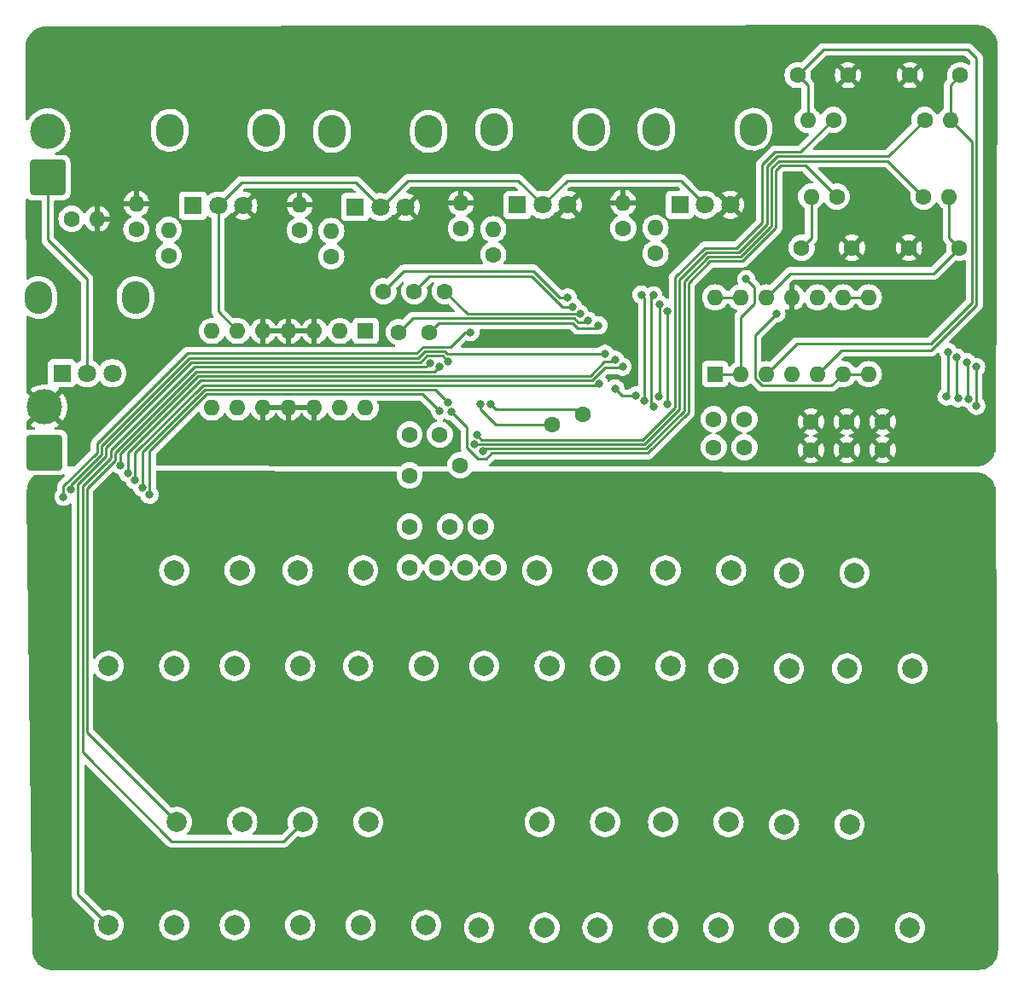
<source format=gbr>
%TF.GenerationSoftware,KiCad,Pcbnew,7.0.1-2.fc37*%
%TF.CreationDate,2023-04-06T11:21:41-04:00*%
%TF.ProjectId,synthesizer,73796e74-6865-4736-997a-65722e6b6963,rev?*%
%TF.SameCoordinates,Original*%
%TF.FileFunction,Copper,L2,Bot*%
%TF.FilePolarity,Positive*%
%FSLAX46Y46*%
G04 Gerber Fmt 4.6, Leading zero omitted, Abs format (unit mm)*
G04 Created by KiCad (PCBNEW 7.0.1-2.fc37) date 2023-04-06 11:21:41*
%MOMM*%
%LPD*%
G01*
G04 APERTURE LIST*
G04 Aperture macros list*
%AMRoundRect*
0 Rectangle with rounded corners*
0 $1 Rounding radius*
0 $2 $3 $4 $5 $6 $7 $8 $9 X,Y pos of 4 corners*
0 Add a 4 corners polygon primitive as box body*
4,1,4,$2,$3,$4,$5,$6,$7,$8,$9,$2,$3,0*
0 Add four circle primitives for the rounded corners*
1,1,$1+$1,$2,$3*
1,1,$1+$1,$4,$5*
1,1,$1+$1,$6,$7*
1,1,$1+$1,$8,$9*
0 Add four rect primitives between the rounded corners*
20,1,$1+$1,$2,$3,$4,$5,0*
20,1,$1+$1,$4,$5,$6,$7,0*
20,1,$1+$1,$6,$7,$8,$9,0*
20,1,$1+$1,$8,$9,$2,$3,0*%
G04 Aperture macros list end*
%TA.AperFunction,ComponentPad*%
%ADD10C,2.000000*%
%TD*%
%TA.AperFunction,ComponentPad*%
%ADD11C,1.600000*%
%TD*%
%TA.AperFunction,ComponentPad*%
%ADD12RoundRect,0.250000X-0.550000X-0.550000X0.550000X-0.550000X0.550000X0.550000X-0.550000X0.550000X0*%
%TD*%
%TA.AperFunction,ComponentPad*%
%ADD13O,1.600000X1.600000*%
%TD*%
%TA.AperFunction,ComponentPad*%
%ADD14R,1.600000X1.600000*%
%TD*%
%TA.AperFunction,ComponentPad*%
%ADD15O,2.720000X3.240000*%
%TD*%
%TA.AperFunction,ComponentPad*%
%ADD16R,1.800000X1.800000*%
%TD*%
%TA.AperFunction,ComponentPad*%
%ADD17C,1.800000*%
%TD*%
%TA.AperFunction,ComponentPad*%
%ADD18C,3.500000*%
%TD*%
%TA.AperFunction,ComponentPad*%
%ADD19RoundRect,0.250002X-1.499998X-1.499998X1.499998X-1.499998X1.499998X1.499998X-1.499998X1.499998X0*%
%TD*%
%TA.AperFunction,ViaPad*%
%ADD20C,0.800000*%
%TD*%
%TA.AperFunction,Conductor*%
%ADD21C,0.250000*%
%TD*%
G04 APERTURE END LIST*
D10*
%TO.P,F#_4,1,1*%
%TO.N,/3v3*%
X79250000Y-105000000D03*
X85750000Y-105000000D03*
%TO.P,F#_4,2,2*%
%TO.N,/P3.2*%
X79250000Y-109500000D03*
X85750000Y-109500000D03*
%TD*%
D11*
%TO.P,C_Sin1,1*%
%TO.N,/Sine_Analog*%
X121145000Y-77470000D03*
%TO.P,C_Sin1,2*%
%TO.N,/GND*%
X116145000Y-77470000D03*
%TD*%
D10*
%TO.P,D_3,1,1*%
%TO.N,/3v3*%
X49250000Y-140250000D03*
X55750000Y-140250000D03*
%TO.P,D_3,2,2*%
%TO.N,/P1.2*%
X49250000Y-144750000D03*
X55750000Y-144750000D03*
%TD*%
D12*
%TO.P,3v3,1*%
%TO.N,/3v3*%
X116840000Y-101854000D03*
%TD*%
D11*
%TO.P,R3,1*%
%TO.N,/Sine_Isolated*%
X42700000Y-78240000D03*
D13*
%TO.P,R3,2*%
%TO.N,/Sine_Divided*%
X42700000Y-75700000D03*
%TD*%
D14*
%TO.P,U2,1,BIAS*%
%TO.N,unconnected-(U2A-BIAS-Pad1)*%
X62230000Y-85725000D03*
D13*
%TO.P,U2,2*%
%TO.N,/Audio_Out*%
X59690000Y-85725000D03*
%TO.P,U2,3,GND*%
%TO.N,/GND*%
X57150000Y-85725000D03*
%TO.P,U2,4,GND*%
X54610000Y-85725000D03*
%TO.P,U2,5,GND*%
X52070000Y-85725000D03*
%TO.P,U2,6,+*%
%TO.N,/Mixed*%
X49530000Y-85725000D03*
%TO.P,U2,7,-*%
%TO.N,Net-(U2A--)*%
X46990000Y-85725000D03*
%TO.P,U2,8,-*%
%TO.N,unconnected-(U2B---Pad8)*%
X46990000Y-93345000D03*
%TO.P,U2,9,+*%
%TO.N,unconnected-(U2B-+-Pad9)*%
X49530000Y-93345000D03*
%TO.P,U2,10,GND*%
%TO.N,/GND*%
X52070000Y-93345000D03*
%TO.P,U2,11,GND*%
X54610000Y-93345000D03*
%TO.P,U2,12,GND*%
X57150000Y-93345000D03*
%TO.P,U2,13*%
%TO.N,unconnected-(U2-Pad13)*%
X59690000Y-93345000D03*
%TO.P,U2,14,V+*%
%TO.N,/9v*%
X62230000Y-93345000D03*
%TD*%
D10*
%TO.P,A#_4,1,1*%
%TO.N,/3v3*%
X104250000Y-105250000D03*
X110750000Y-105250000D03*
%TO.P,A#_4,2,2*%
%TO.N,/P3.6*%
X104250000Y-109750000D03*
X110750000Y-109750000D03*
%TD*%
%TO.P,C_4,1,1*%
%TO.N,/3v3*%
X36750000Y-114500000D03*
X43250000Y-114500000D03*
%TO.P,C_4,2,2*%
%TO.N,/P2.4*%
X36750000Y-119000000D03*
X43250000Y-119000000D03*
%TD*%
%TO.P,E_4,1,1*%
%TO.N,/3v3*%
X61500000Y-114500000D03*
X68000000Y-114500000D03*
%TO.P,E_4,2,2*%
%TO.N,/P3.0*%
X61500000Y-119000000D03*
X68000000Y-119000000D03*
%TD*%
D11*
%TO.P,R2,1*%
%TO.N,/Square_Isolated*%
X91000000Y-78045000D03*
D13*
%TO.P,R2,2*%
%TO.N,/Square_Divided*%
X91000000Y-75505000D03*
%TD*%
D11*
%TO.P,40,1*%
%TO.N,unconnected-(MSP430FR1-P5.3{slash}TB2TRG{slash}A11-Pad40)*%
X65532000Y-85852000D03*
%TD*%
%TO.P,20,1*%
%TO.N,unconnected-(MSP430FR1-P6.2{slash}TB3.3-Pad20)*%
X66600000Y-105156000D03*
%TD*%
D15*
%TO.P,R_Sine_Mix1,*%
%TO.N,*%
X42800000Y-65800000D03*
X52400000Y-65800000D03*
D16*
%TO.P,R_Sine_Mix1,1,1*%
%TO.N,/Sine_Divided*%
X45100000Y-73300000D03*
D17*
%TO.P,R_Sine_Mix1,2,2*%
%TO.N,/Mixed*%
X47600000Y-73300000D03*
%TO.P,R_Sine_Mix1,3,3*%
%TO.N,/GND*%
X50100000Y-73300000D03*
%TD*%
D11*
%TO.P,GND,1*%
%TO.N,/GND*%
X109982000Y-94742000D03*
%TD*%
%TO.P,GND,1*%
%TO.N,/GND*%
X113538000Y-97536000D03*
%TD*%
%TO.P,GND,1*%
%TO.N,/GND*%
X106426000Y-97536000D03*
%TD*%
%TO.P,24,1*%
%TO.N,/UART_MSP_RX*%
X72136000Y-109220000D03*
%TD*%
%TO.P,R7,1*%
%TO.N,/Sawtooth_Isolated*%
X58825000Y-78330000D03*
D13*
%TO.P,R7,2*%
%TO.N,/Sawtooth_Divided*%
X58825000Y-75790000D03*
%TD*%
D11*
%TO.P,18,1*%
%TO.N,unconnected-(MSP430FR1-P6.4{slash}TB3.5-Pad18)*%
X66600000Y-96012000D03*
%TD*%
%TO.P,GND,1*%
%TO.N,/GND*%
X109982000Y-97536000D03*
%TD*%
D12*
%TO.P,3v3,1*%
%TO.N,/3v3*%
X116840000Y-104648000D03*
%TD*%
D14*
%TO.P,U3,1*%
%TO.N,/Sawtooth_Isolated*%
X96920000Y-90020000D03*
D13*
%TO.P,U3,2,-*%
X99460000Y-90020000D03*
%TO.P,U3,3,+*%
%TO.N,/Sawtooth_Analog*%
X102000000Y-90020000D03*
%TO.P,U3,4,V+*%
%TO.N,/3v3*%
X104540000Y-90020000D03*
%TO.P,U3,5,+*%
%TO.N,/Triangle_Analog*%
X107080000Y-90020000D03*
%TO.P,U3,6,-*%
%TO.N,/Triangle_Isolated*%
X109620000Y-90020000D03*
%TO.P,U3,7*%
X112160000Y-90020000D03*
%TO.P,U3,8*%
%TO.N,/Square_Isolated*%
X112160000Y-82400000D03*
%TO.P,U3,9,-*%
X109620000Y-82400000D03*
%TO.P,U3,10,+*%
%TO.N,/Square_Analog*%
X107080000Y-82400000D03*
%TO.P,U3,11,V-*%
%TO.N,/GND*%
X104540000Y-82400000D03*
%TO.P,U3,12,+*%
%TO.N,/Sine_Analog*%
X102000000Y-82400000D03*
%TO.P,U3,13,-*%
%TO.N,/Sine_Isolated*%
X99460000Y-82400000D03*
%TO.P,U3,14*%
X96920000Y-82400000D03*
%TD*%
D10*
%TO.P,F#_3,1,1*%
%TO.N,/3v3*%
X79500000Y-130000000D03*
X86000000Y-130000000D03*
%TO.P,F#_3,2,2*%
%TO.N,/P1.6*%
X79500000Y-134500000D03*
X86000000Y-134500000D03*
%TD*%
D11*
%TO.P,16,1*%
%TO.N,unconnected-(MSP430FR1-P6.6{slash}TB3CLK-Pad16)*%
X71628000Y-99060000D03*
%TD*%
%TO.P,NC,1*%
%TO.N,N/C*%
X99822000Y-94488000D03*
%TD*%
%TO.P,41,1*%
%TO.N,unconnected-(MSP430FR1-P5.2{slash}TB2CLK{slash}A10-Pad41)*%
X70104000Y-81788000D03*
%TD*%
%TO.P,43,1*%
%TO.N,unconnected-(MSP430FR1-P5.0{slash}TB2.1{slash}MFM.RX{slash}A8-Pad43)*%
X64008000Y-81788000D03*
%TD*%
D10*
%TO.P,A_3,1,1*%
%TO.N,/3v3*%
X97250000Y-140500000D03*
X103750000Y-140500000D03*
%TO.P,A_3,2,2*%
%TO.N,/P2.1*%
X97250000Y-145000000D03*
X103750000Y-145000000D03*
%TD*%
D11*
%TO.P,C_Saw1,1*%
%TO.N,/Sawtooth_Analog*%
X121245000Y-60325000D03*
%TO.P,C_Saw1,2*%
%TO.N,/GND*%
X116245000Y-60325000D03*
%TD*%
%TO.P,R_Sq1,1*%
%TO.N,/Square_PWM*%
X108985000Y-72395000D03*
D13*
%TO.P,R_Sq1,2*%
%TO.N,/Square_Analog*%
X106445000Y-72395000D03*
%TD*%
D10*
%TO.P,B_3,1,1*%
%TO.N,/3v3*%
X109750000Y-140500000D03*
X116250000Y-140500000D03*
%TO.P,B_3,2,2*%
%TO.N,/P2.3*%
X109750000Y-145000000D03*
X116250000Y-145000000D03*
%TD*%
D15*
%TO.P,R_Triangle_Mix1,*%
%TO.N,*%
X75000000Y-65725000D03*
X84600000Y-65725000D03*
D16*
%TO.P,R_Triangle_Mix1,1,1*%
%TO.N,/Triangle_Divided*%
X77300000Y-73225000D03*
D17*
%TO.P,R_Triangle_Mix1,2,2*%
%TO.N,/Mixed*%
X79800000Y-73225000D03*
%TO.P,R_Triangle_Mix1,3,3*%
%TO.N,/GND*%
X82300000Y-73225000D03*
%TD*%
D10*
%TO.P,G#_3,1,1*%
%TO.N,/3v3*%
X91750000Y-130000000D03*
X98250000Y-130000000D03*
%TO.P,G#_3,2,2*%
%TO.N,/P2.0*%
X91750000Y-134500000D03*
X98250000Y-134500000D03*
%TD*%
%TO.P,A_4,1,1*%
%TO.N,/3v3*%
X97750000Y-114750000D03*
X104250000Y-114750000D03*
%TO.P,A_4,2,2*%
%TO.N,/P3.5*%
X97750000Y-119250000D03*
X104250000Y-119250000D03*
%TD*%
%TO.P,G_3,1,1*%
%TO.N,/3v3*%
X85250000Y-140500000D03*
X91750000Y-140500000D03*
%TO.P,G_3,2,2*%
%TO.N,/P1.7*%
X85250000Y-145000000D03*
X91750000Y-145000000D03*
%TD*%
D11*
%TO.P,4,1*%
%TO.N,unconnected-(MSP430FR1-TEST{slash}SBWTCK-Pad4)*%
X83820000Y-93980000D03*
%TD*%
D10*
%TO.P,F_3,1,1*%
%TO.N,/3v3*%
X73500000Y-140500000D03*
X80000000Y-140500000D03*
%TO.P,F_3,2,2*%
%TO.N,/P1.5*%
X73500000Y-145000000D03*
X80000000Y-145000000D03*
%TD*%
D18*
%TO.P,GND,1*%
%TO.N,/Audio_Out*%
X30700000Y-65900000D03*
%TD*%
D11*
%TO.P,GND,1*%
%TO.N,/GND*%
X106426000Y-94742000D03*
%TD*%
%TO.P,NC,1*%
%TO.N,N/C*%
X96774000Y-94488000D03*
%TD*%
D10*
%TO.P,D#_4,1,1*%
%TO.N,/3v3*%
X55500000Y-105000000D03*
X62000000Y-105000000D03*
%TO.P,D#_4,2,2*%
%TO.N,/P2.7*%
X55500000Y-109500000D03*
X62000000Y-109500000D03*
%TD*%
%TO.P,E_3,1,1*%
%TO.N,/3v3*%
X61750000Y-140250000D03*
X68250000Y-140250000D03*
%TO.P,E_3,2,2*%
%TO.N,/P1.4*%
X61750000Y-144750000D03*
X68250000Y-144750000D03*
%TD*%
D11*
%TO.P,19,1*%
%TO.N,unconnected-(MSP430FR1-P6.3{slash}TB3.4-Pad19)*%
X66600000Y-100076000D03*
%TD*%
D12*
%TO.P,3v3,1*%
%TO.N,/3v3*%
X119888000Y-104648000D03*
%TD*%
D11*
%TO.P,23,1*%
%TO.N,/UART_MSP_TX*%
X70612000Y-105156000D03*
%TD*%
%TO.P,26,1*%
%TO.N,unconnected-(MSP430FR1-P4.0{slash}UCA1STE{slash}ISOTXD{slash}ISORXD-Pad26)*%
X74930000Y-109220000D03*
%TD*%
%TO.P,R8,1*%
%TO.N,/Sawtooth_Divided*%
X55700000Y-75745000D03*
D13*
%TO.P,R8,2*%
%TO.N,/GND*%
X55700000Y-73205000D03*
%TD*%
D11*
%TO.P,R_Saw1,1*%
%TO.N,/Sawtooth_PWM*%
X117700000Y-64770000D03*
D13*
%TO.P,R_Saw1,2*%
%TO.N,/Sawtooth_Analog*%
X120240000Y-64770000D03*
%TD*%
D11*
%TO.P,R_Sin1,1*%
%TO.N,/Sine_PWM*%
X117600000Y-72400000D03*
D13*
%TO.P,R_Sin1,2*%
%TO.N,/Sine_Analog*%
X120140000Y-72400000D03*
%TD*%
D11*
%TO.P,R1,1*%
%TO.N,/Square_Divided*%
X87800000Y-75540000D03*
D13*
%TO.P,R1,2*%
%TO.N,/GND*%
X87800000Y-73000000D03*
%TD*%
D11*
%TO.P,R_T1,1*%
%TO.N,/Triangle_PWM*%
X108645000Y-64770000D03*
D13*
%TO.P,R_T1,2*%
%TO.N,/Triangle_Analog*%
X106105000Y-64770000D03*
%TD*%
D10*
%TO.P,G_4,1,1*%
%TO.N,/3v3*%
X86000000Y-114500000D03*
X92500000Y-114500000D03*
%TO.P,G_4,2,2*%
%TO.N,/P3.3*%
X86000000Y-119000000D03*
X92500000Y-119000000D03*
%TD*%
D11*
%TO.P,C_T1,1*%
%TO.N,/Triangle_Analog*%
X105100000Y-60325000D03*
%TO.P,C_T1,2*%
%TO.N,/GND*%
X110100000Y-60325000D03*
%TD*%
%TO.P,R6,1*%
%TO.N,/Triangle_Divided*%
X71700000Y-75565000D03*
D13*
%TO.P,R6,2*%
%TO.N,/GND*%
X71700000Y-73025000D03*
%TD*%
D11*
%TO.P,42,1*%
%TO.N,unconnected-(MSP430FR1-P5.1{slash}TB2.2{slash}MFM.TX{slash}A9-Pad42)*%
X67056000Y-81788000D03*
%TD*%
D10*
%TO.P,G#_4,1,1*%
%TO.N,/3v3*%
X92000000Y-105000000D03*
X98500000Y-105000000D03*
%TO.P,G#_4,2,2*%
%TO.N,/P3.4*%
X92000000Y-109500000D03*
X98500000Y-109500000D03*
%TD*%
%TO.P,D#_3,1,1*%
%TO.N,/3v3*%
X56000000Y-130000000D03*
X62500000Y-130000000D03*
%TO.P,D#_3,2,2*%
%TO.N,/P1.3*%
X56000000Y-134500000D03*
X62500000Y-134500000D03*
%TD*%
D15*
%TO.P,R_Volume1,*%
%TO.N,*%
X29800000Y-82425000D03*
X39400000Y-82425000D03*
D16*
%TO.P,R_Volume1,1,1*%
%TO.N,Net-(U2A--)*%
X32100000Y-89925000D03*
D17*
%TO.P,R_Volume1,2,2*%
%TO.N,/Audio_Out*%
X34600000Y-89925000D03*
%TO.P,R_Volume1,3,3*%
%TO.N,unconnected-(R_Volume1-Pad3)*%
X37100000Y-89925000D03*
%TD*%
D11*
%TO.P,R4,1*%
%TO.N,/Sine_Divided*%
X39500000Y-75640000D03*
D13*
%TO.P,R4,2*%
%TO.N,/GND*%
X39500000Y-73100000D03*
%TD*%
D19*
%TO.P,Audio Out,1*%
%TO.N,/Audio_Out*%
X30700000Y-70500000D03*
%TD*%
D18*
%TO.P,GND,1*%
%TO.N,/GND*%
X30400000Y-93300000D03*
%TD*%
D10*
%TO.P,C#_3,1,1*%
%TO.N,/3v3*%
X43500000Y-130000000D03*
X50000000Y-130000000D03*
%TO.P,C#_3,2,2*%
%TO.N,/P1.1*%
X43500000Y-134500000D03*
X50000000Y-134500000D03*
%TD*%
D15*
%TO.P,P_Square_Mix1,*%
%TO.N,*%
X91100000Y-65700000D03*
X100700000Y-65700000D03*
D16*
%TO.P,P_Square_Mix1,1,1*%
%TO.N,/Square_Divided*%
X93400000Y-73200000D03*
D17*
%TO.P,P_Square_Mix1,2,2*%
%TO.N,/Mixed*%
X95900000Y-73200000D03*
%TO.P,P_Square_Mix1,3,3*%
%TO.N,/GND*%
X98400000Y-73200000D03*
%TD*%
D10*
%TO.P,A#_3,1,1*%
%TO.N,/3v3*%
X103750000Y-130250000D03*
X110250000Y-130250000D03*
%TO.P,A#_3,2,2*%
%TO.N,/P2.2*%
X103750000Y-134750000D03*
X110250000Y-134750000D03*
%TD*%
%TO.P,B_4,1,1*%
%TO.N,/3v3*%
X110000000Y-114750000D03*
X116500000Y-114750000D03*
%TO.P,B_4,2,2*%
%TO.N,/P3.7*%
X110000000Y-119250000D03*
X116500000Y-119250000D03*
%TD*%
D12*
%TO.P,3v3,1*%
%TO.N,/3v3*%
X119888000Y-101854000D03*
%TD*%
D15*
%TO.P,R_Sawtooth_Mix1,*%
%TO.N,*%
X58900000Y-65925000D03*
X68500000Y-65925000D03*
D16*
%TO.P,R_Sawtooth_Mix1,1,1*%
%TO.N,/Sawtooth_Divided*%
X61200000Y-73425000D03*
D17*
%TO.P,R_Sawtooth_Mix1,2,2*%
%TO.N,/Mixed*%
X63700000Y-73425000D03*
%TO.P,R_Sawtooth_Mix1,3,3*%
%TO.N,/GND*%
X66200000Y-73425000D03*
%TD*%
D10*
%TO.P,C_3,1,1*%
%TO.N,/3v3*%
X36750000Y-140250000D03*
X43250000Y-140250000D03*
%TO.P,C_3,2,2*%
%TO.N,/P1.0*%
X36750000Y-144750000D03*
X43250000Y-144750000D03*
%TD*%
%TO.P,D_4,1,1*%
%TO.N,/3v3*%
X49250000Y-114500000D03*
X55750000Y-114500000D03*
%TO.P,D_4,2,2*%
%TO.N,/P2.6*%
X49250000Y-119000000D03*
X55750000Y-119000000D03*
%TD*%
D11*
%TO.P,GND,1*%
%TO.N,/GND*%
X113538000Y-94742000D03*
%TD*%
D19*
%TO.P,3.3v,1*%
%TO.N,/3v3*%
X30500000Y-107000000D03*
%TD*%
D11*
%TO.P,R9,1*%
%TO.N,Net-(U2A--)*%
X33060000Y-74600000D03*
D13*
%TO.P,R9,2*%
%TO.N,/GND*%
X35600000Y-74600000D03*
%TD*%
D11*
%TO.P,22,1*%
%TO.N,unconnected-(MSP430FR1-P6.0{slash}TB3.1-Pad22)*%
X69342000Y-109220000D03*
%TD*%
%TO.P,5,1*%
%TO.N,unconnected-(MSP430FR1-RST{slash}NMI{slash}SBWTDIO-Pad5)*%
X80772000Y-94996000D03*
%TD*%
%TO.P,C_Sq1,1*%
%TO.N,/Square_Analog*%
X105490000Y-77470000D03*
%TO.P,C_Sq1,2*%
%TO.N,/GND*%
X110490000Y-77470000D03*
%TD*%
D10*
%TO.P,C#_4,1,1*%
%TO.N,/3v3*%
X43250000Y-105000000D03*
X49750000Y-105000000D03*
%TO.P,C#_4,2,2*%
%TO.N,/P2.5*%
X43250000Y-109500000D03*
X49750000Y-109500000D03*
%TD*%
D11*
%TO.P,25,1*%
%TO.N,unconnected-(MSP430FR1-P4.1{slash}UCA1CLK-Pad25)*%
X73660000Y-105156000D03*
%TD*%
%TO.P,39,1*%
%TO.N,unconnected-(MSP430FR1-P5.4-Pad39)*%
X68580000Y-85852000D03*
%TD*%
D10*
%TO.P,F_4,1,1*%
%TO.N,/3v3*%
X74000000Y-114500000D03*
X80500000Y-114500000D03*
%TO.P,F_4,2,2*%
%TO.N,/P3.1*%
X74000000Y-119000000D03*
X80500000Y-119000000D03*
%TD*%
D11*
%TO.P,R5,1*%
%TO.N,/Triangle_Isolated*%
X74900000Y-78165000D03*
D13*
%TO.P,R5,2*%
%TO.N,/Triangle_Divided*%
X74900000Y-75625000D03*
%TD*%
D19*
%TO.P,9v,1*%
%TO.N,/9v*%
X30400000Y-97800000D03*
%TD*%
D11*
%TO.P,17,1*%
%TO.N,unconnected-(MSP430FR1-P6.5{slash}TB3.6-Pad17)*%
X69596000Y-96012000D03*
%TD*%
%TO.P,21,1*%
%TO.N,unconnected-(MSP430FR1-P6.1{slash}TB3.2-Pad21)*%
X66600000Y-109220000D03*
%TD*%
%TO.P,NC,1*%
%TO.N,N/C*%
X96774000Y-97282000D03*
%TD*%
%TO.P,NC,1*%
%TO.N,N/C*%
X99822000Y-97282000D03*
%TD*%
D20*
%TO.N,/3v3*%
X62900500Y-100300500D03*
X104540000Y-101200000D03*
%TO.N,/P3.6*%
X122075500Y-92500150D03*
X121875837Y-88825500D03*
%TO.N,/P3.5*%
X120898330Y-88375500D03*
X121000000Y-92400000D03*
%TO.N,/P2.3*%
X89009374Y-92148961D03*
X86999403Y-91450500D03*
%TO.N,/P3.7*%
X122833107Y-93166893D03*
X122810632Y-89306794D03*
%TO.N,/P1.1*%
X69559571Y-89275500D03*
%TO.N,/P2.5*%
X69600000Y-93692698D03*
X40800000Y-102000000D03*
%TO.N,/P1.0*%
X70400000Y-88734500D03*
%TO.N,/P2.4*%
X70400000Y-92800000D03*
X40075500Y-101293245D03*
%TO.N,/P1.3*%
X68623916Y-88924000D03*
%TO.N,/P1.2*%
X32251000Y-102200000D03*
X72644000Y-85852000D03*
%TO.N,/P1.4*%
X86000000Y-88000000D03*
X32975500Y-101461874D03*
%TO.N,/P3.0*%
X89875500Y-92647792D03*
X89600000Y-82125500D03*
%TO.N,/P1.6*%
X38626500Y-99837701D03*
X87736683Y-89275500D03*
%TO.N,/P3.2*%
X91324500Y-92200000D03*
X91400000Y-83075500D03*
%TO.N,/P1.5*%
X87000000Y-88600000D03*
X37902000Y-99081665D03*
%TO.N,/P3.1*%
X90817700Y-93250500D03*
X90800000Y-82200000D03*
%TO.N,/P2.0*%
X39351000Y-100562201D03*
X85400000Y-91000000D03*
%TO.N,/P3.4*%
X119870149Y-92245096D03*
X120058158Y-87834098D03*
%TO.N,/P3.3*%
X92187701Y-93012299D03*
X92200000Y-83800000D03*
%TO.N,unconnected-(MSP430FR1-TEST{slash}SBWTCK-Pad4)*%
X74676000Y-92964000D03*
%TO.N,/GND*%
X111760000Y-66040000D03*
X122200000Y-86000000D03*
X112395000Y-71120000D03*
X63625500Y-95974500D03*
X117000000Y-83000000D03*
%TO.N,unconnected-(MSP430FR1-RST{slash}NMI{slash}SBWTDIO-Pad5)*%
X73660000Y-92964000D03*
%TO.N,/Square_PWM*%
X70716070Y-93748211D03*
%TO.N,/Triangle_PWM*%
X73265500Y-96055000D03*
%TO.N,/Sawtooth_PWM*%
X73024500Y-97025012D03*
%TO.N,/Sine_PWM*%
X73913065Y-97694500D03*
%TO.N,unconnected-(MSP430FR1-P5.4-Pad39)*%
X85344000Y-85185500D03*
%TO.N,unconnected-(MSP430FR1-P5.3{slash}TB2TRG{slash}A11-Pad40)*%
X84328000Y-84735500D03*
%TO.N,unconnected-(MSP430FR1-P5.2{slash}TB2CLK{slash}A10-Pad41)*%
X83510755Y-84018755D03*
%TO.N,unconnected-(MSP430FR1-P5.1{slash}TB2.2{slash}MFM.TX{slash}A9-Pad42)*%
X82804000Y-83312000D03*
%TO.N,unconnected-(MSP430FR1-P5.0{slash}TB2.1{slash}MFM.RX{slash}A8-Pad43)*%
X82296000Y-82410500D03*
%TO.N,/Sawtooth_Isolated*%
X100000000Y-80600000D03*
%TO.N,/Triangle_Isolated*%
X103000000Y-84000000D03*
%TD*%
D21*
%TO.N,/P3.6*%
X122000000Y-92424650D02*
X122000000Y-88949663D01*
X122000000Y-88949663D02*
X121875837Y-88825500D01*
X122075500Y-92500150D02*
X122000000Y-92424650D01*
%TO.N,/P3.5*%
X121000000Y-92400000D02*
X120898330Y-92298330D01*
X120898330Y-92298330D02*
X120898330Y-88375500D01*
%TO.N,/P2.3*%
X87697864Y-92148961D02*
X86999403Y-91450500D01*
X89009374Y-92148961D02*
X87697864Y-92148961D01*
%TO.N,/P3.7*%
X122800000Y-89341785D02*
X122800000Y-93133786D01*
X122800000Y-93133786D02*
X122833107Y-93166893D01*
%TO.N,/P1.1*%
X37400000Y-97800000D02*
X37400000Y-98558360D01*
X69559571Y-89275500D02*
X69085071Y-89750000D01*
X69085071Y-89750000D02*
X45450000Y-89750000D01*
X34600000Y-101358360D02*
X34600000Y-125600000D01*
X34600000Y-125600000D02*
X43500000Y-134500000D01*
X37400000Y-98558360D02*
X34600000Y-101358360D01*
X45450000Y-89750000D02*
X37400000Y-97800000D01*
%TO.N,/P2.5*%
X40800000Y-97672792D02*
X46472792Y-92000000D01*
X67907302Y-92000000D02*
X69600000Y-93692698D01*
X40800000Y-102000000D02*
X40800000Y-97672792D01*
X46472792Y-92000000D02*
X67907302Y-92000000D01*
%TO.N,/P1.0*%
X33700000Y-141700000D02*
X36750000Y-144750000D01*
X69864500Y-88199000D02*
X68323611Y-88199000D01*
X67672611Y-88850000D02*
X44950000Y-88850000D01*
X33700000Y-100985568D02*
X33700000Y-141700000D01*
X44950000Y-88850000D02*
X36500000Y-97300000D01*
X70400000Y-88734500D02*
X69864500Y-88199000D01*
X36500000Y-97300000D02*
X36500000Y-98185568D01*
X36500000Y-98185568D02*
X33700000Y-100985568D01*
X68323611Y-88199000D02*
X67672611Y-88850000D01*
%TO.N,/P2.4*%
X69150000Y-91550000D02*
X70400000Y-92800000D01*
X46286396Y-91550000D02*
X69150000Y-91550000D01*
X40075500Y-101293245D02*
X40075500Y-97760896D01*
X40075500Y-97760896D02*
X46286396Y-91550000D01*
%TO.N,/P1.3*%
X43000000Y-136400000D02*
X54100000Y-136400000D01*
X68247916Y-89300000D02*
X45263604Y-89300000D01*
X45263604Y-89300000D02*
X36950000Y-97613604D01*
X68623916Y-88924000D02*
X68247916Y-89300000D01*
X54100000Y-136400000D02*
X56000000Y-134500000D01*
X34150000Y-101171964D02*
X34150000Y-127550000D01*
X34150000Y-127550000D02*
X43000000Y-136400000D01*
X36950000Y-98371964D02*
X34150000Y-101171964D01*
X36950000Y-97613604D02*
X36950000Y-98371964D01*
%TO.N,/P1.2*%
X35600000Y-97812776D02*
X32251000Y-101161776D01*
X72136000Y-85852000D02*
X70688500Y-87299500D01*
X72644000Y-85852000D02*
X72136000Y-85852000D01*
X32251000Y-101161776D02*
X32251000Y-102200000D01*
X67299819Y-87950000D02*
X44577208Y-87950000D01*
X44577208Y-87950000D02*
X35600000Y-96927208D01*
X35600000Y-96927208D02*
X35600000Y-97812776D01*
X67950319Y-87299500D02*
X67299819Y-87950000D01*
X70688500Y-87299500D02*
X67950319Y-87299500D01*
%TO.N,/P1.4*%
X70050896Y-87749000D02*
X70301896Y-88000000D01*
X36050000Y-97999172D02*
X36050000Y-97113604D01*
X68137215Y-87749000D02*
X70050896Y-87749000D01*
X32975500Y-101073672D02*
X36050000Y-97999172D01*
X44763604Y-88400000D02*
X67486215Y-88400000D01*
X70301896Y-88000000D02*
X86000000Y-88000000D01*
X36050000Y-97113604D02*
X44763604Y-88400000D01*
X32975500Y-101461874D02*
X32975500Y-101073672D01*
X67486215Y-88400000D02*
X68137215Y-87749000D01*
%TO.N,/P3.0*%
X89875500Y-92647792D02*
X89875500Y-82401000D01*
X89875500Y-82401000D02*
X89600000Y-82125500D01*
%TO.N,/P1.6*%
X45822792Y-90650000D02*
X84724695Y-90650000D01*
X87612183Y-89400000D02*
X87736683Y-89275500D01*
X84724695Y-90650000D02*
X85974695Y-89400000D01*
X38626500Y-97846292D02*
X45822792Y-90650000D01*
X85974695Y-89400000D02*
X87612183Y-89400000D01*
X38626500Y-99837701D02*
X38626500Y-97846292D01*
%TO.N,/P3.2*%
X91400000Y-83075500D02*
X91400000Y-92124500D01*
X91400000Y-92124500D02*
X91324500Y-92200000D01*
%TO.N,/P1.5*%
X86800000Y-88800000D02*
X87000000Y-88600000D01*
X45636396Y-90200000D02*
X84538299Y-90200000D01*
X37902000Y-99081665D02*
X37902000Y-97934396D01*
X84538299Y-90200000D02*
X85938299Y-88800000D01*
X37902000Y-97934396D02*
X45636396Y-90200000D01*
X85938299Y-88800000D02*
X86800000Y-88800000D01*
%TO.N,/P3.1*%
X90600000Y-93032800D02*
X90600000Y-82400000D01*
X90817700Y-93250500D02*
X90600000Y-93032800D01*
X90600000Y-82400000D02*
X90800000Y-82200000D01*
%TO.N,/P2.0*%
X39351000Y-97849000D02*
X46100000Y-91100000D01*
X46100000Y-91100000D02*
X85300000Y-91100000D01*
X85300000Y-91100000D02*
X85400000Y-91000000D01*
X39351000Y-100562201D02*
X39351000Y-97849000D01*
%TO.N,/P3.4*%
X119870149Y-92245096D02*
X120000000Y-92115245D01*
X120000000Y-92115245D02*
X120000000Y-87892256D01*
X120000000Y-87892256D02*
X120058158Y-87834098D01*
%TO.N,/P3.3*%
X92187701Y-93012299D02*
X92200000Y-93000000D01*
X92200000Y-93000000D02*
X92200000Y-83800000D01*
%TO.N,unconnected-(MSP430FR1-TEST{slash}SBWTCK-Pad4)*%
X83312000Y-93472000D02*
X75184000Y-93472000D01*
X83820000Y-93980000D02*
X83312000Y-93472000D01*
X75184000Y-93472000D02*
X74676000Y-92964000D01*
%TO.N,unconnected-(MSP430FR1-RST{slash}NMI{slash}SBWTDIO-Pad5)*%
X75184000Y-94996000D02*
X73660000Y-93472000D01*
X80772000Y-94996000D02*
X75184000Y-94996000D01*
X73660000Y-93472000D02*
X73660000Y-92964000D01*
%TO.N,/Square_PWM*%
X103429188Y-69295000D02*
X105885000Y-69295000D01*
X74762870Y-97870000D02*
X80264000Y-97870000D01*
X94275000Y-80989188D02*
X96444188Y-78820000D01*
X105885000Y-69295000D02*
X108985000Y-72395000D01*
X70716070Y-93748211D02*
X72300000Y-95332141D01*
X96444188Y-78820000D02*
X99619188Y-78820000D01*
X73393683Y-98419500D02*
X74213370Y-98419500D01*
X72300000Y-95332141D02*
X72300000Y-97325817D01*
X99619188Y-78820000D02*
X102950000Y-75489188D01*
X72300000Y-97325817D02*
X73393683Y-98419500D01*
X74213370Y-98419500D02*
X74762870Y-97870000D01*
X102950000Y-75489188D02*
X102950000Y-69774188D01*
X90264493Y-97870000D02*
X94275000Y-93859493D01*
X80264000Y-97870000D02*
X90264493Y-97870000D01*
X80264000Y-97870000D02*
X81280000Y-97870000D01*
X94275000Y-93859493D02*
X94275000Y-80989188D01*
X102950000Y-69774188D02*
X103429188Y-69295000D01*
%TO.N,/Triangle_PWM*%
X101600000Y-69215000D02*
X102870000Y-67945000D01*
X92925000Y-80430000D02*
X95885000Y-77470000D01*
X105410000Y-67945000D02*
X108585000Y-64770000D01*
X92925000Y-93300305D02*
X92925000Y-80430000D01*
X95885000Y-77470000D02*
X99060000Y-77470000D01*
X73730500Y-96520000D02*
X89705305Y-96520000D01*
X101600000Y-74930000D02*
X101600000Y-69215000D01*
X73265500Y-96055000D02*
X73730500Y-96520000D01*
X108585000Y-64770000D02*
X108645000Y-64770000D01*
X99060000Y-77470000D02*
X101600000Y-74930000D01*
X102870000Y-67945000D02*
X105410000Y-67945000D01*
X89705305Y-96520000D02*
X92925000Y-93300305D01*
%TO.N,/Sawtooth_PWM*%
X102050000Y-69401396D02*
X102050000Y-75116396D01*
X103056396Y-68395000D02*
X102050000Y-69401396D01*
X102050000Y-75116396D02*
X99246396Y-77920000D01*
X96071396Y-77920000D02*
X93375000Y-80616396D01*
X117700000Y-64770000D02*
X114075000Y-68395000D01*
X73079512Y-96970000D02*
X73024500Y-97025012D01*
X114075000Y-68395000D02*
X103056396Y-68395000D01*
X99246396Y-77920000D02*
X96071396Y-77920000D01*
X93375000Y-93486701D02*
X89891701Y-96970000D01*
X93375000Y-80616396D02*
X93375000Y-93486701D01*
X89891701Y-96970000D02*
X73079512Y-96970000D01*
%TO.N,/Sine_PWM*%
X74187565Y-97420000D02*
X90078097Y-97420000D01*
X96257792Y-78370000D02*
X99432792Y-78370000D01*
X99432792Y-78370000D02*
X102500000Y-75302792D01*
X103242792Y-68845000D02*
X114045000Y-68845000D01*
X114045000Y-68845000D02*
X117600000Y-72400000D01*
X73913065Y-97694500D02*
X74187565Y-97420000D01*
X93825000Y-80802792D02*
X96257792Y-78370000D01*
X102500000Y-75302792D02*
X102500000Y-69587792D01*
X102500000Y-69587792D02*
X103242792Y-68845000D01*
X93825000Y-93673097D02*
X93825000Y-80802792D01*
X90078097Y-97420000D02*
X93825000Y-93673097D01*
%TO.N,unconnected-(MSP430FR1-P5.4-Pad39)*%
X85344000Y-85185500D02*
X85069000Y-85460500D01*
X69495000Y-84937000D02*
X68580000Y-85852000D01*
X85069000Y-85460500D02*
X83290798Y-85460500D01*
X82767298Y-84937000D02*
X69495000Y-84937000D01*
X83290798Y-85460500D02*
X82767298Y-84937000D01*
%TO.N,unconnected-(MSP430FR1-P5.3{slash}TB2TRG{slash}A11-Pad40)*%
X83302695Y-84836000D02*
X82953694Y-84487000D01*
X84227500Y-84836000D02*
X83302695Y-84836000D01*
X66897000Y-84487000D02*
X65532000Y-85852000D01*
X84328000Y-84735500D02*
X84227500Y-84836000D01*
X82953694Y-84487000D02*
X66897000Y-84487000D01*
%TO.N,unconnected-(MSP430FR1-P5.2{slash}TB2CLK{slash}A10-Pad41)*%
X72353000Y-84037000D02*
X70104000Y-81788000D01*
X83104305Y-84037000D02*
X72353000Y-84037000D01*
X83122550Y-84018755D02*
X83104305Y-84037000D01*
X83510755Y-84018755D02*
X83122550Y-84018755D01*
%TO.N,unconnected-(MSP430FR1-P5.1{slash}TB2.2{slash}MFM.TX{slash}A9-Pad42)*%
X68580000Y-80264000D02*
X67056000Y-81788000D01*
X81788000Y-83312000D02*
X78740000Y-80264000D01*
X78740000Y-80264000D02*
X68580000Y-80264000D01*
X82804000Y-83312000D02*
X81788000Y-83312000D01*
%TO.N,unconnected-(MSP430FR1-P5.0{slash}TB2.1{slash}MFM.RX{slash}A8-Pad43)*%
X81522896Y-82410500D02*
X78868396Y-79756000D01*
X82296000Y-82410500D02*
X81522896Y-82410500D01*
X78868396Y-79756000D02*
X66040000Y-79756000D01*
X66040000Y-79756000D02*
X64008000Y-81788000D01*
%TO.N,/Mixed*%
X49900000Y-71000000D02*
X47600000Y-73300000D01*
X82225000Y-70800000D02*
X93500000Y-70800000D01*
X63700000Y-73425000D02*
X63775000Y-73425000D01*
X77375000Y-70800000D02*
X79800000Y-73225000D01*
X61275000Y-71000000D02*
X49900000Y-71000000D01*
X63700000Y-73425000D02*
X61275000Y-71000000D01*
X47600000Y-83795000D02*
X49530000Y-85725000D01*
X63775000Y-73425000D02*
X66400000Y-70800000D01*
X93500000Y-70800000D02*
X95900000Y-73200000D01*
X47600000Y-73300000D02*
X47600000Y-83795000D01*
X79800000Y-73225000D02*
X82225000Y-70800000D01*
X66400000Y-70800000D02*
X77375000Y-70800000D01*
%TO.N,/Audio_Out*%
X34600000Y-89925000D02*
X34600000Y-80600000D01*
X30700000Y-76700000D02*
X30700000Y-70600000D01*
X34600000Y-80600000D02*
X30700000Y-76700000D01*
%TO.N,/Sawtooth_Isolated*%
X99460000Y-84340000D02*
X99460000Y-90020000D01*
X99460000Y-90020000D02*
X96920000Y-90020000D01*
X100000000Y-80600000D02*
X100800000Y-81400000D01*
X100800000Y-83000000D02*
X99460000Y-84340000D01*
X100800000Y-81400000D02*
X100800000Y-83000000D01*
%TO.N,/Sawtooth_Analog*%
X118295000Y-86995000D02*
X105025000Y-86995000D01*
X120240000Y-61330000D02*
X121245000Y-60325000D01*
X122400000Y-82890000D02*
X118295000Y-86995000D01*
X120240000Y-64770000D02*
X122400000Y-66930000D01*
X105025000Y-86995000D02*
X102000000Y-90020000D01*
X122400000Y-66930000D02*
X122400000Y-82890000D01*
X120240000Y-64770000D02*
X120240000Y-61330000D01*
%TO.N,/Triangle_Analog*%
X122850000Y-83150000D02*
X122850000Y-58650000D01*
X106105000Y-64770000D02*
X106105000Y-61330000D01*
X107080000Y-90020000D02*
X109470000Y-87630000D01*
X122850000Y-58650000D02*
X121985000Y-57785000D01*
X107640000Y-57785000D02*
X105100000Y-60325000D01*
X109470000Y-87630000D02*
X118370000Y-87630000D01*
X106105000Y-61330000D02*
X105100000Y-60325000D01*
X121985000Y-57785000D02*
X107640000Y-57785000D01*
X118370000Y-87630000D02*
X122850000Y-83150000D01*
%TO.N,/Triangle_Isolated*%
X109620000Y-90020000D02*
X109580000Y-90020000D01*
X100875000Y-86125000D02*
X103000000Y-84000000D01*
X109400000Y-90200000D02*
X108455000Y-91145000D01*
X108455000Y-91145000D02*
X101534009Y-91145000D01*
X109620000Y-90020000D02*
X112160000Y-90020000D01*
X109580000Y-90020000D02*
X109400000Y-90200000D01*
X101534009Y-91145000D02*
X100875000Y-90485991D01*
X103000000Y-84000000D02*
X102800000Y-84200000D01*
X100875000Y-90485991D02*
X100875000Y-86125000D01*
%TO.N,/Square_Isolated*%
X112160000Y-82400000D02*
X109620000Y-82400000D01*
%TO.N,/Square_Analog*%
X106445000Y-72395000D02*
X106445000Y-76515000D01*
X106445000Y-76515000D02*
X105490000Y-77470000D01*
%TO.N,/Sine_Analog*%
X120140000Y-72400000D02*
X120140000Y-76465000D01*
X104390000Y-80010000D02*
X118605000Y-80010000D01*
X102000000Y-82400000D02*
X104390000Y-80010000D01*
X118605000Y-80010000D02*
X121145000Y-77470000D01*
X120140000Y-76465000D02*
X121145000Y-77470000D01*
%TO.N,/Sine_Isolated*%
X96920000Y-82400000D02*
X99460000Y-82400000D01*
%TD*%
%TA.AperFunction,Conductor*%
%TO.N,/3v3*%
G36*
X65199439Y-99676089D02*
G01*
X65254194Y-99688962D01*
X65297631Y-99724704D01*
X65320807Y-99775959D01*
X65318954Y-99832180D01*
X65314364Y-99849310D01*
X65294531Y-100076000D01*
X65314364Y-100302689D01*
X65373261Y-100522497D01*
X65469432Y-100728735D01*
X65599953Y-100915140D01*
X65760859Y-101076046D01*
X65947264Y-101206567D01*
X65947265Y-101206567D01*
X65947266Y-101206568D01*
X66153504Y-101302739D01*
X66373308Y-101361635D01*
X66600000Y-101381468D01*
X66826692Y-101361635D01*
X67046496Y-101302739D01*
X67252734Y-101206568D01*
X67439139Y-101076047D01*
X67600047Y-100915139D01*
X67730568Y-100728734D01*
X67826739Y-100522496D01*
X67885635Y-100302692D01*
X67905468Y-100076000D01*
X67885635Y-99849308D01*
X67882608Y-99838011D01*
X67880778Y-99781663D01*
X67904085Y-99730329D01*
X67947712Y-99694619D01*
X68002637Y-99681917D01*
X70415078Y-99686933D01*
X70472187Y-99701002D01*
X70516390Y-99739809D01*
X70627953Y-99899140D01*
X70788859Y-100060046D01*
X70975264Y-100190567D01*
X70975265Y-100190567D01*
X70975266Y-100190568D01*
X71181504Y-100286739D01*
X71401308Y-100345635D01*
X71628000Y-100365468D01*
X71854692Y-100345635D01*
X72074496Y-100286739D01*
X72280734Y-100190568D01*
X72467139Y-100060047D01*
X72628047Y-99899139D01*
X72736083Y-99744845D01*
X72780515Y-99705920D01*
X72837910Y-99691970D01*
X122807836Y-99795857D01*
X122816611Y-99796188D01*
X123086898Y-99816010D01*
X123104337Y-99818544D01*
X123364752Y-99875533D01*
X123381652Y-99880513D01*
X123631373Y-99973849D01*
X123647381Y-99981168D01*
X123881345Y-100108961D01*
X123896160Y-100118479D01*
X124013159Y-100205985D01*
X124109645Y-100278149D01*
X124122972Y-100289681D01*
X124311653Y-100477991D01*
X124323208Y-100491292D01*
X124479080Y-100698844D01*
X124483296Y-100704457D01*
X124492849Y-100719263D01*
X124509981Y-100750481D01*
X124621097Y-100952965D01*
X124628456Y-100968978D01*
X124722278Y-101218498D01*
X124727293Y-101235393D01*
X124784795Y-101495696D01*
X124787364Y-101513131D01*
X124807716Y-101783369D01*
X124808065Y-101792179D01*
X124991852Y-147187467D01*
X124991570Y-147196337D01*
X124973163Y-147468466D01*
X124970704Y-147486032D01*
X124914587Y-147748410D01*
X124909646Y-147765446D01*
X124816669Y-148017130D01*
X124809348Y-148033286D01*
X124681412Y-148269129D01*
X124671861Y-148284074D01*
X124511585Y-148499249D01*
X124500003Y-148512675D01*
X124310658Y-148702787D01*
X124297275Y-148714427D01*
X124082749Y-148875575D01*
X124067841Y-148885186D01*
X123832526Y-149014072D01*
X123816400Y-149021459D01*
X123565095Y-149115455D01*
X123548079Y-149120465D01*
X123285927Y-149177644D01*
X123268371Y-149180174D01*
X122996321Y-149199682D01*
X122987452Y-149200000D01*
X31180349Y-149200000D01*
X31171571Y-149199689D01*
X30902280Y-149180578D01*
X30884900Y-149178099D01*
X30625305Y-149122076D01*
X30608452Y-149117167D01*
X30490488Y-149073537D01*
X30359382Y-149025047D01*
X30343389Y-149017807D01*
X30109823Y-148891435D01*
X30095013Y-148882008D01*
X29881632Y-148723914D01*
X29868301Y-148712491D01*
X29679387Y-148525850D01*
X29667811Y-148512668D01*
X29507133Y-148301195D01*
X29497537Y-148286511D01*
X29368352Y-148054496D01*
X29360918Y-148038592D01*
X29265787Y-147790640D01*
X29260675Y-147773844D01*
X29254863Y-147748410D01*
X29201519Y-147514962D01*
X29198830Y-147497615D01*
X29196407Y-147468466D01*
X29176460Y-147228544D01*
X29176046Y-147219817D01*
X28624590Y-101632839D01*
X28624803Y-101623963D01*
X28641251Y-101349920D01*
X28643597Y-101332246D01*
X28698316Y-101067796D01*
X28703180Y-101050629D01*
X28735813Y-100960710D01*
X28795299Y-100796793D01*
X28802580Y-100780497D01*
X28841876Y-100707216D01*
X28930193Y-100542517D01*
X28939738Y-100527437D01*
X28966441Y-100491294D01*
X29100198Y-100310248D01*
X29111805Y-100296700D01*
X29301789Y-100104803D01*
X29315227Y-100093056D01*
X29338488Y-100075508D01*
X29373789Y-100056917D01*
X29413160Y-100050499D01*
X31950006Y-100050499D01*
X31950007Y-100050499D01*
X32001401Y-100045248D01*
X32052796Y-100039999D01*
X32207316Y-99988795D01*
X32272805Y-99985364D01*
X32330886Y-100015814D01*
X32365315Y-100071630D01*
X32366459Y-100137200D01*
X32334000Y-100194183D01*
X31867208Y-100660975D01*
X31851110Y-100673872D01*
X31803096Y-100725001D01*
X31800391Y-100727793D01*
X31780874Y-100747310D01*
X31778415Y-100750481D01*
X31770842Y-100759348D01*
X31740935Y-100791196D01*
X31731285Y-100808750D01*
X31720609Y-100825004D01*
X31708326Y-100840839D01*
X31690975Y-100880934D01*
X31685838Y-100891420D01*
X31664802Y-100929683D01*
X31659821Y-100949085D01*
X31653520Y-100967487D01*
X31645561Y-100985878D01*
X31638728Y-101029018D01*
X31636360Y-101040450D01*
X31625500Y-101082754D01*
X31625500Y-101102792D01*
X31623973Y-101122191D01*
X31620840Y-101141970D01*
X31624950Y-101185451D01*
X31625500Y-101197120D01*
X31625500Y-101501313D01*
X31617264Y-101545751D01*
X31593652Y-101584282D01*
X31563788Y-101617450D01*
X31518464Y-101667786D01*
X31423820Y-101831715D01*
X31365326Y-102011742D01*
X31345540Y-102200000D01*
X31365326Y-102388257D01*
X31423820Y-102568284D01*
X31518466Y-102732216D01*
X31645129Y-102872889D01*
X31798269Y-102984151D01*
X31971197Y-103061144D01*
X32156352Y-103100500D01*
X32156354Y-103100500D01*
X32345646Y-103100500D01*
X32345648Y-103100500D01*
X32469083Y-103074262D01*
X32530803Y-103061144D01*
X32703730Y-102984151D01*
X32856871Y-102872888D01*
X32856870Y-102872888D01*
X32858351Y-102871245D01*
X32907278Y-102837995D01*
X32966042Y-102831196D01*
X33021269Y-102852396D01*
X33060389Y-102896770D01*
X33074500Y-102954218D01*
X33074500Y-141617256D01*
X33072235Y-141637762D01*
X33074439Y-141707873D01*
X33074500Y-141711768D01*
X33074500Y-141739349D01*
X33075003Y-141743334D01*
X33075918Y-141754967D01*
X33077290Y-141798626D01*
X33082879Y-141817860D01*
X33086825Y-141836916D01*
X33089335Y-141856792D01*
X33105414Y-141897404D01*
X33109197Y-141908451D01*
X33121382Y-141950391D01*
X33131580Y-141967635D01*
X33140136Y-141985100D01*
X33147514Y-142003732D01*
X33147515Y-142003733D01*
X33173180Y-142039059D01*
X33179593Y-142048822D01*
X33201826Y-142086416D01*
X33201829Y-142086419D01*
X33201830Y-142086420D01*
X33215995Y-142100585D01*
X33228627Y-142115375D01*
X33240406Y-142131587D01*
X33274058Y-142159426D01*
X33282699Y-142167289D01*
X35286338Y-144170928D01*
X35318208Y-144225691D01*
X35318863Y-144289049D01*
X35264891Y-144502182D01*
X35244356Y-144750000D01*
X35264891Y-144997816D01*
X35264891Y-144997819D01*
X35264892Y-144997821D01*
X35325937Y-145238881D01*
X35370960Y-145341523D01*
X35425825Y-145466604D01*
X35425827Y-145466607D01*
X35561836Y-145674785D01*
X35730256Y-145857738D01*
X35730259Y-145857740D01*
X35926485Y-146010470D01*
X35926487Y-146010471D01*
X35926491Y-146010474D01*
X36145190Y-146128828D01*
X36380386Y-146209571D01*
X36625665Y-146250500D01*
X36874335Y-146250500D01*
X37119614Y-146209571D01*
X37354810Y-146128828D01*
X37573509Y-146010474D01*
X37769744Y-145857738D01*
X37938164Y-145674785D01*
X38074173Y-145466607D01*
X38174063Y-145238881D01*
X38235108Y-144997821D01*
X38255643Y-144750000D01*
X41744356Y-144750000D01*
X41764891Y-144997816D01*
X41764891Y-144997819D01*
X41764892Y-144997821D01*
X41825937Y-145238881D01*
X41870960Y-145341523D01*
X41925825Y-145466604D01*
X41925827Y-145466607D01*
X42061836Y-145674785D01*
X42230256Y-145857738D01*
X42230259Y-145857740D01*
X42426485Y-146010470D01*
X42426487Y-146010471D01*
X42426491Y-146010474D01*
X42645190Y-146128828D01*
X42880386Y-146209571D01*
X43125665Y-146250500D01*
X43374335Y-146250500D01*
X43619614Y-146209571D01*
X43854810Y-146128828D01*
X44073509Y-146010474D01*
X44269744Y-145857738D01*
X44438164Y-145674785D01*
X44574173Y-145466607D01*
X44674063Y-145238881D01*
X44735108Y-144997821D01*
X44755643Y-144750000D01*
X47744356Y-144750000D01*
X47764891Y-144997816D01*
X47764891Y-144997819D01*
X47764892Y-144997821D01*
X47825937Y-145238881D01*
X47870960Y-145341523D01*
X47925825Y-145466604D01*
X47925827Y-145466607D01*
X48061836Y-145674785D01*
X48230256Y-145857738D01*
X48230259Y-145857740D01*
X48426485Y-146010470D01*
X48426487Y-146010471D01*
X48426491Y-146010474D01*
X48645190Y-146128828D01*
X48880386Y-146209571D01*
X49125665Y-146250500D01*
X49374335Y-146250500D01*
X49619614Y-146209571D01*
X49854810Y-146128828D01*
X50073509Y-146010474D01*
X50269744Y-145857738D01*
X50438164Y-145674785D01*
X50574173Y-145466607D01*
X50674063Y-145238881D01*
X50735108Y-144997821D01*
X50755643Y-144750000D01*
X54244356Y-144750000D01*
X54264891Y-144997816D01*
X54264891Y-144997819D01*
X54264892Y-144997821D01*
X54325937Y-145238881D01*
X54370960Y-145341523D01*
X54425825Y-145466604D01*
X54425827Y-145466607D01*
X54561836Y-145674785D01*
X54730256Y-145857738D01*
X54730259Y-145857740D01*
X54926485Y-146010470D01*
X54926487Y-146010471D01*
X54926491Y-146010474D01*
X55145190Y-146128828D01*
X55380386Y-146209571D01*
X55625665Y-146250500D01*
X55874335Y-146250500D01*
X56119614Y-146209571D01*
X56354810Y-146128828D01*
X56573509Y-146010474D01*
X56769744Y-145857738D01*
X56938164Y-145674785D01*
X57074173Y-145466607D01*
X57174063Y-145238881D01*
X57235108Y-144997821D01*
X57255643Y-144750000D01*
X60244356Y-144750000D01*
X60264891Y-144997816D01*
X60264891Y-144997819D01*
X60264892Y-144997821D01*
X60325937Y-145238881D01*
X60370960Y-145341523D01*
X60425825Y-145466604D01*
X60425827Y-145466607D01*
X60561836Y-145674785D01*
X60730256Y-145857738D01*
X60730259Y-145857740D01*
X60926485Y-146010470D01*
X60926487Y-146010471D01*
X60926491Y-146010474D01*
X61145190Y-146128828D01*
X61380386Y-146209571D01*
X61625665Y-146250500D01*
X61874335Y-146250500D01*
X62119614Y-146209571D01*
X62354810Y-146128828D01*
X62573509Y-146010474D01*
X62769744Y-145857738D01*
X62938164Y-145674785D01*
X63074173Y-145466607D01*
X63174063Y-145238881D01*
X63235108Y-144997821D01*
X63255643Y-144750000D01*
X66744356Y-144750000D01*
X66764891Y-144997816D01*
X66764891Y-144997819D01*
X66764892Y-144997821D01*
X66825937Y-145238881D01*
X66870960Y-145341523D01*
X66925825Y-145466604D01*
X66925827Y-145466607D01*
X67061836Y-145674785D01*
X67230256Y-145857738D01*
X67230259Y-145857740D01*
X67426485Y-146010470D01*
X67426487Y-146010471D01*
X67426491Y-146010474D01*
X67645190Y-146128828D01*
X67880386Y-146209571D01*
X68125665Y-146250500D01*
X68374335Y-146250500D01*
X68619614Y-146209571D01*
X68854810Y-146128828D01*
X69073509Y-146010474D01*
X69269744Y-145857738D01*
X69438164Y-145674785D01*
X69574173Y-145466607D01*
X69674063Y-145238881D01*
X69734556Y-144999999D01*
X71994356Y-144999999D01*
X72014891Y-145247816D01*
X72014891Y-145247819D01*
X72014892Y-145247821D01*
X72075937Y-145488881D01*
X72120960Y-145591523D01*
X72175825Y-145716604D01*
X72175827Y-145716607D01*
X72311836Y-145924785D01*
X72480256Y-146107738D01*
X72507354Y-146128829D01*
X72676485Y-146260470D01*
X72676487Y-146260471D01*
X72676491Y-146260474D01*
X72895190Y-146378828D01*
X73130386Y-146459571D01*
X73375665Y-146500500D01*
X73624335Y-146500500D01*
X73869614Y-146459571D01*
X74104810Y-146378828D01*
X74323509Y-146260474D01*
X74519744Y-146107738D01*
X74688164Y-145924785D01*
X74824173Y-145716607D01*
X74924063Y-145488881D01*
X74985108Y-145247821D01*
X75005643Y-145000000D01*
X75005643Y-144999999D01*
X78494356Y-144999999D01*
X78514891Y-145247816D01*
X78514891Y-145247819D01*
X78514892Y-145247821D01*
X78575937Y-145488881D01*
X78620960Y-145591523D01*
X78675825Y-145716604D01*
X78675827Y-145716607D01*
X78811836Y-145924785D01*
X78980256Y-146107738D01*
X79007354Y-146128829D01*
X79176485Y-146260470D01*
X79176487Y-146260471D01*
X79176491Y-146260474D01*
X79395190Y-146378828D01*
X79630386Y-146459571D01*
X79875665Y-146500500D01*
X80124335Y-146500500D01*
X80369614Y-146459571D01*
X80604810Y-146378828D01*
X80823509Y-146260474D01*
X81019744Y-146107738D01*
X81188164Y-145924785D01*
X81324173Y-145716607D01*
X81424063Y-145488881D01*
X81485108Y-145247821D01*
X81505643Y-145000000D01*
X81505643Y-144999999D01*
X83744356Y-144999999D01*
X83764891Y-145247816D01*
X83764891Y-145247819D01*
X83764892Y-145247821D01*
X83825937Y-145488881D01*
X83870960Y-145591523D01*
X83925825Y-145716604D01*
X83925827Y-145716607D01*
X84061836Y-145924785D01*
X84230256Y-146107738D01*
X84257354Y-146128829D01*
X84426485Y-146260470D01*
X84426487Y-146260471D01*
X84426491Y-146260474D01*
X84645190Y-146378828D01*
X84880386Y-146459571D01*
X85125665Y-146500500D01*
X85374335Y-146500500D01*
X85619614Y-146459571D01*
X85854810Y-146378828D01*
X86073509Y-146260474D01*
X86269744Y-146107738D01*
X86438164Y-145924785D01*
X86574173Y-145716607D01*
X86674063Y-145488881D01*
X86735108Y-145247821D01*
X86755643Y-145000000D01*
X86755643Y-144999999D01*
X90244356Y-144999999D01*
X90264891Y-145247816D01*
X90264891Y-145247819D01*
X90264892Y-145247821D01*
X90325937Y-145488881D01*
X90370960Y-145591523D01*
X90425825Y-145716604D01*
X90425827Y-145716607D01*
X90561836Y-145924785D01*
X90730256Y-146107738D01*
X90757354Y-146128829D01*
X90926485Y-146260470D01*
X90926487Y-146260471D01*
X90926491Y-146260474D01*
X91145190Y-146378828D01*
X91380386Y-146459571D01*
X91625665Y-146500500D01*
X91874335Y-146500500D01*
X92119614Y-146459571D01*
X92354810Y-146378828D01*
X92573509Y-146260474D01*
X92769744Y-146107738D01*
X92938164Y-145924785D01*
X93074173Y-145716607D01*
X93174063Y-145488881D01*
X93235108Y-145247821D01*
X93255643Y-145000000D01*
X93255643Y-144999999D01*
X95744356Y-144999999D01*
X95764891Y-145247816D01*
X95764891Y-145247819D01*
X95764892Y-145247821D01*
X95825937Y-145488881D01*
X95870960Y-145591523D01*
X95925825Y-145716604D01*
X95925827Y-145716607D01*
X96061836Y-145924785D01*
X96230256Y-146107738D01*
X96257354Y-146128829D01*
X96426485Y-146260470D01*
X96426487Y-146260471D01*
X96426491Y-146260474D01*
X96645190Y-146378828D01*
X96880386Y-146459571D01*
X97125665Y-146500500D01*
X97374335Y-146500500D01*
X97619614Y-146459571D01*
X97854810Y-146378828D01*
X98073509Y-146260474D01*
X98269744Y-146107738D01*
X98438164Y-145924785D01*
X98574173Y-145716607D01*
X98674063Y-145488881D01*
X98735108Y-145247821D01*
X98755643Y-145000000D01*
X98755643Y-144999999D01*
X102244356Y-144999999D01*
X102264891Y-145247816D01*
X102264891Y-145247819D01*
X102264892Y-145247821D01*
X102325937Y-145488881D01*
X102370960Y-145591523D01*
X102425825Y-145716604D01*
X102425827Y-145716607D01*
X102561836Y-145924785D01*
X102730256Y-146107738D01*
X102757354Y-146128829D01*
X102926485Y-146260470D01*
X102926487Y-146260471D01*
X102926491Y-146260474D01*
X103145190Y-146378828D01*
X103380386Y-146459571D01*
X103625665Y-146500500D01*
X103874335Y-146500500D01*
X104119614Y-146459571D01*
X104354810Y-146378828D01*
X104573509Y-146260474D01*
X104769744Y-146107738D01*
X104938164Y-145924785D01*
X105074173Y-145716607D01*
X105174063Y-145488881D01*
X105235108Y-145247821D01*
X105255643Y-145000000D01*
X105255643Y-144999999D01*
X108244356Y-144999999D01*
X108264891Y-145247816D01*
X108264891Y-145247819D01*
X108264892Y-145247821D01*
X108325937Y-145488881D01*
X108370960Y-145591523D01*
X108425825Y-145716604D01*
X108425827Y-145716607D01*
X108561836Y-145924785D01*
X108730256Y-146107738D01*
X108757354Y-146128829D01*
X108926485Y-146260470D01*
X108926487Y-146260471D01*
X108926491Y-146260474D01*
X109145190Y-146378828D01*
X109380386Y-146459571D01*
X109625665Y-146500500D01*
X109874335Y-146500500D01*
X110119614Y-146459571D01*
X110354810Y-146378828D01*
X110573509Y-146260474D01*
X110769744Y-146107738D01*
X110938164Y-145924785D01*
X111074173Y-145716607D01*
X111174063Y-145488881D01*
X111235108Y-145247821D01*
X111255643Y-145000000D01*
X111255643Y-144999999D01*
X114744356Y-144999999D01*
X114764891Y-145247816D01*
X114764891Y-145247819D01*
X114764892Y-145247821D01*
X114825937Y-145488881D01*
X114870960Y-145591523D01*
X114925825Y-145716604D01*
X114925827Y-145716607D01*
X115061836Y-145924785D01*
X115230256Y-146107738D01*
X115257354Y-146128829D01*
X115426485Y-146260470D01*
X115426487Y-146260471D01*
X115426491Y-146260474D01*
X115645190Y-146378828D01*
X115880386Y-146459571D01*
X116125665Y-146500500D01*
X116374335Y-146500500D01*
X116619614Y-146459571D01*
X116854810Y-146378828D01*
X117073509Y-146260474D01*
X117269744Y-146107738D01*
X117438164Y-145924785D01*
X117574173Y-145716607D01*
X117674063Y-145488881D01*
X117735108Y-145247821D01*
X117755643Y-145000000D01*
X117755462Y-144997821D01*
X117735108Y-144752183D01*
X117735108Y-144752179D01*
X117674063Y-144511119D01*
X117574173Y-144283393D01*
X117438164Y-144075215D01*
X117269744Y-143892262D01*
X117247612Y-143875036D01*
X117073514Y-143739529D01*
X117073510Y-143739526D01*
X117073509Y-143739526D01*
X116854810Y-143621172D01*
X116854806Y-143621170D01*
X116854805Y-143621170D01*
X116619615Y-143540429D01*
X116374335Y-143499500D01*
X116125665Y-143499500D01*
X115880384Y-143540429D01*
X115645194Y-143621170D01*
X115426485Y-143739529D01*
X115230259Y-143892259D01*
X115061837Y-144075214D01*
X114925825Y-144283395D01*
X114835780Y-144488678D01*
X114829859Y-144502179D01*
X114825938Y-144511117D01*
X114764891Y-144752183D01*
X114744356Y-144999999D01*
X111255643Y-144999999D01*
X111255462Y-144997821D01*
X111235108Y-144752183D01*
X111235108Y-144752179D01*
X111174063Y-144511119D01*
X111074173Y-144283393D01*
X110938164Y-144075215D01*
X110769744Y-143892262D01*
X110747612Y-143875036D01*
X110573514Y-143739529D01*
X110573510Y-143739526D01*
X110573509Y-143739526D01*
X110354810Y-143621172D01*
X110354806Y-143621170D01*
X110354805Y-143621170D01*
X110119615Y-143540429D01*
X109874335Y-143499500D01*
X109625665Y-143499500D01*
X109380384Y-143540429D01*
X109145194Y-143621170D01*
X108926485Y-143739529D01*
X108730259Y-143892259D01*
X108561837Y-144075214D01*
X108425825Y-144283395D01*
X108335780Y-144488678D01*
X108329859Y-144502179D01*
X108325938Y-144511117D01*
X108264891Y-144752183D01*
X108244356Y-144999999D01*
X105255643Y-144999999D01*
X105255462Y-144997821D01*
X105235108Y-144752183D01*
X105235108Y-144752179D01*
X105174063Y-144511119D01*
X105074173Y-144283393D01*
X104938164Y-144075215D01*
X104769744Y-143892262D01*
X104747612Y-143875036D01*
X104573514Y-143739529D01*
X104573510Y-143739526D01*
X104573509Y-143739526D01*
X104354810Y-143621172D01*
X104354806Y-143621170D01*
X104354805Y-143621170D01*
X104119615Y-143540429D01*
X103874335Y-143499500D01*
X103625665Y-143499500D01*
X103380384Y-143540429D01*
X103145194Y-143621170D01*
X102926485Y-143739529D01*
X102730259Y-143892259D01*
X102561837Y-144075214D01*
X102425825Y-144283395D01*
X102335780Y-144488678D01*
X102329859Y-144502179D01*
X102325938Y-144511117D01*
X102264891Y-144752183D01*
X102244356Y-144999999D01*
X98755643Y-144999999D01*
X98755462Y-144997821D01*
X98735108Y-144752183D01*
X98735108Y-144752179D01*
X98674063Y-144511119D01*
X98574173Y-144283393D01*
X98438164Y-144075215D01*
X98269744Y-143892262D01*
X98247612Y-143875036D01*
X98073514Y-143739529D01*
X98073510Y-143739526D01*
X98073509Y-143739526D01*
X97854810Y-143621172D01*
X97854806Y-143621170D01*
X97854805Y-143621170D01*
X97619615Y-143540429D01*
X97374335Y-143499500D01*
X97125665Y-143499500D01*
X96880384Y-143540429D01*
X96645194Y-143621170D01*
X96426485Y-143739529D01*
X96230259Y-143892259D01*
X96061837Y-144075214D01*
X95925825Y-144283395D01*
X95835780Y-144488678D01*
X95829859Y-144502179D01*
X95825938Y-144511117D01*
X95764891Y-144752183D01*
X95744356Y-144999999D01*
X93255643Y-144999999D01*
X93255462Y-144997821D01*
X93235108Y-144752183D01*
X93235108Y-144752179D01*
X93174063Y-144511119D01*
X93074173Y-144283393D01*
X92938164Y-144075215D01*
X92769744Y-143892262D01*
X92747612Y-143875036D01*
X92573514Y-143739529D01*
X92573510Y-143739526D01*
X92573509Y-143739526D01*
X92354810Y-143621172D01*
X92354806Y-143621170D01*
X92354805Y-143621170D01*
X92119615Y-143540429D01*
X91874335Y-143499500D01*
X91625665Y-143499500D01*
X91380384Y-143540429D01*
X91145194Y-143621170D01*
X90926485Y-143739529D01*
X90730259Y-143892259D01*
X90561837Y-144075214D01*
X90425825Y-144283395D01*
X90335780Y-144488678D01*
X90329859Y-144502179D01*
X90325938Y-144511117D01*
X90264891Y-144752183D01*
X90244356Y-144999999D01*
X86755643Y-144999999D01*
X86755462Y-144997821D01*
X86735108Y-144752183D01*
X86735108Y-144752179D01*
X86674063Y-144511119D01*
X86574173Y-144283393D01*
X86438164Y-144075215D01*
X86269744Y-143892262D01*
X86247612Y-143875036D01*
X86073514Y-143739529D01*
X86073510Y-143739526D01*
X86073509Y-143739526D01*
X85854810Y-143621172D01*
X85854806Y-143621170D01*
X85854805Y-143621170D01*
X85619615Y-143540429D01*
X85374335Y-143499500D01*
X85125665Y-143499500D01*
X84880384Y-143540429D01*
X84645194Y-143621170D01*
X84426485Y-143739529D01*
X84230259Y-143892259D01*
X84061837Y-144075214D01*
X83925825Y-144283395D01*
X83835780Y-144488678D01*
X83829859Y-144502179D01*
X83825938Y-144511117D01*
X83764891Y-144752183D01*
X83744356Y-144999999D01*
X81505643Y-144999999D01*
X81505462Y-144997821D01*
X81485108Y-144752183D01*
X81485108Y-144752179D01*
X81424063Y-144511119D01*
X81324173Y-144283393D01*
X81188164Y-144075215D01*
X81019744Y-143892262D01*
X80997612Y-143875036D01*
X80823514Y-143739529D01*
X80823510Y-143739526D01*
X80823509Y-143739526D01*
X80604810Y-143621172D01*
X80604806Y-143621170D01*
X80604805Y-143621170D01*
X80369615Y-143540429D01*
X80124335Y-143499500D01*
X79875665Y-143499500D01*
X79630384Y-143540429D01*
X79395194Y-143621170D01*
X79176485Y-143739529D01*
X78980259Y-143892259D01*
X78811837Y-144075214D01*
X78675825Y-144283395D01*
X78585780Y-144488678D01*
X78579859Y-144502179D01*
X78575938Y-144511117D01*
X78514891Y-144752183D01*
X78494356Y-144999999D01*
X75005643Y-144999999D01*
X75005462Y-144997821D01*
X74985108Y-144752183D01*
X74985108Y-144752179D01*
X74924063Y-144511119D01*
X74824173Y-144283393D01*
X74688164Y-144075215D01*
X74519744Y-143892262D01*
X74497612Y-143875036D01*
X74323514Y-143739529D01*
X74323510Y-143739526D01*
X74323509Y-143739526D01*
X74104810Y-143621172D01*
X74104806Y-143621170D01*
X74104805Y-143621170D01*
X73869615Y-143540429D01*
X73624335Y-143499500D01*
X73375665Y-143499500D01*
X73130384Y-143540429D01*
X72895194Y-143621170D01*
X72676485Y-143739529D01*
X72480259Y-143892259D01*
X72311837Y-144075214D01*
X72175825Y-144283395D01*
X72085780Y-144488678D01*
X72079859Y-144502179D01*
X72075938Y-144511117D01*
X72014891Y-144752183D01*
X71994356Y-144999999D01*
X69734556Y-144999999D01*
X69735108Y-144997821D01*
X69755643Y-144750000D01*
X69735108Y-144502179D01*
X69674063Y-144261119D01*
X69574173Y-144033393D01*
X69438164Y-143825215D01*
X69269744Y-143642262D01*
X69242645Y-143621170D01*
X69073514Y-143489529D01*
X69073510Y-143489526D01*
X69073509Y-143489526D01*
X68854810Y-143371172D01*
X68854806Y-143371170D01*
X68854805Y-143371170D01*
X68619615Y-143290429D01*
X68374335Y-143249500D01*
X68125665Y-143249500D01*
X67880384Y-143290429D01*
X67645194Y-143371170D01*
X67426485Y-143489529D01*
X67230259Y-143642259D01*
X67230256Y-143642261D01*
X67230256Y-143642262D01*
X67061837Y-143825214D01*
X66925825Y-144033395D01*
X66865498Y-144170928D01*
X66825937Y-144261119D01*
X66764892Y-144502179D01*
X66764891Y-144502183D01*
X66744356Y-144750000D01*
X63255643Y-144750000D01*
X63235108Y-144502179D01*
X63174063Y-144261119D01*
X63074173Y-144033393D01*
X62938164Y-143825215D01*
X62769744Y-143642262D01*
X62742645Y-143621170D01*
X62573514Y-143489529D01*
X62573510Y-143489526D01*
X62573509Y-143489526D01*
X62354810Y-143371172D01*
X62354806Y-143371170D01*
X62354805Y-143371170D01*
X62119615Y-143290429D01*
X61874335Y-143249500D01*
X61625665Y-143249500D01*
X61380384Y-143290429D01*
X61145194Y-143371170D01*
X60926485Y-143489529D01*
X60730259Y-143642259D01*
X60730256Y-143642261D01*
X60730256Y-143642262D01*
X60561837Y-143825214D01*
X60425825Y-144033395D01*
X60365498Y-144170928D01*
X60325937Y-144261119D01*
X60264892Y-144502179D01*
X60264891Y-144502183D01*
X60244356Y-144750000D01*
X57255643Y-144750000D01*
X57235108Y-144502179D01*
X57174063Y-144261119D01*
X57074173Y-144033393D01*
X56938164Y-143825215D01*
X56769744Y-143642262D01*
X56742645Y-143621170D01*
X56573514Y-143489529D01*
X56573510Y-143489526D01*
X56573509Y-143489526D01*
X56354810Y-143371172D01*
X56354806Y-143371170D01*
X56354805Y-143371170D01*
X56119615Y-143290429D01*
X55874335Y-143249500D01*
X55625665Y-143249500D01*
X55380384Y-143290429D01*
X55145194Y-143371170D01*
X54926485Y-143489529D01*
X54730259Y-143642259D01*
X54730256Y-143642261D01*
X54730256Y-143642262D01*
X54561837Y-143825214D01*
X54425825Y-144033395D01*
X54365498Y-144170928D01*
X54325937Y-144261119D01*
X54264892Y-144502179D01*
X54264891Y-144502183D01*
X54244356Y-144750000D01*
X50755643Y-144750000D01*
X50735108Y-144502179D01*
X50674063Y-144261119D01*
X50574173Y-144033393D01*
X50438164Y-143825215D01*
X50269744Y-143642262D01*
X50242645Y-143621170D01*
X50073514Y-143489529D01*
X50073510Y-143489526D01*
X50073509Y-143489526D01*
X49854810Y-143371172D01*
X49854806Y-143371170D01*
X49854805Y-143371170D01*
X49619615Y-143290429D01*
X49374335Y-143249500D01*
X49125665Y-143249500D01*
X48880384Y-143290429D01*
X48645194Y-143371170D01*
X48426485Y-143489529D01*
X48230259Y-143642259D01*
X48230256Y-143642261D01*
X48230256Y-143642262D01*
X48061837Y-143825214D01*
X47925825Y-144033395D01*
X47865498Y-144170928D01*
X47825937Y-144261119D01*
X47764892Y-144502179D01*
X47764891Y-144502183D01*
X47744356Y-144750000D01*
X44755643Y-144750000D01*
X44735108Y-144502179D01*
X44674063Y-144261119D01*
X44574173Y-144033393D01*
X44438164Y-143825215D01*
X44269744Y-143642262D01*
X44242645Y-143621170D01*
X44073514Y-143489529D01*
X44073510Y-143489526D01*
X44073509Y-143489526D01*
X43854810Y-143371172D01*
X43854806Y-143371170D01*
X43854805Y-143371170D01*
X43619615Y-143290429D01*
X43374335Y-143249500D01*
X43125665Y-143249500D01*
X42880384Y-143290429D01*
X42645194Y-143371170D01*
X42426485Y-143489529D01*
X42230259Y-143642259D01*
X42230256Y-143642261D01*
X42230256Y-143642262D01*
X42061837Y-143825214D01*
X41925825Y-144033395D01*
X41865498Y-144170928D01*
X41825937Y-144261119D01*
X41764892Y-144502179D01*
X41764891Y-144502183D01*
X41744356Y-144750000D01*
X38255643Y-144750000D01*
X38235108Y-144502179D01*
X38174063Y-144261119D01*
X38074173Y-144033393D01*
X37938164Y-143825215D01*
X37769744Y-143642262D01*
X37742645Y-143621170D01*
X37573514Y-143489529D01*
X37573510Y-143489526D01*
X37573509Y-143489526D01*
X37354810Y-143371172D01*
X37354806Y-143371170D01*
X37354805Y-143371170D01*
X37119615Y-143290429D01*
X36874335Y-143249500D01*
X36625665Y-143249500D01*
X36380387Y-143290428D01*
X36300713Y-143317780D01*
X36232501Y-143321307D01*
X36172770Y-143288179D01*
X34361819Y-141477228D01*
X34334939Y-141437000D01*
X34325500Y-141389547D01*
X34325500Y-128909452D01*
X34339015Y-128853157D01*
X34376615Y-128809134D01*
X34430102Y-128786979D01*
X34487818Y-128791521D01*
X34537181Y-128821771D01*
X42499196Y-136783787D01*
X42512096Y-136799888D01*
X42563223Y-136847900D01*
X42566019Y-136850610D01*
X42585529Y-136870120D01*
X42588711Y-136872588D01*
X42597571Y-136880155D01*
X42629418Y-136910062D01*
X42646972Y-136919712D01*
X42663236Y-136930396D01*
X42674972Y-136939499D01*
X42679064Y-136942673D01*
X42703909Y-136953424D01*
X42719152Y-136960021D01*
X42729631Y-136965154D01*
X42767908Y-136986197D01*
X42787306Y-136991177D01*
X42805708Y-136997477D01*
X42824104Y-137005438D01*
X42867261Y-137012273D01*
X42878664Y-137014634D01*
X42920981Y-137025500D01*
X42941016Y-137025500D01*
X42960413Y-137027026D01*
X42980196Y-137030160D01*
X43023674Y-137026050D01*
X43035344Y-137025500D01*
X54017256Y-137025500D01*
X54037762Y-137027764D01*
X54040665Y-137027672D01*
X54040667Y-137027673D01*
X54107872Y-137025561D01*
X54111768Y-137025500D01*
X54139349Y-137025500D01*
X54139350Y-137025500D01*
X54143319Y-137024998D01*
X54154965Y-137024080D01*
X54198627Y-137022709D01*
X54217859Y-137017120D01*
X54236918Y-137013174D01*
X54244091Y-137012268D01*
X54256792Y-137010664D01*
X54297407Y-136994582D01*
X54308444Y-136990803D01*
X54350390Y-136978618D01*
X54367629Y-136968422D01*
X54385102Y-136959862D01*
X54403732Y-136952486D01*
X54439064Y-136926814D01*
X54448830Y-136920400D01*
X54486418Y-136898171D01*
X54486417Y-136898171D01*
X54486420Y-136898170D01*
X54500585Y-136884004D01*
X54515373Y-136871373D01*
X54531587Y-136859594D01*
X54559438Y-136825926D01*
X54567279Y-136817309D01*
X55422771Y-135961817D01*
X55482501Y-135928691D01*
X55550712Y-135932218D01*
X55630386Y-135959571D01*
X55875665Y-136000500D01*
X56124335Y-136000500D01*
X56369614Y-135959571D01*
X56604810Y-135878828D01*
X56823509Y-135760474D01*
X57019744Y-135607738D01*
X57188164Y-135424785D01*
X57324173Y-135216607D01*
X57424063Y-134988881D01*
X57485108Y-134747821D01*
X57505643Y-134500000D01*
X60994356Y-134500000D01*
X61014891Y-134747816D01*
X61014891Y-134747819D01*
X61014892Y-134747821D01*
X61075937Y-134988881D01*
X61091476Y-135024306D01*
X61175825Y-135216604D01*
X61175827Y-135216607D01*
X61311836Y-135424785D01*
X61480256Y-135607738D01*
X61480259Y-135607740D01*
X61676485Y-135760470D01*
X61676487Y-135760471D01*
X61676491Y-135760474D01*
X61895190Y-135878828D01*
X62130386Y-135959571D01*
X62375665Y-136000500D01*
X62624335Y-136000500D01*
X62869614Y-135959571D01*
X63104810Y-135878828D01*
X63323509Y-135760474D01*
X63519744Y-135607738D01*
X63688164Y-135424785D01*
X63824173Y-135216607D01*
X63924063Y-134988881D01*
X63985108Y-134747821D01*
X64005643Y-134500000D01*
X77994356Y-134500000D01*
X78014891Y-134747816D01*
X78014891Y-134747819D01*
X78014892Y-134747821D01*
X78075937Y-134988881D01*
X78091476Y-135024306D01*
X78175825Y-135216604D01*
X78175827Y-135216607D01*
X78311836Y-135424785D01*
X78480256Y-135607738D01*
X78480259Y-135607740D01*
X78676485Y-135760470D01*
X78676487Y-135760471D01*
X78676491Y-135760474D01*
X78895190Y-135878828D01*
X79130386Y-135959571D01*
X79375665Y-136000500D01*
X79624335Y-136000500D01*
X79869614Y-135959571D01*
X80104810Y-135878828D01*
X80323509Y-135760474D01*
X80519744Y-135607738D01*
X80688164Y-135424785D01*
X80824173Y-135216607D01*
X80924063Y-134988881D01*
X80985108Y-134747821D01*
X81005643Y-134500000D01*
X84494356Y-134500000D01*
X84514891Y-134747816D01*
X84514891Y-134747819D01*
X84514892Y-134747821D01*
X84575937Y-134988881D01*
X84591476Y-135024306D01*
X84675825Y-135216604D01*
X84675827Y-135216607D01*
X84811836Y-135424785D01*
X84980256Y-135607738D01*
X84980259Y-135607740D01*
X85176485Y-135760470D01*
X85176487Y-135760471D01*
X85176491Y-135760474D01*
X85395190Y-135878828D01*
X85630386Y-135959571D01*
X85875665Y-136000500D01*
X86124335Y-136000500D01*
X86369614Y-135959571D01*
X86604810Y-135878828D01*
X86823509Y-135760474D01*
X87019744Y-135607738D01*
X87188164Y-135424785D01*
X87324173Y-135216607D01*
X87424063Y-134988881D01*
X87485108Y-134747821D01*
X87505643Y-134500000D01*
X90244356Y-134500000D01*
X90264891Y-134747816D01*
X90264891Y-134747819D01*
X90264892Y-134747821D01*
X90325937Y-134988881D01*
X90341476Y-135024306D01*
X90425825Y-135216604D01*
X90425827Y-135216607D01*
X90561836Y-135424785D01*
X90730256Y-135607738D01*
X90730259Y-135607740D01*
X90926485Y-135760470D01*
X90926487Y-135760471D01*
X90926491Y-135760474D01*
X91145190Y-135878828D01*
X91380386Y-135959571D01*
X91625665Y-136000500D01*
X91874335Y-136000500D01*
X92119614Y-135959571D01*
X92354810Y-135878828D01*
X92573509Y-135760474D01*
X92769744Y-135607738D01*
X92938164Y-135424785D01*
X93074173Y-135216607D01*
X93174063Y-134988881D01*
X93235108Y-134747821D01*
X93255643Y-134500000D01*
X96744356Y-134500000D01*
X96764891Y-134747816D01*
X96764891Y-134747819D01*
X96764892Y-134747821D01*
X96825937Y-134988881D01*
X96841476Y-135024306D01*
X96925825Y-135216604D01*
X96925827Y-135216607D01*
X97061836Y-135424785D01*
X97230256Y-135607738D01*
X97230259Y-135607740D01*
X97426485Y-135760470D01*
X97426487Y-135760471D01*
X97426491Y-135760474D01*
X97645190Y-135878828D01*
X97880386Y-135959571D01*
X98125665Y-136000500D01*
X98374335Y-136000500D01*
X98619614Y-135959571D01*
X98854810Y-135878828D01*
X99073509Y-135760474D01*
X99269744Y-135607738D01*
X99438164Y-135424785D01*
X99574173Y-135216607D01*
X99674063Y-134988881D01*
X99734556Y-134749999D01*
X102244356Y-134749999D01*
X102264891Y-134997816D01*
X102264891Y-134997819D01*
X102264892Y-134997821D01*
X102325937Y-135238881D01*
X102370960Y-135341523D01*
X102425825Y-135466604D01*
X102425827Y-135466607D01*
X102561836Y-135674785D01*
X102730256Y-135857738D01*
X102757354Y-135878829D01*
X102926485Y-136010470D01*
X102926487Y-136010471D01*
X102926491Y-136010474D01*
X103145190Y-136128828D01*
X103380386Y-136209571D01*
X103625665Y-136250500D01*
X103874335Y-136250500D01*
X104119614Y-136209571D01*
X104354810Y-136128828D01*
X104573509Y-136010474D01*
X104769744Y-135857738D01*
X104938164Y-135674785D01*
X105074173Y-135466607D01*
X105174063Y-135238881D01*
X105235108Y-134997821D01*
X105255643Y-134750000D01*
X105255643Y-134749999D01*
X108744356Y-134749999D01*
X108764891Y-134997816D01*
X108764891Y-134997819D01*
X108764892Y-134997821D01*
X108825937Y-135238881D01*
X108870960Y-135341523D01*
X108925825Y-135466604D01*
X108925827Y-135466607D01*
X109061836Y-135674785D01*
X109230256Y-135857738D01*
X109257354Y-135878829D01*
X109426485Y-136010470D01*
X109426487Y-136010471D01*
X109426491Y-136010474D01*
X109645190Y-136128828D01*
X109880386Y-136209571D01*
X110125665Y-136250500D01*
X110374335Y-136250500D01*
X110619614Y-136209571D01*
X110854810Y-136128828D01*
X111073509Y-136010474D01*
X111269744Y-135857738D01*
X111438164Y-135674785D01*
X111574173Y-135466607D01*
X111674063Y-135238881D01*
X111735108Y-134997821D01*
X111755643Y-134750000D01*
X111755462Y-134747821D01*
X111735108Y-134502183D01*
X111735108Y-134502179D01*
X111674063Y-134261119D01*
X111574173Y-134033393D01*
X111438164Y-133825215D01*
X111269744Y-133642262D01*
X111247612Y-133625036D01*
X111073514Y-133489529D01*
X111073510Y-133489526D01*
X111073509Y-133489526D01*
X110854810Y-133371172D01*
X110854806Y-133371170D01*
X110854805Y-133371170D01*
X110619615Y-133290429D01*
X110374335Y-133249500D01*
X110125665Y-133249500D01*
X109880384Y-133290429D01*
X109645194Y-133371170D01*
X109426485Y-133489529D01*
X109230259Y-133642259D01*
X109061837Y-133825214D01*
X108925825Y-134033395D01*
X108835780Y-134238678D01*
X108825937Y-134261119D01*
X108803776Y-134348632D01*
X108764891Y-134502183D01*
X108744356Y-134749999D01*
X105255643Y-134749999D01*
X105255462Y-134747821D01*
X105235108Y-134502183D01*
X105235108Y-134502179D01*
X105174063Y-134261119D01*
X105074173Y-134033393D01*
X104938164Y-133825215D01*
X104769744Y-133642262D01*
X104747612Y-133625036D01*
X104573514Y-133489529D01*
X104573510Y-133489526D01*
X104573509Y-133489526D01*
X104354810Y-133371172D01*
X104354806Y-133371170D01*
X104354805Y-133371170D01*
X104119615Y-133290429D01*
X103874335Y-133249500D01*
X103625665Y-133249500D01*
X103380384Y-133290429D01*
X103145194Y-133371170D01*
X102926485Y-133489529D01*
X102730259Y-133642259D01*
X102561837Y-133825214D01*
X102425825Y-134033395D01*
X102335780Y-134238678D01*
X102325937Y-134261119D01*
X102303776Y-134348632D01*
X102264891Y-134502183D01*
X102244356Y-134749999D01*
X99734556Y-134749999D01*
X99735108Y-134747821D01*
X99755643Y-134500000D01*
X99735108Y-134252179D01*
X99674063Y-134011119D01*
X99574173Y-133783393D01*
X99438164Y-133575215D01*
X99269744Y-133392262D01*
X99242645Y-133371170D01*
X99073514Y-133239529D01*
X99073510Y-133239526D01*
X99073509Y-133239526D01*
X98854810Y-133121172D01*
X98854806Y-133121170D01*
X98854805Y-133121170D01*
X98619615Y-133040429D01*
X98374335Y-132999500D01*
X98125665Y-132999500D01*
X97880384Y-133040429D01*
X97645194Y-133121170D01*
X97426485Y-133239529D01*
X97230259Y-133392259D01*
X97230256Y-133392261D01*
X97230256Y-133392262D01*
X97061837Y-133575214D01*
X96925825Y-133783395D01*
X96865498Y-133920928D01*
X96825937Y-134011119D01*
X96764892Y-134252179D01*
X96764891Y-134252183D01*
X96744356Y-134500000D01*
X93255643Y-134500000D01*
X93235108Y-134252179D01*
X93174063Y-134011119D01*
X93074173Y-133783393D01*
X92938164Y-133575215D01*
X92769744Y-133392262D01*
X92742645Y-133371170D01*
X92573514Y-133239529D01*
X92573510Y-133239526D01*
X92573509Y-133239526D01*
X92354810Y-133121172D01*
X92354806Y-133121170D01*
X92354805Y-133121170D01*
X92119615Y-133040429D01*
X91874335Y-132999500D01*
X91625665Y-132999500D01*
X91380384Y-133040429D01*
X91145194Y-133121170D01*
X90926485Y-133239529D01*
X90730259Y-133392259D01*
X90730256Y-133392261D01*
X90730256Y-133392262D01*
X90561837Y-133575214D01*
X90425825Y-133783395D01*
X90365498Y-133920928D01*
X90325937Y-134011119D01*
X90264892Y-134252179D01*
X90264891Y-134252183D01*
X90244356Y-134500000D01*
X87505643Y-134500000D01*
X87485108Y-134252179D01*
X87424063Y-134011119D01*
X87324173Y-133783393D01*
X87188164Y-133575215D01*
X87019744Y-133392262D01*
X86992645Y-133371170D01*
X86823514Y-133239529D01*
X86823510Y-133239526D01*
X86823509Y-133239526D01*
X86604810Y-133121172D01*
X86604806Y-133121170D01*
X86604805Y-133121170D01*
X86369615Y-133040429D01*
X86124335Y-132999500D01*
X85875665Y-132999500D01*
X85630384Y-133040429D01*
X85395194Y-133121170D01*
X85176485Y-133239529D01*
X84980259Y-133392259D01*
X84980256Y-133392261D01*
X84980256Y-133392262D01*
X84811837Y-133575214D01*
X84675825Y-133783395D01*
X84615498Y-133920928D01*
X84575937Y-134011119D01*
X84514892Y-134252179D01*
X84514891Y-134252183D01*
X84494356Y-134500000D01*
X81005643Y-134500000D01*
X80985108Y-134252179D01*
X80924063Y-134011119D01*
X80824173Y-133783393D01*
X80688164Y-133575215D01*
X80519744Y-133392262D01*
X80492645Y-133371170D01*
X80323514Y-133239529D01*
X80323510Y-133239526D01*
X80323509Y-133239526D01*
X80104810Y-133121172D01*
X80104806Y-133121170D01*
X80104805Y-133121170D01*
X79869615Y-133040429D01*
X79624335Y-132999500D01*
X79375665Y-132999500D01*
X79130384Y-133040429D01*
X78895194Y-133121170D01*
X78676485Y-133239529D01*
X78480259Y-133392259D01*
X78480256Y-133392261D01*
X78480256Y-133392262D01*
X78311837Y-133575214D01*
X78175825Y-133783395D01*
X78115498Y-133920928D01*
X78075937Y-134011119D01*
X78014892Y-134252179D01*
X78014891Y-134252183D01*
X77994356Y-134500000D01*
X64005643Y-134500000D01*
X63985108Y-134252179D01*
X63924063Y-134011119D01*
X63824173Y-133783393D01*
X63688164Y-133575215D01*
X63519744Y-133392262D01*
X63492645Y-133371170D01*
X63323514Y-133239529D01*
X63323510Y-133239526D01*
X63323509Y-133239526D01*
X63104810Y-133121172D01*
X63104806Y-133121170D01*
X63104805Y-133121170D01*
X62869615Y-133040429D01*
X62624335Y-132999500D01*
X62375665Y-132999500D01*
X62130384Y-133040429D01*
X61895194Y-133121170D01*
X61676485Y-133239529D01*
X61480259Y-133392259D01*
X61480256Y-133392261D01*
X61480256Y-133392262D01*
X61311837Y-133575214D01*
X61175825Y-133783395D01*
X61115498Y-133920928D01*
X61075937Y-134011119D01*
X61014892Y-134252179D01*
X61014891Y-134252183D01*
X60994356Y-134500000D01*
X57505643Y-134500000D01*
X57485108Y-134252179D01*
X57424063Y-134011119D01*
X57324173Y-133783393D01*
X57188164Y-133575215D01*
X57019744Y-133392262D01*
X56992645Y-133371170D01*
X56823514Y-133239529D01*
X56823510Y-133239526D01*
X56823509Y-133239526D01*
X56604810Y-133121172D01*
X56604806Y-133121170D01*
X56604805Y-133121170D01*
X56369615Y-133040429D01*
X56124335Y-132999500D01*
X55875665Y-132999500D01*
X55630384Y-133040429D01*
X55395194Y-133121170D01*
X55176485Y-133239529D01*
X54980259Y-133392259D01*
X54980256Y-133392261D01*
X54980256Y-133392262D01*
X54811837Y-133575214D01*
X54675825Y-133783395D01*
X54615498Y-133920928D01*
X54575937Y-134011119D01*
X54514892Y-134252179D01*
X54514891Y-134252183D01*
X54494356Y-134499999D01*
X54514891Y-134747815D01*
X54514891Y-134747817D01*
X54514892Y-134747821D01*
X54568863Y-134960950D01*
X54568209Y-135024306D01*
X54536339Y-135079069D01*
X53877228Y-135738181D01*
X53837000Y-135765061D01*
X53789547Y-135774500D01*
X51148920Y-135774500D01*
X51093541Y-135761446D01*
X51049821Y-135725034D01*
X51026965Y-135672929D01*
X51029787Y-135616102D01*
X51057689Y-135566518D01*
X51188164Y-135424785D01*
X51324173Y-135216607D01*
X51424063Y-134988881D01*
X51485108Y-134747821D01*
X51505643Y-134500000D01*
X51485108Y-134252179D01*
X51424063Y-134011119D01*
X51324173Y-133783393D01*
X51188164Y-133575215D01*
X51019744Y-133392262D01*
X50992645Y-133371170D01*
X50823514Y-133239529D01*
X50823510Y-133239526D01*
X50823509Y-133239526D01*
X50604810Y-133121172D01*
X50604806Y-133121170D01*
X50604805Y-133121170D01*
X50369615Y-133040429D01*
X50124335Y-132999500D01*
X49875665Y-132999500D01*
X49630384Y-133040429D01*
X49395194Y-133121170D01*
X49176485Y-133239529D01*
X48980259Y-133392259D01*
X48980256Y-133392261D01*
X48980256Y-133392262D01*
X48811837Y-133575214D01*
X48675825Y-133783395D01*
X48615498Y-133920928D01*
X48575937Y-134011119D01*
X48514892Y-134252179D01*
X48514891Y-134252183D01*
X48494356Y-134499999D01*
X48514891Y-134747816D01*
X48514891Y-134747819D01*
X48514892Y-134747821D01*
X48575937Y-134988881D01*
X48591476Y-135024306D01*
X48675825Y-135216604D01*
X48675827Y-135216607D01*
X48811836Y-135424785D01*
X48942310Y-135566518D01*
X48970213Y-135616102D01*
X48973035Y-135672929D01*
X48950179Y-135725034D01*
X48906459Y-135761446D01*
X48851080Y-135774500D01*
X44648920Y-135774500D01*
X44593541Y-135761446D01*
X44549821Y-135725034D01*
X44526965Y-135672929D01*
X44529787Y-135616102D01*
X44557689Y-135566518D01*
X44688164Y-135424785D01*
X44824173Y-135216607D01*
X44924063Y-134988881D01*
X44985108Y-134747821D01*
X45005643Y-134500000D01*
X44985108Y-134252179D01*
X44924063Y-134011119D01*
X44824173Y-133783393D01*
X44688164Y-133575215D01*
X44519744Y-133392262D01*
X44492645Y-133371170D01*
X44323514Y-133239529D01*
X44323510Y-133239526D01*
X44323509Y-133239526D01*
X44104810Y-133121172D01*
X44104806Y-133121170D01*
X44104805Y-133121170D01*
X43869615Y-133040429D01*
X43624335Y-132999500D01*
X43375665Y-132999500D01*
X43130385Y-133040428D01*
X43050711Y-133067780D01*
X42982500Y-133071307D01*
X42922769Y-133038179D01*
X35261819Y-125377228D01*
X35234939Y-125337000D01*
X35225500Y-125289547D01*
X35225500Y-119826493D01*
X35241436Y-119765680D01*
X35285148Y-119720499D01*
X35345400Y-119702561D01*
X35406706Y-119716477D01*
X35453308Y-119758670D01*
X35561836Y-119924785D01*
X35730256Y-120107738D01*
X35730259Y-120107740D01*
X35926485Y-120260470D01*
X35926487Y-120260471D01*
X35926491Y-120260474D01*
X36145190Y-120378828D01*
X36380386Y-120459571D01*
X36625665Y-120500500D01*
X36874335Y-120500500D01*
X37119614Y-120459571D01*
X37354810Y-120378828D01*
X37573509Y-120260474D01*
X37769744Y-120107738D01*
X37938164Y-119924785D01*
X38074173Y-119716607D01*
X38174063Y-119488881D01*
X38235108Y-119247821D01*
X38255643Y-119000000D01*
X41744356Y-119000000D01*
X41764891Y-119247816D01*
X41764891Y-119247819D01*
X41764892Y-119247821D01*
X41825937Y-119488881D01*
X41870960Y-119591523D01*
X41925825Y-119716604D01*
X41925827Y-119716607D01*
X42061836Y-119924785D01*
X42230256Y-120107738D01*
X42230259Y-120107740D01*
X42426485Y-120260470D01*
X42426487Y-120260471D01*
X42426491Y-120260474D01*
X42645190Y-120378828D01*
X42880386Y-120459571D01*
X43125665Y-120500500D01*
X43374335Y-120500500D01*
X43619614Y-120459571D01*
X43854810Y-120378828D01*
X44073509Y-120260474D01*
X44269744Y-120107738D01*
X44438164Y-119924785D01*
X44574173Y-119716607D01*
X44674063Y-119488881D01*
X44735108Y-119247821D01*
X44755643Y-119000000D01*
X47744356Y-119000000D01*
X47764891Y-119247816D01*
X47764891Y-119247819D01*
X47764892Y-119247821D01*
X47825937Y-119488881D01*
X47870960Y-119591523D01*
X47925825Y-119716604D01*
X47925827Y-119716607D01*
X48061836Y-119924785D01*
X48230256Y-120107738D01*
X48230259Y-120107740D01*
X48426485Y-120260470D01*
X48426487Y-120260471D01*
X48426491Y-120260474D01*
X48645190Y-120378828D01*
X48880386Y-120459571D01*
X49125665Y-120500500D01*
X49374335Y-120500500D01*
X49619614Y-120459571D01*
X49854810Y-120378828D01*
X50073509Y-120260474D01*
X50269744Y-120107738D01*
X50438164Y-119924785D01*
X50574173Y-119716607D01*
X50674063Y-119488881D01*
X50735108Y-119247821D01*
X50755643Y-119000000D01*
X54244356Y-119000000D01*
X54264891Y-119247816D01*
X54264891Y-119247819D01*
X54264892Y-119247821D01*
X54325937Y-119488881D01*
X54370960Y-119591523D01*
X54425825Y-119716604D01*
X54425827Y-119716607D01*
X54561836Y-119924785D01*
X54730256Y-120107738D01*
X54730259Y-120107740D01*
X54926485Y-120260470D01*
X54926487Y-120260471D01*
X54926491Y-120260474D01*
X55145190Y-120378828D01*
X55380386Y-120459571D01*
X55625665Y-120500500D01*
X55874335Y-120500500D01*
X56119614Y-120459571D01*
X56354810Y-120378828D01*
X56573509Y-120260474D01*
X56769744Y-120107738D01*
X56938164Y-119924785D01*
X57074173Y-119716607D01*
X57174063Y-119488881D01*
X57235108Y-119247821D01*
X57255643Y-119000000D01*
X59994356Y-119000000D01*
X60014891Y-119247816D01*
X60014891Y-119247819D01*
X60014892Y-119247821D01*
X60075937Y-119488881D01*
X60120960Y-119591523D01*
X60175825Y-119716604D01*
X60175827Y-119716607D01*
X60311836Y-119924785D01*
X60480256Y-120107738D01*
X60480259Y-120107740D01*
X60676485Y-120260470D01*
X60676487Y-120260471D01*
X60676491Y-120260474D01*
X60895190Y-120378828D01*
X61130386Y-120459571D01*
X61375665Y-120500500D01*
X61624335Y-120500500D01*
X61869614Y-120459571D01*
X62104810Y-120378828D01*
X62323509Y-120260474D01*
X62519744Y-120107738D01*
X62688164Y-119924785D01*
X62824173Y-119716607D01*
X62924063Y-119488881D01*
X62985108Y-119247821D01*
X63005643Y-119000000D01*
X66494356Y-119000000D01*
X66514891Y-119247816D01*
X66514891Y-119247819D01*
X66514892Y-119247821D01*
X66575937Y-119488881D01*
X66620960Y-119591523D01*
X66675825Y-119716604D01*
X66675827Y-119716607D01*
X66811836Y-119924785D01*
X66980256Y-120107738D01*
X66980259Y-120107740D01*
X67176485Y-120260470D01*
X67176487Y-120260471D01*
X67176491Y-120260474D01*
X67395190Y-120378828D01*
X67630386Y-120459571D01*
X67875665Y-120500500D01*
X68124335Y-120500500D01*
X68369614Y-120459571D01*
X68604810Y-120378828D01*
X68823509Y-120260474D01*
X69019744Y-120107738D01*
X69188164Y-119924785D01*
X69324173Y-119716607D01*
X69424063Y-119488881D01*
X69485108Y-119247821D01*
X69505643Y-119000000D01*
X72494356Y-119000000D01*
X72514891Y-119247816D01*
X72514891Y-119247819D01*
X72514892Y-119247821D01*
X72575937Y-119488881D01*
X72620960Y-119591523D01*
X72675825Y-119716604D01*
X72675827Y-119716607D01*
X72811836Y-119924785D01*
X72980256Y-120107738D01*
X72980259Y-120107740D01*
X73176485Y-120260470D01*
X73176487Y-120260471D01*
X73176491Y-120260474D01*
X73395190Y-120378828D01*
X73630386Y-120459571D01*
X73875665Y-120500500D01*
X74124335Y-120500500D01*
X74369614Y-120459571D01*
X74604810Y-120378828D01*
X74823509Y-120260474D01*
X75019744Y-120107738D01*
X75188164Y-119924785D01*
X75324173Y-119716607D01*
X75424063Y-119488881D01*
X75485108Y-119247821D01*
X75505643Y-119000000D01*
X78994356Y-119000000D01*
X79014891Y-119247816D01*
X79014891Y-119247819D01*
X79014892Y-119247821D01*
X79075937Y-119488881D01*
X79120960Y-119591523D01*
X79175825Y-119716604D01*
X79175827Y-119716607D01*
X79311836Y-119924785D01*
X79480256Y-120107738D01*
X79480259Y-120107740D01*
X79676485Y-120260470D01*
X79676487Y-120260471D01*
X79676491Y-120260474D01*
X79895190Y-120378828D01*
X80130386Y-120459571D01*
X80375665Y-120500500D01*
X80624335Y-120500500D01*
X80869614Y-120459571D01*
X81104810Y-120378828D01*
X81323509Y-120260474D01*
X81519744Y-120107738D01*
X81688164Y-119924785D01*
X81824173Y-119716607D01*
X81924063Y-119488881D01*
X81985108Y-119247821D01*
X82005643Y-119000000D01*
X84494356Y-119000000D01*
X84514891Y-119247816D01*
X84514891Y-119247819D01*
X84514892Y-119247821D01*
X84575937Y-119488881D01*
X84620960Y-119591523D01*
X84675825Y-119716604D01*
X84675827Y-119716607D01*
X84811836Y-119924785D01*
X84980256Y-120107738D01*
X84980259Y-120107740D01*
X85176485Y-120260470D01*
X85176487Y-120260471D01*
X85176491Y-120260474D01*
X85395190Y-120378828D01*
X85630386Y-120459571D01*
X85875665Y-120500500D01*
X86124335Y-120500500D01*
X86369614Y-120459571D01*
X86604810Y-120378828D01*
X86823509Y-120260474D01*
X87019744Y-120107738D01*
X87188164Y-119924785D01*
X87324173Y-119716607D01*
X87424063Y-119488881D01*
X87485108Y-119247821D01*
X87505643Y-119000000D01*
X90994356Y-119000000D01*
X91014891Y-119247816D01*
X91014891Y-119247819D01*
X91014892Y-119247821D01*
X91075937Y-119488881D01*
X91120960Y-119591523D01*
X91175825Y-119716604D01*
X91175827Y-119716607D01*
X91311836Y-119924785D01*
X91480256Y-120107738D01*
X91480259Y-120107740D01*
X91676485Y-120260470D01*
X91676487Y-120260471D01*
X91676491Y-120260474D01*
X91895190Y-120378828D01*
X92130386Y-120459571D01*
X92375665Y-120500500D01*
X92624335Y-120500500D01*
X92869614Y-120459571D01*
X93104810Y-120378828D01*
X93323509Y-120260474D01*
X93519744Y-120107738D01*
X93688164Y-119924785D01*
X93824173Y-119716607D01*
X93924063Y-119488881D01*
X93984556Y-119249999D01*
X96244356Y-119249999D01*
X96264891Y-119497816D01*
X96264891Y-119497819D01*
X96264892Y-119497821D01*
X96325937Y-119738881D01*
X96364367Y-119826493D01*
X96425825Y-119966604D01*
X96425827Y-119966607D01*
X96561836Y-120174785D01*
X96730256Y-120357738D01*
X96757354Y-120378829D01*
X96926485Y-120510470D01*
X96926487Y-120510471D01*
X96926491Y-120510474D01*
X97145190Y-120628828D01*
X97380386Y-120709571D01*
X97625665Y-120750500D01*
X97874335Y-120750500D01*
X98119614Y-120709571D01*
X98354810Y-120628828D01*
X98573509Y-120510474D01*
X98769744Y-120357738D01*
X98938164Y-120174785D01*
X99074173Y-119966607D01*
X99174063Y-119738881D01*
X99235108Y-119497821D01*
X99255643Y-119250000D01*
X99255643Y-119249999D01*
X102744356Y-119249999D01*
X102764891Y-119497816D01*
X102764891Y-119497819D01*
X102764892Y-119497821D01*
X102825937Y-119738881D01*
X102864367Y-119826493D01*
X102925825Y-119966604D01*
X102925827Y-119966607D01*
X103061836Y-120174785D01*
X103230256Y-120357738D01*
X103257354Y-120378829D01*
X103426485Y-120510470D01*
X103426487Y-120510471D01*
X103426491Y-120510474D01*
X103645190Y-120628828D01*
X103880386Y-120709571D01*
X104125665Y-120750500D01*
X104374335Y-120750500D01*
X104619614Y-120709571D01*
X104854810Y-120628828D01*
X105073509Y-120510474D01*
X105269744Y-120357738D01*
X105438164Y-120174785D01*
X105574173Y-119966607D01*
X105674063Y-119738881D01*
X105735108Y-119497821D01*
X105755643Y-119250000D01*
X105755643Y-119249999D01*
X108494356Y-119249999D01*
X108514891Y-119497816D01*
X108514891Y-119497819D01*
X108514892Y-119497821D01*
X108575937Y-119738881D01*
X108614367Y-119826493D01*
X108675825Y-119966604D01*
X108675827Y-119966607D01*
X108811836Y-120174785D01*
X108980256Y-120357738D01*
X109007354Y-120378829D01*
X109176485Y-120510470D01*
X109176487Y-120510471D01*
X109176491Y-120510474D01*
X109395190Y-120628828D01*
X109630386Y-120709571D01*
X109875665Y-120750500D01*
X110124335Y-120750500D01*
X110369614Y-120709571D01*
X110604810Y-120628828D01*
X110823509Y-120510474D01*
X111019744Y-120357738D01*
X111188164Y-120174785D01*
X111324173Y-119966607D01*
X111424063Y-119738881D01*
X111485108Y-119497821D01*
X111505643Y-119250000D01*
X111505643Y-119249999D01*
X114994356Y-119249999D01*
X115014891Y-119497816D01*
X115014891Y-119497819D01*
X115014892Y-119497821D01*
X115075937Y-119738881D01*
X115114367Y-119826493D01*
X115175825Y-119966604D01*
X115175827Y-119966607D01*
X115311836Y-120174785D01*
X115480256Y-120357738D01*
X115507354Y-120378829D01*
X115676485Y-120510470D01*
X115676487Y-120510471D01*
X115676491Y-120510474D01*
X115895190Y-120628828D01*
X116130386Y-120709571D01*
X116375665Y-120750500D01*
X116624335Y-120750500D01*
X116869614Y-120709571D01*
X117104810Y-120628828D01*
X117323509Y-120510474D01*
X117519744Y-120357738D01*
X117688164Y-120174785D01*
X117824173Y-119966607D01*
X117924063Y-119738881D01*
X117985108Y-119497821D01*
X118005643Y-119250000D01*
X118005462Y-119247821D01*
X117985108Y-119002183D01*
X117985108Y-119002179D01*
X117924063Y-118761119D01*
X117824173Y-118533393D01*
X117688164Y-118325215D01*
X117519744Y-118142262D01*
X117497612Y-118125036D01*
X117323514Y-117989529D01*
X117323510Y-117989526D01*
X117323509Y-117989526D01*
X117104810Y-117871172D01*
X117104806Y-117871170D01*
X117104805Y-117871170D01*
X116869615Y-117790429D01*
X116624335Y-117749500D01*
X116375665Y-117749500D01*
X116130384Y-117790429D01*
X115895194Y-117871170D01*
X115676485Y-117989529D01*
X115480259Y-118142259D01*
X115480256Y-118142261D01*
X115480256Y-118142262D01*
X115353919Y-118279501D01*
X115311837Y-118325214D01*
X115175825Y-118533395D01*
X115085780Y-118738678D01*
X115079859Y-118752179D01*
X115075938Y-118761117D01*
X115014891Y-119002183D01*
X114994356Y-119249999D01*
X111505643Y-119249999D01*
X111505462Y-119247821D01*
X111485108Y-119002183D01*
X111485108Y-119002179D01*
X111424063Y-118761119D01*
X111324173Y-118533393D01*
X111188164Y-118325215D01*
X111019744Y-118142262D01*
X110997612Y-118125036D01*
X110823514Y-117989529D01*
X110823510Y-117989526D01*
X110823509Y-117989526D01*
X110604810Y-117871172D01*
X110604806Y-117871170D01*
X110604805Y-117871170D01*
X110369615Y-117790429D01*
X110124335Y-117749500D01*
X109875665Y-117749500D01*
X109630384Y-117790429D01*
X109395194Y-117871170D01*
X109176485Y-117989529D01*
X108980259Y-118142259D01*
X108980256Y-118142261D01*
X108980256Y-118142262D01*
X108853919Y-118279501D01*
X108811837Y-118325214D01*
X108675825Y-118533395D01*
X108585780Y-118738678D01*
X108579859Y-118752179D01*
X108575938Y-118761117D01*
X108514891Y-119002183D01*
X108494356Y-119249999D01*
X105755643Y-119249999D01*
X105755462Y-119247821D01*
X105735108Y-119002183D01*
X105735108Y-119002179D01*
X105674063Y-118761119D01*
X105574173Y-118533393D01*
X105438164Y-118325215D01*
X105269744Y-118142262D01*
X105247612Y-118125036D01*
X105073514Y-117989529D01*
X105073510Y-117989526D01*
X105073509Y-117989526D01*
X104854810Y-117871172D01*
X104854806Y-117871170D01*
X104854805Y-117871170D01*
X104619615Y-117790429D01*
X104374335Y-117749500D01*
X104125665Y-117749500D01*
X103880384Y-117790429D01*
X103645194Y-117871170D01*
X103426485Y-117989529D01*
X103230259Y-118142259D01*
X103230256Y-118142261D01*
X103230256Y-118142262D01*
X103103919Y-118279501D01*
X103061837Y-118325214D01*
X102925825Y-118533395D01*
X102835780Y-118738678D01*
X102829859Y-118752179D01*
X102825938Y-118761117D01*
X102764891Y-119002183D01*
X102744356Y-119249999D01*
X99255643Y-119249999D01*
X99255462Y-119247821D01*
X99235108Y-119002183D01*
X99235108Y-119002179D01*
X99174063Y-118761119D01*
X99074173Y-118533393D01*
X98938164Y-118325215D01*
X98769744Y-118142262D01*
X98747612Y-118125036D01*
X98573514Y-117989529D01*
X98573510Y-117989526D01*
X98573509Y-117989526D01*
X98354810Y-117871172D01*
X98354806Y-117871170D01*
X98354805Y-117871170D01*
X98119615Y-117790429D01*
X97874335Y-117749500D01*
X97625665Y-117749500D01*
X97380384Y-117790429D01*
X97145194Y-117871170D01*
X96926485Y-117989529D01*
X96730259Y-118142259D01*
X96730256Y-118142261D01*
X96730256Y-118142262D01*
X96603919Y-118279501D01*
X96561837Y-118325214D01*
X96425825Y-118533395D01*
X96335780Y-118738678D01*
X96329859Y-118752179D01*
X96325938Y-118761117D01*
X96264891Y-119002183D01*
X96244356Y-119249999D01*
X93984556Y-119249999D01*
X93985108Y-119247821D01*
X94005643Y-119000000D01*
X93985108Y-118752179D01*
X93924063Y-118511119D01*
X93824173Y-118283393D01*
X93688164Y-118075215D01*
X93519744Y-117892262D01*
X93492645Y-117871170D01*
X93323514Y-117739529D01*
X93323510Y-117739526D01*
X93323509Y-117739526D01*
X93104810Y-117621172D01*
X93104806Y-117621170D01*
X93104805Y-117621170D01*
X92869615Y-117540429D01*
X92624335Y-117499500D01*
X92375665Y-117499500D01*
X92130384Y-117540429D01*
X91895194Y-117621170D01*
X91676485Y-117739529D01*
X91480259Y-117892259D01*
X91480256Y-117892261D01*
X91480256Y-117892262D01*
X91311837Y-118075214D01*
X91175825Y-118283395D01*
X91085780Y-118488678D01*
X91075937Y-118511119D01*
X91070296Y-118533395D01*
X91014891Y-118752183D01*
X90994356Y-119000000D01*
X87505643Y-119000000D01*
X87485108Y-118752179D01*
X87424063Y-118511119D01*
X87324173Y-118283393D01*
X87188164Y-118075215D01*
X87019744Y-117892262D01*
X86992645Y-117871170D01*
X86823514Y-117739529D01*
X86823510Y-117739526D01*
X86823509Y-117739526D01*
X86604810Y-117621172D01*
X86604806Y-117621170D01*
X86604805Y-117621170D01*
X86369615Y-117540429D01*
X86124335Y-117499500D01*
X85875665Y-117499500D01*
X85630384Y-117540429D01*
X85395194Y-117621170D01*
X85176485Y-117739529D01*
X84980259Y-117892259D01*
X84980256Y-117892261D01*
X84980256Y-117892262D01*
X84811837Y-118075214D01*
X84675825Y-118283395D01*
X84585780Y-118488678D01*
X84575937Y-118511119D01*
X84570296Y-118533395D01*
X84514891Y-118752183D01*
X84494356Y-119000000D01*
X82005643Y-119000000D01*
X81985108Y-118752179D01*
X81924063Y-118511119D01*
X81824173Y-118283393D01*
X81688164Y-118075215D01*
X81519744Y-117892262D01*
X81492645Y-117871170D01*
X81323514Y-117739529D01*
X81323510Y-117739526D01*
X81323509Y-117739526D01*
X81104810Y-117621172D01*
X81104806Y-117621170D01*
X81104805Y-117621170D01*
X80869615Y-117540429D01*
X80624335Y-117499500D01*
X80375665Y-117499500D01*
X80130384Y-117540429D01*
X79895194Y-117621170D01*
X79676485Y-117739529D01*
X79480259Y-117892259D01*
X79480256Y-117892261D01*
X79480256Y-117892262D01*
X79311837Y-118075214D01*
X79175825Y-118283395D01*
X79085780Y-118488678D01*
X79075937Y-118511119D01*
X79070296Y-118533395D01*
X79014891Y-118752183D01*
X78994356Y-119000000D01*
X75505643Y-119000000D01*
X75485108Y-118752179D01*
X75424063Y-118511119D01*
X75324173Y-118283393D01*
X75188164Y-118075215D01*
X75019744Y-117892262D01*
X74992645Y-117871170D01*
X74823514Y-117739529D01*
X74823510Y-117739526D01*
X74823509Y-117739526D01*
X74604810Y-117621172D01*
X74604806Y-117621170D01*
X74604805Y-117621170D01*
X74369615Y-117540429D01*
X74124335Y-117499500D01*
X73875665Y-117499500D01*
X73630384Y-117540429D01*
X73395194Y-117621170D01*
X73176485Y-117739529D01*
X72980259Y-117892259D01*
X72980256Y-117892261D01*
X72980256Y-117892262D01*
X72811837Y-118075214D01*
X72675825Y-118283395D01*
X72585780Y-118488678D01*
X72575937Y-118511119D01*
X72570296Y-118533395D01*
X72514891Y-118752183D01*
X72494356Y-119000000D01*
X69505643Y-119000000D01*
X69485108Y-118752179D01*
X69424063Y-118511119D01*
X69324173Y-118283393D01*
X69188164Y-118075215D01*
X69019744Y-117892262D01*
X68992645Y-117871170D01*
X68823514Y-117739529D01*
X68823510Y-117739526D01*
X68823509Y-117739526D01*
X68604810Y-117621172D01*
X68604806Y-117621170D01*
X68604805Y-117621170D01*
X68369615Y-117540429D01*
X68124335Y-117499500D01*
X67875665Y-117499500D01*
X67630384Y-117540429D01*
X67395194Y-117621170D01*
X67176485Y-117739529D01*
X66980259Y-117892259D01*
X66980256Y-117892261D01*
X66980256Y-117892262D01*
X66811837Y-118075214D01*
X66675825Y-118283395D01*
X66585780Y-118488678D01*
X66575937Y-118511119D01*
X66570296Y-118533395D01*
X66514891Y-118752183D01*
X66494356Y-119000000D01*
X63005643Y-119000000D01*
X62985108Y-118752179D01*
X62924063Y-118511119D01*
X62824173Y-118283393D01*
X62688164Y-118075215D01*
X62519744Y-117892262D01*
X62492645Y-117871170D01*
X62323514Y-117739529D01*
X62323510Y-117739526D01*
X62323509Y-117739526D01*
X62104810Y-117621172D01*
X62104806Y-117621170D01*
X62104805Y-117621170D01*
X61869615Y-117540429D01*
X61624335Y-117499500D01*
X61375665Y-117499500D01*
X61130384Y-117540429D01*
X60895194Y-117621170D01*
X60676485Y-117739529D01*
X60480259Y-117892259D01*
X60480256Y-117892261D01*
X60480256Y-117892262D01*
X60311837Y-118075214D01*
X60175825Y-118283395D01*
X60085780Y-118488678D01*
X60075937Y-118511119D01*
X60070296Y-118533395D01*
X60014891Y-118752183D01*
X59994356Y-119000000D01*
X57255643Y-119000000D01*
X57235108Y-118752179D01*
X57174063Y-118511119D01*
X57074173Y-118283393D01*
X56938164Y-118075215D01*
X56769744Y-117892262D01*
X56742645Y-117871170D01*
X56573514Y-117739529D01*
X56573510Y-117739526D01*
X56573509Y-117739526D01*
X56354810Y-117621172D01*
X56354806Y-117621170D01*
X56354805Y-117621170D01*
X56119615Y-117540429D01*
X55874335Y-117499500D01*
X55625665Y-117499500D01*
X55380384Y-117540429D01*
X55145194Y-117621170D01*
X54926485Y-117739529D01*
X54730259Y-117892259D01*
X54730256Y-117892261D01*
X54730256Y-117892262D01*
X54561837Y-118075214D01*
X54425825Y-118283395D01*
X54335780Y-118488678D01*
X54325937Y-118511119D01*
X54320296Y-118533395D01*
X54264891Y-118752183D01*
X54244356Y-119000000D01*
X50755643Y-119000000D01*
X50735108Y-118752179D01*
X50674063Y-118511119D01*
X50574173Y-118283393D01*
X50438164Y-118075215D01*
X50269744Y-117892262D01*
X50242645Y-117871170D01*
X50073514Y-117739529D01*
X50073510Y-117739526D01*
X50073509Y-117739526D01*
X49854810Y-117621172D01*
X49854806Y-117621170D01*
X49854805Y-117621170D01*
X49619615Y-117540429D01*
X49374335Y-117499500D01*
X49125665Y-117499500D01*
X48880384Y-117540429D01*
X48645194Y-117621170D01*
X48426485Y-117739529D01*
X48230259Y-117892259D01*
X48230256Y-117892261D01*
X48230256Y-117892262D01*
X48061837Y-118075214D01*
X47925825Y-118283395D01*
X47835780Y-118488678D01*
X47825937Y-118511119D01*
X47820296Y-118533395D01*
X47764891Y-118752183D01*
X47744356Y-119000000D01*
X44755643Y-119000000D01*
X44735108Y-118752179D01*
X44674063Y-118511119D01*
X44574173Y-118283393D01*
X44438164Y-118075215D01*
X44269744Y-117892262D01*
X44242645Y-117871170D01*
X44073514Y-117739529D01*
X44073510Y-117739526D01*
X44073509Y-117739526D01*
X43854810Y-117621172D01*
X43854806Y-117621170D01*
X43854805Y-117621170D01*
X43619615Y-117540429D01*
X43374335Y-117499500D01*
X43125665Y-117499500D01*
X42880384Y-117540429D01*
X42645194Y-117621170D01*
X42426485Y-117739529D01*
X42230259Y-117892259D01*
X42230256Y-117892261D01*
X42230256Y-117892262D01*
X42061837Y-118075214D01*
X41925825Y-118283395D01*
X41835780Y-118488678D01*
X41825937Y-118511119D01*
X41820296Y-118533395D01*
X41764891Y-118752183D01*
X41744356Y-119000000D01*
X38255643Y-119000000D01*
X38235108Y-118752179D01*
X38174063Y-118511119D01*
X38074173Y-118283393D01*
X37938164Y-118075215D01*
X37769744Y-117892262D01*
X37742645Y-117871170D01*
X37573514Y-117739529D01*
X37573510Y-117739526D01*
X37573509Y-117739526D01*
X37354810Y-117621172D01*
X37354806Y-117621170D01*
X37354805Y-117621170D01*
X37119615Y-117540429D01*
X36874335Y-117499500D01*
X36625665Y-117499500D01*
X36380384Y-117540429D01*
X36145194Y-117621170D01*
X35926485Y-117739529D01*
X35730259Y-117892259D01*
X35730256Y-117892261D01*
X35730256Y-117892262D01*
X35561837Y-118075214D01*
X35453309Y-118241329D01*
X35406706Y-118283523D01*
X35345400Y-118297439D01*
X35285148Y-118279501D01*
X35241436Y-118234320D01*
X35225500Y-118173507D01*
X35225500Y-109499999D01*
X41744356Y-109499999D01*
X41764891Y-109747816D01*
X41764891Y-109747819D01*
X41764892Y-109747821D01*
X41825937Y-109988881D01*
X41870960Y-110091523D01*
X41925825Y-110216604D01*
X41925827Y-110216607D01*
X42061836Y-110424785D01*
X42230256Y-110607738D01*
X42230259Y-110607740D01*
X42426485Y-110760470D01*
X42426487Y-110760471D01*
X42426491Y-110760474D01*
X42645190Y-110878828D01*
X42880386Y-110959571D01*
X43125665Y-111000500D01*
X43374335Y-111000500D01*
X43619614Y-110959571D01*
X43854810Y-110878828D01*
X44073509Y-110760474D01*
X44269744Y-110607738D01*
X44438164Y-110424785D01*
X44574173Y-110216607D01*
X44674063Y-109988881D01*
X44735108Y-109747821D01*
X44755643Y-109500000D01*
X44755643Y-109499999D01*
X48244356Y-109499999D01*
X48264891Y-109747816D01*
X48264891Y-109747819D01*
X48264892Y-109747821D01*
X48325937Y-109988881D01*
X48370960Y-110091523D01*
X48425825Y-110216604D01*
X48425827Y-110216607D01*
X48561836Y-110424785D01*
X48730256Y-110607738D01*
X48730259Y-110607740D01*
X48926485Y-110760470D01*
X48926487Y-110760471D01*
X48926491Y-110760474D01*
X49145190Y-110878828D01*
X49380386Y-110959571D01*
X49625665Y-111000500D01*
X49874335Y-111000500D01*
X50119614Y-110959571D01*
X50354810Y-110878828D01*
X50573509Y-110760474D01*
X50769744Y-110607738D01*
X50938164Y-110424785D01*
X51074173Y-110216607D01*
X51174063Y-109988881D01*
X51235108Y-109747821D01*
X51255643Y-109500000D01*
X51255643Y-109499999D01*
X53994356Y-109499999D01*
X54014891Y-109747816D01*
X54014891Y-109747819D01*
X54014892Y-109747821D01*
X54075937Y-109988881D01*
X54120960Y-110091523D01*
X54175825Y-110216604D01*
X54175827Y-110216607D01*
X54311836Y-110424785D01*
X54480256Y-110607738D01*
X54480259Y-110607740D01*
X54676485Y-110760470D01*
X54676487Y-110760471D01*
X54676491Y-110760474D01*
X54895190Y-110878828D01*
X55130386Y-110959571D01*
X55375665Y-111000500D01*
X55624335Y-111000500D01*
X55869614Y-110959571D01*
X56104810Y-110878828D01*
X56323509Y-110760474D01*
X56519744Y-110607738D01*
X56688164Y-110424785D01*
X56824173Y-110216607D01*
X56924063Y-109988881D01*
X56985108Y-109747821D01*
X57005643Y-109500000D01*
X60494356Y-109500000D01*
X60514891Y-109747816D01*
X60514891Y-109747819D01*
X60514892Y-109747821D01*
X60575937Y-109988881D01*
X60620960Y-110091523D01*
X60675825Y-110216604D01*
X60675827Y-110216607D01*
X60811836Y-110424785D01*
X60980256Y-110607738D01*
X60980259Y-110607740D01*
X61176485Y-110760470D01*
X61176487Y-110760471D01*
X61176491Y-110760474D01*
X61395190Y-110878828D01*
X61630386Y-110959571D01*
X61875665Y-111000500D01*
X62124335Y-111000500D01*
X62369614Y-110959571D01*
X62604810Y-110878828D01*
X62823509Y-110760474D01*
X63019744Y-110607738D01*
X63188164Y-110424785D01*
X63324173Y-110216607D01*
X63424063Y-109988881D01*
X63485108Y-109747821D01*
X63505643Y-109500000D01*
X63485108Y-109252179D01*
X63476959Y-109220000D01*
X65294531Y-109220000D01*
X65314364Y-109446689D01*
X65373261Y-109666497D01*
X65469432Y-109872735D01*
X65599953Y-110059140D01*
X65760859Y-110220046D01*
X65947264Y-110350567D01*
X65947265Y-110350567D01*
X65947266Y-110350568D01*
X66153504Y-110446739D01*
X66373308Y-110505635D01*
X66600000Y-110525468D01*
X66826692Y-110505635D01*
X67046496Y-110446739D01*
X67252734Y-110350568D01*
X67439139Y-110220047D01*
X67600047Y-110059139D01*
X67730568Y-109872734D01*
X67826739Y-109666496D01*
X67851224Y-109575113D01*
X67883319Y-109519525D01*
X67938906Y-109487431D01*
X68003094Y-109487431D01*
X68058681Y-109519525D01*
X68090775Y-109575113D01*
X68115261Y-109666496D01*
X68211432Y-109872735D01*
X68341953Y-110059140D01*
X68502859Y-110220046D01*
X68689264Y-110350567D01*
X68689265Y-110350567D01*
X68689266Y-110350568D01*
X68895504Y-110446739D01*
X69115308Y-110505635D01*
X69342000Y-110525468D01*
X69568692Y-110505635D01*
X69788496Y-110446739D01*
X69994734Y-110350568D01*
X70181139Y-110220047D01*
X70342047Y-110059139D01*
X70472568Y-109872734D01*
X70568739Y-109666496D01*
X70619224Y-109478079D01*
X70651319Y-109422492D01*
X70706906Y-109390398D01*
X70771094Y-109390398D01*
X70826681Y-109422492D01*
X70858775Y-109478079D01*
X70909261Y-109666497D01*
X71005432Y-109872735D01*
X71135953Y-110059140D01*
X71296859Y-110220046D01*
X71483264Y-110350567D01*
X71483265Y-110350567D01*
X71483266Y-110350568D01*
X71689504Y-110446739D01*
X71909308Y-110505635D01*
X72136000Y-110525468D01*
X72362692Y-110505635D01*
X72582496Y-110446739D01*
X72788734Y-110350568D01*
X72975139Y-110220047D01*
X73136047Y-110059139D01*
X73266568Y-109872734D01*
X73362739Y-109666496D01*
X73413224Y-109478079D01*
X73445319Y-109422492D01*
X73500906Y-109390398D01*
X73565094Y-109390398D01*
X73620681Y-109422492D01*
X73652775Y-109478079D01*
X73703261Y-109666497D01*
X73799432Y-109872735D01*
X73929953Y-110059140D01*
X74090859Y-110220046D01*
X74277264Y-110350567D01*
X74277265Y-110350567D01*
X74277266Y-110350568D01*
X74483504Y-110446739D01*
X74703308Y-110505635D01*
X74930000Y-110525468D01*
X75156692Y-110505635D01*
X75376496Y-110446739D01*
X75582734Y-110350568D01*
X75769139Y-110220047D01*
X75930047Y-110059139D01*
X76060568Y-109872734D01*
X76156739Y-109666496D01*
X76201351Y-109500000D01*
X77744356Y-109500000D01*
X77764891Y-109747816D01*
X77764891Y-109747819D01*
X77764892Y-109747821D01*
X77825937Y-109988881D01*
X77870960Y-110091523D01*
X77925825Y-110216604D01*
X77925827Y-110216607D01*
X78061836Y-110424785D01*
X78230256Y-110607738D01*
X78230259Y-110607740D01*
X78426485Y-110760470D01*
X78426487Y-110760471D01*
X78426491Y-110760474D01*
X78645190Y-110878828D01*
X78880386Y-110959571D01*
X79125665Y-111000500D01*
X79374335Y-111000500D01*
X79619614Y-110959571D01*
X79854810Y-110878828D01*
X80073509Y-110760474D01*
X80269744Y-110607738D01*
X80438164Y-110424785D01*
X80574173Y-110216607D01*
X80674063Y-109988881D01*
X80735108Y-109747821D01*
X80755643Y-109500000D01*
X84244356Y-109500000D01*
X84264891Y-109747816D01*
X84264891Y-109747819D01*
X84264892Y-109747821D01*
X84325937Y-109988881D01*
X84370960Y-110091523D01*
X84425825Y-110216604D01*
X84425827Y-110216607D01*
X84561836Y-110424785D01*
X84730256Y-110607738D01*
X84730259Y-110607740D01*
X84926485Y-110760470D01*
X84926487Y-110760471D01*
X84926491Y-110760474D01*
X85145190Y-110878828D01*
X85380386Y-110959571D01*
X85625665Y-111000500D01*
X85874335Y-111000500D01*
X86119614Y-110959571D01*
X86354810Y-110878828D01*
X86573509Y-110760474D01*
X86769744Y-110607738D01*
X86938164Y-110424785D01*
X87074173Y-110216607D01*
X87174063Y-109988881D01*
X87235108Y-109747821D01*
X87255643Y-109500000D01*
X90494356Y-109500000D01*
X90514891Y-109747816D01*
X90514891Y-109747819D01*
X90514892Y-109747821D01*
X90575937Y-109988881D01*
X90620960Y-110091523D01*
X90675825Y-110216604D01*
X90675827Y-110216607D01*
X90811836Y-110424785D01*
X90980256Y-110607738D01*
X90980259Y-110607740D01*
X91176485Y-110760470D01*
X91176487Y-110760471D01*
X91176491Y-110760474D01*
X91395190Y-110878828D01*
X91630386Y-110959571D01*
X91875665Y-111000500D01*
X92124335Y-111000500D01*
X92369614Y-110959571D01*
X92604810Y-110878828D01*
X92823509Y-110760474D01*
X93019744Y-110607738D01*
X93188164Y-110424785D01*
X93324173Y-110216607D01*
X93424063Y-109988881D01*
X93485108Y-109747821D01*
X93505643Y-109500000D01*
X96994356Y-109500000D01*
X97014891Y-109747816D01*
X97014891Y-109747819D01*
X97014892Y-109747821D01*
X97075937Y-109988881D01*
X97120960Y-110091523D01*
X97175825Y-110216604D01*
X97175827Y-110216607D01*
X97311836Y-110424785D01*
X97480256Y-110607738D01*
X97480259Y-110607740D01*
X97676485Y-110760470D01*
X97676487Y-110760471D01*
X97676491Y-110760474D01*
X97895190Y-110878828D01*
X98130386Y-110959571D01*
X98375665Y-111000500D01*
X98624335Y-111000500D01*
X98869614Y-110959571D01*
X99104810Y-110878828D01*
X99323509Y-110760474D01*
X99519744Y-110607738D01*
X99688164Y-110424785D01*
X99824173Y-110216607D01*
X99924063Y-109988881D01*
X99984556Y-109749999D01*
X102744356Y-109749999D01*
X102764891Y-109997816D01*
X102764891Y-109997819D01*
X102764892Y-109997821D01*
X102825937Y-110238881D01*
X102870960Y-110341523D01*
X102925825Y-110466604D01*
X102925827Y-110466607D01*
X103061836Y-110674785D01*
X103230256Y-110857738D01*
X103257354Y-110878829D01*
X103426485Y-111010470D01*
X103426487Y-111010471D01*
X103426491Y-111010474D01*
X103645190Y-111128828D01*
X103880386Y-111209571D01*
X104125665Y-111250500D01*
X104374335Y-111250500D01*
X104619614Y-111209571D01*
X104854810Y-111128828D01*
X105073509Y-111010474D01*
X105269744Y-110857738D01*
X105438164Y-110674785D01*
X105574173Y-110466607D01*
X105674063Y-110238881D01*
X105735108Y-109997821D01*
X105755643Y-109750000D01*
X105755643Y-109749999D01*
X109244356Y-109749999D01*
X109264891Y-109997816D01*
X109264891Y-109997819D01*
X109264892Y-109997821D01*
X109325937Y-110238881D01*
X109370960Y-110341523D01*
X109425825Y-110466604D01*
X109425827Y-110466607D01*
X109561836Y-110674785D01*
X109730256Y-110857738D01*
X109757354Y-110878829D01*
X109926485Y-111010470D01*
X109926487Y-111010471D01*
X109926491Y-111010474D01*
X110145190Y-111128828D01*
X110380386Y-111209571D01*
X110625665Y-111250500D01*
X110874335Y-111250500D01*
X111119614Y-111209571D01*
X111354810Y-111128828D01*
X111573509Y-111010474D01*
X111769744Y-110857738D01*
X111938164Y-110674785D01*
X112074173Y-110466607D01*
X112174063Y-110238881D01*
X112235108Y-109997821D01*
X112255643Y-109750000D01*
X112255462Y-109747821D01*
X112235108Y-109502183D01*
X112235108Y-109502179D01*
X112174063Y-109261119D01*
X112084016Y-109055833D01*
X112074174Y-109033395D01*
X112063794Y-109017507D01*
X111938164Y-108825215D01*
X111769744Y-108642262D01*
X111747612Y-108625036D01*
X111573514Y-108489529D01*
X111573510Y-108489526D01*
X111573509Y-108489526D01*
X111354810Y-108371172D01*
X111354806Y-108371170D01*
X111354805Y-108371170D01*
X111119615Y-108290429D01*
X110874335Y-108249500D01*
X110625665Y-108249500D01*
X110380384Y-108290429D01*
X110145194Y-108371170D01*
X110145190Y-108371171D01*
X110145190Y-108371172D01*
X110106225Y-108392259D01*
X109926485Y-108489529D01*
X109730259Y-108642259D01*
X109561837Y-108825214D01*
X109425825Y-109033395D01*
X109343974Y-109219999D01*
X109329859Y-109252179D01*
X109325938Y-109261117D01*
X109264891Y-109502183D01*
X109244356Y-109749999D01*
X105755643Y-109749999D01*
X105755462Y-109747821D01*
X105735108Y-109502183D01*
X105735108Y-109502179D01*
X105674063Y-109261119D01*
X105584016Y-109055833D01*
X105574174Y-109033395D01*
X105563794Y-109017507D01*
X105438164Y-108825215D01*
X105269744Y-108642262D01*
X105247612Y-108625036D01*
X105073514Y-108489529D01*
X105073510Y-108489526D01*
X105073509Y-108489526D01*
X104854810Y-108371172D01*
X104854806Y-108371170D01*
X104854805Y-108371170D01*
X104619615Y-108290429D01*
X104374335Y-108249500D01*
X104125665Y-108249500D01*
X103880384Y-108290429D01*
X103645194Y-108371170D01*
X103645190Y-108371171D01*
X103645190Y-108371172D01*
X103606225Y-108392259D01*
X103426485Y-108489529D01*
X103230259Y-108642259D01*
X103061837Y-108825214D01*
X102925825Y-109033395D01*
X102843974Y-109219999D01*
X102829859Y-109252179D01*
X102825938Y-109261117D01*
X102764891Y-109502183D01*
X102744356Y-109749999D01*
X99984556Y-109749999D01*
X99985108Y-109747821D01*
X100005643Y-109500000D01*
X99985108Y-109252179D01*
X99924063Y-109011119D01*
X99824173Y-108783393D01*
X99688164Y-108575215D01*
X99519744Y-108392262D01*
X99492645Y-108371170D01*
X99323514Y-108239529D01*
X99323510Y-108239526D01*
X99323509Y-108239526D01*
X99104810Y-108121172D01*
X99104806Y-108121170D01*
X99104805Y-108121170D01*
X98869615Y-108040429D01*
X98624335Y-107999500D01*
X98375665Y-107999500D01*
X98130384Y-108040429D01*
X97895194Y-108121170D01*
X97676485Y-108239529D01*
X97480259Y-108392259D01*
X97480256Y-108392261D01*
X97480256Y-108392262D01*
X97319155Y-108567264D01*
X97311837Y-108575214D01*
X97175825Y-108783395D01*
X97101620Y-108952568D01*
X97075937Y-109011119D01*
X97070296Y-109033395D01*
X97014891Y-109252183D01*
X96994356Y-109500000D01*
X93505643Y-109500000D01*
X93485108Y-109252179D01*
X93424063Y-109011119D01*
X93324173Y-108783393D01*
X93188164Y-108575215D01*
X93019744Y-108392262D01*
X92992645Y-108371170D01*
X92823514Y-108239529D01*
X92823510Y-108239526D01*
X92823509Y-108239526D01*
X92604810Y-108121172D01*
X92604806Y-108121170D01*
X92604805Y-108121170D01*
X92369615Y-108040429D01*
X92124335Y-107999500D01*
X91875665Y-107999500D01*
X91630384Y-108040429D01*
X91395194Y-108121170D01*
X91176485Y-108239529D01*
X90980259Y-108392259D01*
X90980256Y-108392261D01*
X90980256Y-108392262D01*
X90819155Y-108567264D01*
X90811837Y-108575214D01*
X90675825Y-108783395D01*
X90601620Y-108952568D01*
X90575937Y-109011119D01*
X90570296Y-109033395D01*
X90514891Y-109252183D01*
X90494356Y-109500000D01*
X87255643Y-109500000D01*
X87235108Y-109252179D01*
X87174063Y-109011119D01*
X87074173Y-108783393D01*
X86938164Y-108575215D01*
X86769744Y-108392262D01*
X86742645Y-108371170D01*
X86573514Y-108239529D01*
X86573510Y-108239526D01*
X86573509Y-108239526D01*
X86354810Y-108121172D01*
X86354806Y-108121170D01*
X86354805Y-108121170D01*
X86119615Y-108040429D01*
X85874335Y-107999500D01*
X85625665Y-107999500D01*
X85380384Y-108040429D01*
X85145194Y-108121170D01*
X84926485Y-108239529D01*
X84730259Y-108392259D01*
X84730256Y-108392261D01*
X84730256Y-108392262D01*
X84569155Y-108567264D01*
X84561837Y-108575214D01*
X84425825Y-108783395D01*
X84351620Y-108952568D01*
X84325937Y-109011119D01*
X84320296Y-109033395D01*
X84264891Y-109252183D01*
X84244356Y-109500000D01*
X80755643Y-109500000D01*
X80735108Y-109252179D01*
X80674063Y-109011119D01*
X80574173Y-108783393D01*
X80438164Y-108575215D01*
X80269744Y-108392262D01*
X80242645Y-108371170D01*
X80073514Y-108239529D01*
X80073510Y-108239526D01*
X80073509Y-108239526D01*
X79854810Y-108121172D01*
X79854806Y-108121170D01*
X79854805Y-108121170D01*
X79619615Y-108040429D01*
X79374335Y-107999500D01*
X79125665Y-107999500D01*
X78880384Y-108040429D01*
X78645194Y-108121170D01*
X78426485Y-108239529D01*
X78230259Y-108392259D01*
X78230256Y-108392261D01*
X78230256Y-108392262D01*
X78069155Y-108567264D01*
X78061837Y-108575214D01*
X77925825Y-108783395D01*
X77851620Y-108952568D01*
X77825937Y-109011119D01*
X77820296Y-109033395D01*
X77764891Y-109252183D01*
X77744356Y-109500000D01*
X76201351Y-109500000D01*
X76215635Y-109446692D01*
X76235468Y-109220000D01*
X76215635Y-108993308D01*
X76156739Y-108773504D01*
X76060568Y-108567266D01*
X76006136Y-108489529D01*
X75930046Y-108380859D01*
X75769140Y-108219953D01*
X75582735Y-108089432D01*
X75376497Y-107993261D01*
X75156689Y-107934364D01*
X74930000Y-107914531D01*
X74703310Y-107934364D01*
X74483502Y-107993261D01*
X74277264Y-108089432D01*
X74090859Y-108219953D01*
X73929953Y-108380859D01*
X73799432Y-108567264D01*
X73703261Y-108773502D01*
X73652775Y-108961920D01*
X73620681Y-109017507D01*
X73565094Y-109049601D01*
X73500906Y-109049601D01*
X73445319Y-109017507D01*
X73413225Y-108961920D01*
X73376595Y-108825215D01*
X73362739Y-108773504D01*
X73266568Y-108567266D01*
X73212136Y-108489529D01*
X73136046Y-108380859D01*
X72975140Y-108219953D01*
X72788735Y-108089432D01*
X72582497Y-107993261D01*
X72362689Y-107934364D01*
X72136000Y-107914531D01*
X71909310Y-107934364D01*
X71689502Y-107993261D01*
X71483264Y-108089432D01*
X71296859Y-108219953D01*
X71135953Y-108380859D01*
X71005432Y-108567264D01*
X70909261Y-108773502D01*
X70858775Y-108961920D01*
X70826681Y-109017507D01*
X70771094Y-109049601D01*
X70706906Y-109049601D01*
X70651319Y-109017507D01*
X70619225Y-108961920D01*
X70582595Y-108825215D01*
X70568739Y-108773504D01*
X70472568Y-108567266D01*
X70418136Y-108489529D01*
X70342046Y-108380859D01*
X70181140Y-108219953D01*
X69994735Y-108089432D01*
X69788497Y-107993261D01*
X69568689Y-107934364D01*
X69342000Y-107914531D01*
X69115310Y-107934364D01*
X68895502Y-107993261D01*
X68689264Y-108089432D01*
X68502859Y-108219953D01*
X68341953Y-108380859D01*
X68211432Y-108567264D01*
X68115261Y-108773502D01*
X68090775Y-108864887D01*
X68058681Y-108920474D01*
X68003094Y-108952568D01*
X67938906Y-108952568D01*
X67883319Y-108920474D01*
X67851225Y-108864887D01*
X67840595Y-108825215D01*
X67826739Y-108773504D01*
X67730568Y-108567266D01*
X67676136Y-108489529D01*
X67600046Y-108380859D01*
X67439140Y-108219953D01*
X67252735Y-108089432D01*
X67046497Y-107993261D01*
X66826689Y-107934364D01*
X66600000Y-107914531D01*
X66373310Y-107934364D01*
X66153502Y-107993261D01*
X65947264Y-108089432D01*
X65760859Y-108219953D01*
X65599953Y-108380859D01*
X65469432Y-108567264D01*
X65373261Y-108773502D01*
X65314364Y-108993310D01*
X65294531Y-109220000D01*
X63476959Y-109220000D01*
X63424063Y-109011119D01*
X63324173Y-108783393D01*
X63188164Y-108575215D01*
X63019744Y-108392262D01*
X62992645Y-108371170D01*
X62823514Y-108239529D01*
X62823510Y-108239526D01*
X62823509Y-108239526D01*
X62604810Y-108121172D01*
X62604806Y-108121170D01*
X62604805Y-108121170D01*
X62369615Y-108040429D01*
X62124335Y-107999500D01*
X61875665Y-107999500D01*
X61630384Y-108040429D01*
X61395194Y-108121170D01*
X61176485Y-108239529D01*
X60980259Y-108392259D01*
X60980256Y-108392261D01*
X60980256Y-108392262D01*
X60819155Y-108567264D01*
X60811837Y-108575214D01*
X60675825Y-108783395D01*
X60601620Y-108952568D01*
X60575937Y-109011119D01*
X60570296Y-109033395D01*
X60514891Y-109252183D01*
X60494356Y-109500000D01*
X57005643Y-109500000D01*
X56985108Y-109252179D01*
X56924063Y-109011119D01*
X56824173Y-108783393D01*
X56688164Y-108575215D01*
X56519744Y-108392262D01*
X56492645Y-108371170D01*
X56323514Y-108239529D01*
X56323510Y-108239526D01*
X56323509Y-108239526D01*
X56104810Y-108121172D01*
X56104806Y-108121170D01*
X56104805Y-108121170D01*
X55869615Y-108040429D01*
X55624335Y-107999500D01*
X55375665Y-107999500D01*
X55130384Y-108040429D01*
X54895194Y-108121170D01*
X54676485Y-108239529D01*
X54480259Y-108392259D01*
X54480256Y-108392261D01*
X54480256Y-108392262D01*
X54319155Y-108567264D01*
X54311837Y-108575214D01*
X54175825Y-108783395D01*
X54101620Y-108952568D01*
X54075937Y-109011119D01*
X54070296Y-109033395D01*
X54014891Y-109252183D01*
X53994356Y-109499999D01*
X51255643Y-109499999D01*
X51235108Y-109252179D01*
X51174063Y-109011119D01*
X51074173Y-108783393D01*
X50938164Y-108575215D01*
X50769744Y-108392262D01*
X50742645Y-108371170D01*
X50573514Y-108239529D01*
X50573510Y-108239526D01*
X50573509Y-108239526D01*
X50354810Y-108121172D01*
X50354806Y-108121170D01*
X50354805Y-108121170D01*
X50119615Y-108040429D01*
X49874335Y-107999500D01*
X49625665Y-107999500D01*
X49380384Y-108040429D01*
X49145194Y-108121170D01*
X48926485Y-108239529D01*
X48730259Y-108392259D01*
X48730256Y-108392261D01*
X48730256Y-108392262D01*
X48569155Y-108567264D01*
X48561837Y-108575214D01*
X48425825Y-108783395D01*
X48351620Y-108952568D01*
X48325937Y-109011119D01*
X48320296Y-109033395D01*
X48264891Y-109252183D01*
X48244356Y-109499999D01*
X44755643Y-109499999D01*
X44735108Y-109252179D01*
X44674063Y-109011119D01*
X44574173Y-108783393D01*
X44438164Y-108575215D01*
X44269744Y-108392262D01*
X44242645Y-108371170D01*
X44073514Y-108239529D01*
X44073510Y-108239526D01*
X44073509Y-108239526D01*
X43854810Y-108121172D01*
X43854806Y-108121170D01*
X43854805Y-108121170D01*
X43619615Y-108040429D01*
X43374335Y-107999500D01*
X43125665Y-107999500D01*
X42880384Y-108040429D01*
X42645194Y-108121170D01*
X42426485Y-108239529D01*
X42230259Y-108392259D01*
X42230256Y-108392261D01*
X42230256Y-108392262D01*
X42069155Y-108567264D01*
X42061837Y-108575214D01*
X41925825Y-108783395D01*
X41851620Y-108952568D01*
X41825937Y-109011119D01*
X41820296Y-109033395D01*
X41764891Y-109252183D01*
X41744356Y-109499999D01*
X35225500Y-109499999D01*
X35225500Y-105155999D01*
X65294531Y-105155999D01*
X65314364Y-105382689D01*
X65373261Y-105602497D01*
X65469432Y-105808735D01*
X65599953Y-105995140D01*
X65760859Y-106156046D01*
X65947264Y-106286567D01*
X65947265Y-106286567D01*
X65947266Y-106286568D01*
X66153504Y-106382739D01*
X66373308Y-106441635D01*
X66600000Y-106461468D01*
X66826692Y-106441635D01*
X67046496Y-106382739D01*
X67252734Y-106286568D01*
X67439139Y-106156047D01*
X67600047Y-105995139D01*
X67730568Y-105808734D01*
X67826739Y-105602496D01*
X67885635Y-105382692D01*
X67905468Y-105156000D01*
X67905468Y-105155999D01*
X69306531Y-105155999D01*
X69326364Y-105382689D01*
X69385261Y-105602497D01*
X69481432Y-105808735D01*
X69611953Y-105995140D01*
X69772859Y-106156046D01*
X69959264Y-106286567D01*
X69959265Y-106286567D01*
X69959266Y-106286568D01*
X70165504Y-106382739D01*
X70385308Y-106441635D01*
X70612000Y-106461468D01*
X70838692Y-106441635D01*
X71058496Y-106382739D01*
X71264734Y-106286568D01*
X71451139Y-106156047D01*
X71612047Y-105995139D01*
X71742568Y-105808734D01*
X71838739Y-105602496D01*
X71897635Y-105382692D01*
X71917468Y-105156000D01*
X71917468Y-105155999D01*
X72354531Y-105155999D01*
X72374364Y-105382689D01*
X72433261Y-105602497D01*
X72529432Y-105808735D01*
X72659953Y-105995140D01*
X72820859Y-106156046D01*
X73007264Y-106286567D01*
X73007265Y-106286567D01*
X73007266Y-106286568D01*
X73213504Y-106382739D01*
X73433308Y-106441635D01*
X73660000Y-106461468D01*
X73886692Y-106441635D01*
X74106496Y-106382739D01*
X74312734Y-106286568D01*
X74499139Y-106156047D01*
X74660047Y-105995139D01*
X74790568Y-105808734D01*
X74886739Y-105602496D01*
X74945635Y-105382692D01*
X74965468Y-105156000D01*
X74945635Y-104929308D01*
X74886739Y-104709504D01*
X74790568Y-104503266D01*
X74660047Y-104316861D01*
X74660046Y-104316859D01*
X74499140Y-104155953D01*
X74312735Y-104025432D01*
X74106497Y-103929261D01*
X73886689Y-103870364D01*
X73660000Y-103850531D01*
X73433310Y-103870364D01*
X73213502Y-103929261D01*
X73007264Y-104025432D01*
X72820859Y-104155953D01*
X72659953Y-104316859D01*
X72529432Y-104503264D01*
X72433261Y-104709502D01*
X72374364Y-104929310D01*
X72354531Y-105155999D01*
X71917468Y-105155999D01*
X71897635Y-104929308D01*
X71838739Y-104709504D01*
X71742568Y-104503266D01*
X71612047Y-104316861D01*
X71612046Y-104316859D01*
X71451140Y-104155953D01*
X71264735Y-104025432D01*
X71058497Y-103929261D01*
X70838689Y-103870364D01*
X70612000Y-103850531D01*
X70385310Y-103870364D01*
X70165502Y-103929261D01*
X69959264Y-104025432D01*
X69772859Y-104155953D01*
X69611953Y-104316859D01*
X69481432Y-104503264D01*
X69385261Y-104709502D01*
X69326364Y-104929310D01*
X69306531Y-105155999D01*
X67905468Y-105155999D01*
X67885635Y-104929308D01*
X67826739Y-104709504D01*
X67730568Y-104503266D01*
X67600047Y-104316861D01*
X67600046Y-104316859D01*
X67439140Y-104155953D01*
X67252735Y-104025432D01*
X67046497Y-103929261D01*
X66826689Y-103870364D01*
X66600000Y-103850531D01*
X66373310Y-103870364D01*
X66153502Y-103929261D01*
X65947264Y-104025432D01*
X65760859Y-104155953D01*
X65599953Y-104316859D01*
X65469432Y-104503264D01*
X65373261Y-104709502D01*
X65314364Y-104929310D01*
X65294531Y-105155999D01*
X35225500Y-105155999D01*
X35225500Y-101668812D01*
X35234939Y-101621359D01*
X35261819Y-101581131D01*
X36181975Y-100660975D01*
X37105311Y-99737638D01*
X37162992Y-99705004D01*
X37229244Y-99706739D01*
X37285138Y-99742347D01*
X37287389Y-99744846D01*
X37296132Y-99754556D01*
X37449269Y-99865816D01*
X37524116Y-99899140D01*
X37622197Y-99942809D01*
X37650579Y-99948841D01*
X37707770Y-99977982D01*
X37742729Y-100031814D01*
X37799320Y-100205985D01*
X37893966Y-100369917D01*
X38020629Y-100510590D01*
X38173769Y-100621852D01*
X38346693Y-100698844D01*
X38346696Y-100698844D01*
X38346697Y-100698845D01*
X38386085Y-100707216D01*
X38443276Y-100736356D01*
X38478235Y-100790188D01*
X38478563Y-100791196D01*
X38523820Y-100930485D01*
X38618466Y-101094417D01*
X38745129Y-101235090D01*
X38898269Y-101346352D01*
X39071197Y-101423345D01*
X39108300Y-101431232D01*
X39165492Y-101460372D01*
X39200451Y-101514203D01*
X39248321Y-101661530D01*
X39342966Y-101825461D01*
X39469629Y-101966134D01*
X39622769Y-102077396D01*
X39795693Y-102154388D01*
X39795696Y-102154388D01*
X39795697Y-102154389D01*
X39841279Y-102164077D01*
X39898468Y-102193216D01*
X39933428Y-102247048D01*
X39972821Y-102368285D01*
X40067466Y-102532216D01*
X40194129Y-102672889D01*
X40347269Y-102784151D01*
X40520197Y-102861144D01*
X40705352Y-102900500D01*
X40705354Y-102900500D01*
X40894646Y-102900500D01*
X40894648Y-102900500D01*
X41032281Y-102871245D01*
X41079803Y-102861144D01*
X41252730Y-102784151D01*
X41405871Y-102672888D01*
X41532533Y-102532216D01*
X41627179Y-102368284D01*
X41685674Y-102188256D01*
X41705460Y-102000000D01*
X41685674Y-101811744D01*
X41627179Y-101631716D01*
X41627179Y-101631715D01*
X41532535Y-101467786D01*
X41499621Y-101431232D01*
X41457347Y-101384282D01*
X41433736Y-101345751D01*
X41425500Y-101301313D01*
X41425500Y-99750922D01*
X41442156Y-99688848D01*
X41487649Y-99643449D01*
X41549757Y-99626922D01*
X65199439Y-99676089D01*
G37*
%TD.AperFunction*%
%TD*%
%TA.AperFunction,Conductor*%
%TO.N,/GND*%
G36*
X122937239Y-55358040D02*
G01*
X123209463Y-55377156D01*
X123227020Y-55379661D01*
X123447216Y-55427364D01*
X123489374Y-55436497D01*
X123506405Y-55441486D01*
X123757949Y-55535185D01*
X123774081Y-55542548D01*
X124009678Y-55671195D01*
X124024603Y-55680791D01*
X124239427Y-55841753D01*
X124252830Y-55853383D01*
X124442467Y-56043350D01*
X124454074Y-56056774D01*
X124614659Y-56271874D01*
X124624230Y-56286817D01*
X124752464Y-56522633D01*
X124759804Y-56538789D01*
X124853065Y-56790493D01*
X124858024Y-56807532D01*
X124914401Y-57069972D01*
X124916877Y-57087544D01*
X124935519Y-57359788D01*
X124935808Y-57368662D01*
X124806486Y-97202070D01*
X124806143Y-97210896D01*
X124785935Y-97481642D01*
X124783371Y-97499111D01*
X124725870Y-97759916D01*
X124720851Y-97776843D01*
X124626892Y-98026841D01*
X124619519Y-98042884D01*
X124491010Y-98276997D01*
X124481434Y-98291830D01*
X124320979Y-98505317D01*
X124309394Y-98518639D01*
X124120237Y-98707184D01*
X124106876Y-98718727D01*
X123892868Y-98878488D01*
X123878004Y-98888016D01*
X123643475Y-99015764D01*
X123627409Y-99023084D01*
X123377108Y-99116231D01*
X123360165Y-99121195D01*
X123099173Y-99177850D01*
X123081696Y-99180357D01*
X122810896Y-99199685D01*
X122802068Y-99200000D01*
X79346632Y-99200000D01*
X74598230Y-99190128D01*
X74538571Y-99174691D01*
X74493709Y-99132441D01*
X74474726Y-99073813D01*
X74486310Y-99013287D01*
X74525600Y-98965812D01*
X74552431Y-98946317D01*
X74562200Y-98939900D01*
X74599788Y-98917671D01*
X74599787Y-98917671D01*
X74599790Y-98917670D01*
X74613955Y-98903504D01*
X74628743Y-98890873D01*
X74644957Y-98879094D01*
X74672808Y-98845426D01*
X74680639Y-98836819D01*
X74902433Y-98615026D01*
X105700526Y-98615026D01*
X105773515Y-98666133D01*
X105979673Y-98762266D01*
X106199397Y-98821141D01*
X106426000Y-98840966D01*
X106652602Y-98821141D01*
X106872326Y-98762266D01*
X107078480Y-98666134D01*
X107151471Y-98615026D01*
X109256526Y-98615026D01*
X109329515Y-98666133D01*
X109535673Y-98762266D01*
X109755397Y-98821141D01*
X109982000Y-98840966D01*
X110208602Y-98821141D01*
X110428326Y-98762266D01*
X110634480Y-98666134D01*
X110707471Y-98615026D01*
X112812526Y-98615026D01*
X112885515Y-98666133D01*
X113091673Y-98762266D01*
X113311397Y-98821141D01*
X113538000Y-98840966D01*
X113764602Y-98821141D01*
X113984326Y-98762266D01*
X114190480Y-98666134D01*
X114263472Y-98615025D01*
X113538001Y-97889553D01*
X113538000Y-97889553D01*
X112812526Y-98615025D01*
X112812526Y-98615026D01*
X110707471Y-98615026D01*
X110707472Y-98615025D01*
X109982001Y-97889553D01*
X109982000Y-97889553D01*
X109256526Y-98615025D01*
X109256526Y-98615026D01*
X107151471Y-98615026D01*
X107151472Y-98615025D01*
X106426001Y-97889553D01*
X106426000Y-97889553D01*
X105700526Y-98615025D01*
X105700526Y-98615026D01*
X74902433Y-98615026D01*
X74985644Y-98531816D01*
X75025871Y-98504939D01*
X75073323Y-98495500D01*
X80184981Y-98495500D01*
X80303350Y-98495500D01*
X81319350Y-98495500D01*
X90181749Y-98495500D01*
X90202255Y-98497764D01*
X90205158Y-98497672D01*
X90205160Y-98497673D01*
X90272365Y-98495561D01*
X90276261Y-98495500D01*
X90303842Y-98495500D01*
X90303843Y-98495500D01*
X90307812Y-98494998D01*
X90319458Y-98494080D01*
X90363120Y-98492709D01*
X90382352Y-98487120D01*
X90401411Y-98483174D01*
X90407689Y-98482381D01*
X90421285Y-98480664D01*
X90461900Y-98464582D01*
X90472937Y-98460803D01*
X90514883Y-98448618D01*
X90532122Y-98438422D01*
X90549595Y-98429862D01*
X90568225Y-98422486D01*
X90603557Y-98396814D01*
X90613323Y-98390400D01*
X90650911Y-98368171D01*
X90650910Y-98368171D01*
X90650913Y-98368170D01*
X90665078Y-98354004D01*
X90679866Y-98341373D01*
X90696080Y-98329594D01*
X90723931Y-98295926D01*
X90731772Y-98287309D01*
X91737082Y-97281999D01*
X95468531Y-97281999D01*
X95488364Y-97508689D01*
X95547261Y-97728497D01*
X95643432Y-97934735D01*
X95773953Y-98121140D01*
X95934859Y-98282046D01*
X96121264Y-98412567D01*
X96121265Y-98412567D01*
X96121266Y-98412568D01*
X96327504Y-98508739D01*
X96547308Y-98567635D01*
X96774000Y-98587468D01*
X97000692Y-98567635D01*
X97220496Y-98508739D01*
X97426734Y-98412568D01*
X97613139Y-98282047D01*
X97774047Y-98121139D01*
X97904568Y-97934734D01*
X98000739Y-97728496D01*
X98059635Y-97508692D01*
X98079468Y-97282000D01*
X98079468Y-97281999D01*
X98516531Y-97281999D01*
X98536364Y-97508689D01*
X98595261Y-97728497D01*
X98691432Y-97934735D01*
X98821953Y-98121140D01*
X98982859Y-98282046D01*
X99169264Y-98412567D01*
X99169265Y-98412567D01*
X99169266Y-98412568D01*
X99375504Y-98508739D01*
X99595308Y-98567635D01*
X99822000Y-98587468D01*
X100048692Y-98567635D01*
X100268496Y-98508739D01*
X100474734Y-98412568D01*
X100661139Y-98282047D01*
X100822047Y-98121139D01*
X100952568Y-97934734D01*
X101048739Y-97728496D01*
X101100318Y-97536000D01*
X105121033Y-97536000D01*
X105140858Y-97762602D01*
X105199733Y-97982326D01*
X105295866Y-98188484D01*
X105346972Y-98261471D01*
X105346974Y-98261472D01*
X106072446Y-97536001D01*
X106779553Y-97536001D01*
X107505025Y-98261472D01*
X107556134Y-98188480D01*
X107652266Y-97982326D01*
X107711141Y-97762602D01*
X107730966Y-97536000D01*
X108677033Y-97536000D01*
X108696858Y-97762602D01*
X108755733Y-97982326D01*
X108851866Y-98188484D01*
X108902972Y-98261471D01*
X108902974Y-98261472D01*
X109628446Y-97536001D01*
X110335553Y-97536001D01*
X111061025Y-98261472D01*
X111112134Y-98188480D01*
X111208266Y-97982326D01*
X111267141Y-97762602D01*
X111286966Y-97536000D01*
X112233033Y-97536000D01*
X112252858Y-97762602D01*
X112311733Y-97982326D01*
X112407866Y-98188484D01*
X112458972Y-98261471D01*
X112458974Y-98261472D01*
X113184446Y-97536001D01*
X113891553Y-97536001D01*
X114617025Y-98261472D01*
X114668134Y-98188480D01*
X114764266Y-97982326D01*
X114823141Y-97762602D01*
X114842966Y-97536000D01*
X114823141Y-97309397D01*
X114764266Y-97089673D01*
X114668133Y-96883515D01*
X114617025Y-96810526D01*
X113891553Y-97536000D01*
X113891553Y-97536001D01*
X113184446Y-97536001D01*
X113184446Y-97536000D01*
X112458973Y-96810526D01*
X112458973Y-96810527D01*
X112407865Y-96883516D01*
X112311733Y-97089672D01*
X112252858Y-97309397D01*
X112233033Y-97536000D01*
X111286966Y-97536000D01*
X111267141Y-97309397D01*
X111208266Y-97089673D01*
X111112133Y-96883515D01*
X111061025Y-96810526D01*
X110335553Y-97536000D01*
X110335553Y-97536001D01*
X109628446Y-97536001D01*
X109628446Y-97536000D01*
X108902973Y-96810526D01*
X108902973Y-96810527D01*
X108851865Y-96883516D01*
X108755733Y-97089672D01*
X108696858Y-97309397D01*
X108677033Y-97536000D01*
X107730966Y-97536000D01*
X107711141Y-97309397D01*
X107652266Y-97089673D01*
X107556133Y-96883515D01*
X107505025Y-96810526D01*
X106779553Y-97536000D01*
X106779553Y-97536001D01*
X106072446Y-97536001D01*
X106072446Y-97536000D01*
X105346973Y-96810526D01*
X105346973Y-96810527D01*
X105295865Y-96883516D01*
X105199733Y-97089672D01*
X105140858Y-97309397D01*
X105121033Y-97536000D01*
X101100318Y-97536000D01*
X101107635Y-97508692D01*
X101127468Y-97282000D01*
X101107635Y-97055308D01*
X101048739Y-96835504D01*
X100952568Y-96629266D01*
X100925379Y-96590436D01*
X100831929Y-96456973D01*
X105700526Y-96456973D01*
X106426000Y-97182446D01*
X106426001Y-97182446D01*
X107151472Y-96456974D01*
X107151471Y-96456973D01*
X109256526Y-96456973D01*
X109982000Y-97182446D01*
X109982001Y-97182446D01*
X110707472Y-96456974D01*
X110707471Y-96456973D01*
X112812526Y-96456973D01*
X113538000Y-97182446D01*
X113538001Y-97182446D01*
X114263472Y-96456974D01*
X114263471Y-96456972D01*
X114190484Y-96405866D01*
X113984326Y-96309733D01*
X113794148Y-96258775D01*
X113738561Y-96226681D01*
X113706467Y-96171094D01*
X113706467Y-96106906D01*
X113738561Y-96051319D01*
X113794148Y-96019225D01*
X113984326Y-95968266D01*
X114190480Y-95872134D01*
X114263472Y-95821025D01*
X113538001Y-95095553D01*
X113538000Y-95095553D01*
X112812526Y-95821025D01*
X112812526Y-95821026D01*
X112885515Y-95872133D01*
X113091673Y-95968266D01*
X113281851Y-96019225D01*
X113337438Y-96051319D01*
X113369532Y-96106907D01*
X113369532Y-96171093D01*
X113337438Y-96226681D01*
X113281851Y-96258775D01*
X113091673Y-96309733D01*
X112885516Y-96405865D01*
X112812527Y-96456973D01*
X112812526Y-96456973D01*
X110707471Y-96456973D01*
X110707471Y-96456972D01*
X110634484Y-96405866D01*
X110428326Y-96309733D01*
X110238148Y-96258775D01*
X110182561Y-96226681D01*
X110150467Y-96171094D01*
X110150467Y-96106906D01*
X110182561Y-96051319D01*
X110238148Y-96019225D01*
X110428326Y-95968266D01*
X110634480Y-95872134D01*
X110707472Y-95821025D01*
X109982001Y-95095553D01*
X109982000Y-95095553D01*
X109256526Y-95821025D01*
X109256526Y-95821026D01*
X109329515Y-95872133D01*
X109535673Y-95968266D01*
X109725851Y-96019225D01*
X109781438Y-96051319D01*
X109813532Y-96106907D01*
X109813532Y-96171093D01*
X109781438Y-96226681D01*
X109725851Y-96258775D01*
X109535673Y-96309733D01*
X109329516Y-96405865D01*
X109256527Y-96456973D01*
X109256526Y-96456973D01*
X107151471Y-96456973D01*
X107151471Y-96456972D01*
X107078484Y-96405866D01*
X106872326Y-96309733D01*
X106682148Y-96258775D01*
X106626561Y-96226681D01*
X106594467Y-96171094D01*
X106594467Y-96106906D01*
X106626561Y-96051319D01*
X106682148Y-96019225D01*
X106872326Y-95968266D01*
X107078480Y-95872134D01*
X107151472Y-95821025D01*
X106426001Y-95095553D01*
X106426000Y-95095553D01*
X105700526Y-95821025D01*
X105700526Y-95821026D01*
X105773515Y-95872133D01*
X105979673Y-95968266D01*
X106169851Y-96019225D01*
X106225438Y-96051319D01*
X106257532Y-96106907D01*
X106257532Y-96171093D01*
X106225438Y-96226681D01*
X106169851Y-96258775D01*
X105979673Y-96309733D01*
X105773516Y-96405865D01*
X105700527Y-96456973D01*
X105700526Y-96456973D01*
X100831929Y-96456973D01*
X100822046Y-96442859D01*
X100661140Y-96281953D01*
X100474735Y-96151432D01*
X100268497Y-96055261D01*
X100080079Y-96004775D01*
X100024492Y-95972681D01*
X99992398Y-95917094D01*
X99992398Y-95852906D01*
X100024492Y-95797319D01*
X100080079Y-95765225D01*
X100098190Y-95760371D01*
X100268496Y-95714739D01*
X100474734Y-95618568D01*
X100661139Y-95488047D01*
X100822047Y-95327139D01*
X100952568Y-95140734D01*
X101048739Y-94934496D01*
X101100318Y-94742000D01*
X105121033Y-94742000D01*
X105140858Y-94968602D01*
X105199733Y-95188326D01*
X105295866Y-95394484D01*
X105346972Y-95467471D01*
X105346974Y-95467472D01*
X106072446Y-94742001D01*
X106779553Y-94742001D01*
X107505025Y-95467472D01*
X107556134Y-95394480D01*
X107652266Y-95188326D01*
X107711141Y-94968602D01*
X107730966Y-94742000D01*
X108677033Y-94742000D01*
X108696858Y-94968602D01*
X108755733Y-95188326D01*
X108851866Y-95394484D01*
X108902972Y-95467471D01*
X108902974Y-95467472D01*
X109628446Y-94742001D01*
X110335553Y-94742001D01*
X111061025Y-95467472D01*
X111112134Y-95394480D01*
X111208266Y-95188326D01*
X111267141Y-94968602D01*
X111286966Y-94742000D01*
X112233033Y-94742000D01*
X112252858Y-94968602D01*
X112311733Y-95188326D01*
X112407866Y-95394484D01*
X112458972Y-95467471D01*
X112458974Y-95467472D01*
X113184446Y-94742001D01*
X113891553Y-94742001D01*
X114617025Y-95467472D01*
X114668134Y-95394480D01*
X114764266Y-95188326D01*
X114823141Y-94968602D01*
X114842966Y-94742000D01*
X114823141Y-94515397D01*
X114764266Y-94295673D01*
X114668133Y-94089515D01*
X114617025Y-94016526D01*
X113891553Y-94742000D01*
X113891553Y-94742001D01*
X113184446Y-94742001D01*
X113184446Y-94742000D01*
X112458973Y-94016526D01*
X112458973Y-94016527D01*
X112407865Y-94089516D01*
X112311733Y-94295672D01*
X112252858Y-94515397D01*
X112233033Y-94742000D01*
X111286966Y-94742000D01*
X111267141Y-94515397D01*
X111208266Y-94295673D01*
X111112133Y-94089515D01*
X111061025Y-94016526D01*
X110335553Y-94742000D01*
X110335553Y-94742001D01*
X109628446Y-94742001D01*
X109628446Y-94742000D01*
X108902973Y-94016526D01*
X108902973Y-94016527D01*
X108851865Y-94089516D01*
X108755733Y-94295672D01*
X108696858Y-94515397D01*
X108677033Y-94742000D01*
X107730966Y-94742000D01*
X107711141Y-94515397D01*
X107652266Y-94295673D01*
X107556133Y-94089515D01*
X107505025Y-94016526D01*
X106779553Y-94742000D01*
X106779553Y-94742001D01*
X106072446Y-94742001D01*
X106072446Y-94742000D01*
X105346973Y-94016526D01*
X105346973Y-94016527D01*
X105295865Y-94089516D01*
X105199733Y-94295672D01*
X105140858Y-94515397D01*
X105121033Y-94742000D01*
X101100318Y-94742000D01*
X101107635Y-94714692D01*
X101127468Y-94488000D01*
X101107635Y-94261308D01*
X101048739Y-94041504D01*
X100952568Y-93835266D01*
X100942454Y-93820822D01*
X100831929Y-93662973D01*
X105700526Y-93662973D01*
X106425998Y-94388446D01*
X106425999Y-94388446D01*
X107151472Y-93662973D01*
X109256526Y-93662973D01*
X109981998Y-94388446D01*
X109981999Y-94388446D01*
X110707472Y-93662973D01*
X112812526Y-93662973D01*
X113537998Y-94388446D01*
X113537999Y-94388446D01*
X114263472Y-93662973D01*
X114263471Y-93662972D01*
X114190484Y-93611866D01*
X113984326Y-93515733D01*
X113764602Y-93456858D01*
X113537999Y-93437033D01*
X113311397Y-93456858D01*
X113091672Y-93515733D01*
X112885516Y-93611865D01*
X112812526Y-93662973D01*
X110707472Y-93662973D01*
X110707471Y-93662972D01*
X110634484Y-93611866D01*
X110428326Y-93515733D01*
X110208602Y-93456858D01*
X109981999Y-93437033D01*
X109755397Y-93456858D01*
X109535672Y-93515733D01*
X109329516Y-93611865D01*
X109256526Y-93662973D01*
X107151472Y-93662973D01*
X107151471Y-93662972D01*
X107078484Y-93611866D01*
X106872326Y-93515733D01*
X106652602Y-93456858D01*
X106425999Y-93437033D01*
X106199397Y-93456858D01*
X105979672Y-93515733D01*
X105773516Y-93611865D01*
X105700526Y-93662973D01*
X100831929Y-93662973D01*
X100822046Y-93648859D01*
X100661140Y-93487953D01*
X100474735Y-93357432D01*
X100268497Y-93261261D01*
X100048689Y-93202364D01*
X99822000Y-93182531D01*
X99595310Y-93202364D01*
X99375502Y-93261261D01*
X99169264Y-93357432D01*
X98982859Y-93487953D01*
X98821953Y-93648859D01*
X98691432Y-93835264D01*
X98595261Y-94041502D01*
X98536364Y-94261310D01*
X98516531Y-94488000D01*
X98536364Y-94714689D01*
X98595261Y-94934497D01*
X98691432Y-95140735D01*
X98821953Y-95327140D01*
X98982859Y-95488046D01*
X99169264Y-95618567D01*
X99169265Y-95618567D01*
X99169266Y-95618568D01*
X99375504Y-95714739D01*
X99483472Y-95743668D01*
X99563920Y-95765225D01*
X99619507Y-95797319D01*
X99651601Y-95852906D01*
X99651601Y-95917094D01*
X99619507Y-95972681D01*
X99563920Y-96004775D01*
X99375502Y-96055261D01*
X99169264Y-96151432D01*
X98982859Y-96281953D01*
X98821953Y-96442859D01*
X98691432Y-96629264D01*
X98595261Y-96835502D01*
X98536364Y-97055310D01*
X98516531Y-97281999D01*
X98079468Y-97281999D01*
X98059635Y-97055308D01*
X98000739Y-96835504D01*
X97904568Y-96629266D01*
X97877379Y-96590436D01*
X97774046Y-96442859D01*
X97613140Y-96281953D01*
X97426735Y-96151432D01*
X97220497Y-96055261D01*
X97032079Y-96004775D01*
X96976492Y-95972681D01*
X96944398Y-95917094D01*
X96944398Y-95852906D01*
X96976492Y-95797319D01*
X97032079Y-95765225D01*
X97050190Y-95760371D01*
X97220496Y-95714739D01*
X97426734Y-95618568D01*
X97613139Y-95488047D01*
X97774047Y-95327139D01*
X97904568Y-95140734D01*
X98000739Y-94934496D01*
X98059635Y-94714692D01*
X98079468Y-94488000D01*
X98059635Y-94261308D01*
X98000739Y-94041504D01*
X97904568Y-93835266D01*
X97894454Y-93820822D01*
X97774046Y-93648859D01*
X97613140Y-93487953D01*
X97426735Y-93357432D01*
X97220497Y-93261261D01*
X97000689Y-93202364D01*
X96774000Y-93182531D01*
X96547310Y-93202364D01*
X96327502Y-93261261D01*
X96121264Y-93357432D01*
X95934859Y-93487953D01*
X95773953Y-93648859D01*
X95643432Y-93835264D01*
X95547261Y-94041502D01*
X95488364Y-94261310D01*
X95468531Y-94488000D01*
X95488364Y-94714689D01*
X95547261Y-94934497D01*
X95643432Y-95140735D01*
X95773953Y-95327140D01*
X95934859Y-95488046D01*
X96121264Y-95618567D01*
X96121265Y-95618567D01*
X96121266Y-95618568D01*
X96327504Y-95714739D01*
X96435472Y-95743668D01*
X96515920Y-95765225D01*
X96571507Y-95797319D01*
X96603601Y-95852906D01*
X96603601Y-95917094D01*
X96571507Y-95972681D01*
X96515920Y-96004775D01*
X96327502Y-96055261D01*
X96121264Y-96151432D01*
X95934859Y-96281953D01*
X95773953Y-96442859D01*
X95643432Y-96629264D01*
X95547261Y-96835502D01*
X95488364Y-97055310D01*
X95468531Y-97281999D01*
X91737082Y-97281999D01*
X94658789Y-94360293D01*
X94674885Y-94347399D01*
X94676873Y-94345280D01*
X94676877Y-94345279D01*
X94722948Y-94296216D01*
X94725566Y-94293516D01*
X94745120Y-94273964D01*
X94747581Y-94270791D01*
X94755156Y-94261920D01*
X94785062Y-94230075D01*
X94794717Y-94212511D01*
X94805394Y-94196257D01*
X94817673Y-94180429D01*
X94835018Y-94140345D01*
X94840160Y-94129849D01*
X94861197Y-94091585D01*
X94866179Y-94072177D01*
X94872481Y-94053773D01*
X94880437Y-94035389D01*
X94887269Y-93992245D01*
X94889633Y-93980831D01*
X94900500Y-93938512D01*
X94900500Y-93918477D01*
X94902027Y-93899078D01*
X94903853Y-93887548D01*
X94905160Y-93879297D01*
X94901050Y-93835818D01*
X94900500Y-93824149D01*
X94900500Y-81299640D01*
X94909939Y-81252187D01*
X94936819Y-81211959D01*
X96666960Y-79481819D01*
X96707188Y-79454939D01*
X96754641Y-79445500D01*
X99536444Y-79445500D01*
X99556950Y-79447764D01*
X99559853Y-79447672D01*
X99559855Y-79447673D01*
X99627060Y-79445561D01*
X99630956Y-79445500D01*
X99658537Y-79445500D01*
X99658538Y-79445500D01*
X99662507Y-79444998D01*
X99674153Y-79444080D01*
X99717815Y-79442709D01*
X99737047Y-79437120D01*
X99756106Y-79433174D01*
X99762384Y-79432381D01*
X99775980Y-79430664D01*
X99816595Y-79414582D01*
X99827632Y-79410803D01*
X99869578Y-79398618D01*
X99886817Y-79388422D01*
X99904290Y-79379862D01*
X99922920Y-79372486D01*
X99958252Y-79346814D01*
X99968018Y-79340400D01*
X100005606Y-79318171D01*
X100005605Y-79318171D01*
X100005608Y-79318170D01*
X100019773Y-79304004D01*
X100034561Y-79291373D01*
X100050775Y-79279594D01*
X100078626Y-79245926D01*
X100086467Y-79237309D01*
X103333786Y-75989990D01*
X103349887Y-75977092D01*
X103351874Y-75974975D01*
X103351877Y-75974974D01*
X103397932Y-75925929D01*
X103400613Y-75923164D01*
X103420120Y-75903658D01*
X103422581Y-75900483D01*
X103430152Y-75891619D01*
X103460062Y-75859770D01*
X103469713Y-75842214D01*
X103480393Y-75825955D01*
X103492674Y-75810124D01*
X103510018Y-75770039D01*
X103515160Y-75759544D01*
X103523156Y-75745000D01*
X103536197Y-75721280D01*
X103541178Y-75701876D01*
X103547480Y-75683471D01*
X103555438Y-75665083D01*
X103562270Y-75621936D01*
X103564639Y-75610504D01*
X103575500Y-75568208D01*
X103575500Y-75548172D01*
X103577027Y-75528773D01*
X103578684Y-75518310D01*
X103580160Y-75508992D01*
X103576050Y-75465513D01*
X103575500Y-75453844D01*
X103575500Y-70084641D01*
X103584939Y-70037188D01*
X103611820Y-69996959D01*
X103651962Y-69956818D01*
X103692190Y-69929939D01*
X103739642Y-69920500D01*
X105574548Y-69920500D01*
X105622001Y-69929939D01*
X105662229Y-69956819D01*
X106587591Y-70882181D01*
X106618492Y-70933608D01*
X106621632Y-70993522D01*
X106596276Y-71047898D01*
X106548361Y-71084005D01*
X106489103Y-71093390D01*
X106444999Y-71089531D01*
X106218310Y-71109364D01*
X105998502Y-71168261D01*
X105792264Y-71264432D01*
X105605859Y-71394953D01*
X105444953Y-71555859D01*
X105314432Y-71742264D01*
X105218261Y-71948502D01*
X105159364Y-72168310D01*
X105139531Y-72395000D01*
X105159364Y-72621689D01*
X105218261Y-72841497D01*
X105314432Y-73047735D01*
X105444953Y-73234140D01*
X105605859Y-73395046D01*
X105766623Y-73507613D01*
X105805489Y-73551931D01*
X105819500Y-73609188D01*
X105819500Y-76058037D01*
X105801038Y-76123134D01*
X105751151Y-76168847D01*
X105684693Y-76181565D01*
X105489999Y-76164531D01*
X105263310Y-76184364D01*
X105043502Y-76243261D01*
X104837264Y-76339432D01*
X104650859Y-76469953D01*
X104489953Y-76630859D01*
X104359432Y-76817264D01*
X104263261Y-77023502D01*
X104204364Y-77243310D01*
X104184531Y-77470000D01*
X104204364Y-77696689D01*
X104263261Y-77916497D01*
X104359432Y-78122735D01*
X104489953Y-78309140D01*
X104650859Y-78470046D01*
X104837264Y-78600567D01*
X104837265Y-78600567D01*
X104837266Y-78600568D01*
X105043504Y-78696739D01*
X105263308Y-78755635D01*
X105490000Y-78775468D01*
X105716692Y-78755635D01*
X105936496Y-78696739D01*
X106142734Y-78600568D01*
X106216344Y-78549026D01*
X109764526Y-78549026D01*
X109837515Y-78600133D01*
X110043673Y-78696266D01*
X110263397Y-78755141D01*
X110490000Y-78774966D01*
X110716602Y-78755141D01*
X110936326Y-78696266D01*
X111142480Y-78600134D01*
X111215471Y-78549026D01*
X115419526Y-78549026D01*
X115492515Y-78600133D01*
X115698673Y-78696266D01*
X115918397Y-78755141D01*
X116145000Y-78774966D01*
X116371602Y-78755141D01*
X116591326Y-78696266D01*
X116797480Y-78600134D01*
X116870472Y-78549025D01*
X116145001Y-77823553D01*
X116145000Y-77823553D01*
X115419526Y-78549025D01*
X115419526Y-78549026D01*
X111215471Y-78549026D01*
X111215472Y-78549025D01*
X110490001Y-77823553D01*
X110490000Y-77823553D01*
X109764526Y-78549025D01*
X109764526Y-78549026D01*
X106216344Y-78549026D01*
X106329139Y-78470047D01*
X106490047Y-78309139D01*
X106620568Y-78122734D01*
X106716739Y-77916496D01*
X106775635Y-77696692D01*
X106795468Y-77470000D01*
X109185033Y-77470000D01*
X109204858Y-77696602D01*
X109263733Y-77916326D01*
X109359866Y-78122484D01*
X109410972Y-78195471D01*
X109410974Y-78195472D01*
X110136446Y-77470001D01*
X110843553Y-77470001D01*
X111569025Y-78195472D01*
X111620134Y-78122480D01*
X111716266Y-77916326D01*
X111775141Y-77696602D01*
X111794966Y-77470000D01*
X114840033Y-77470000D01*
X114859858Y-77696602D01*
X114918733Y-77916326D01*
X115014866Y-78122484D01*
X115065972Y-78195471D01*
X115065974Y-78195472D01*
X115791446Y-77470001D01*
X116498553Y-77470001D01*
X117224025Y-78195472D01*
X117275134Y-78122480D01*
X117371266Y-77916326D01*
X117430141Y-77696602D01*
X117449966Y-77470000D01*
X117430141Y-77243397D01*
X117371266Y-77023673D01*
X117275133Y-76817515D01*
X117224025Y-76744526D01*
X116498553Y-77470000D01*
X116498553Y-77470001D01*
X115791446Y-77470001D01*
X115791446Y-77470000D01*
X115065973Y-76744526D01*
X115065973Y-76744527D01*
X115014865Y-76817516D01*
X114918733Y-77023672D01*
X114859858Y-77243397D01*
X114840033Y-77470000D01*
X111794966Y-77470000D01*
X111775141Y-77243397D01*
X111716266Y-77023673D01*
X111620133Y-76817515D01*
X111569025Y-76744526D01*
X110843553Y-77470000D01*
X110843553Y-77470001D01*
X110136446Y-77470001D01*
X110136446Y-77470000D01*
X109410973Y-76744526D01*
X109410973Y-76744527D01*
X109359865Y-76817516D01*
X109263733Y-77023672D01*
X109204858Y-77243397D01*
X109185033Y-77470000D01*
X106795468Y-77470000D01*
X106775635Y-77243308D01*
X106757319Y-77174951D01*
X106757319Y-77110763D01*
X106789411Y-77055178D01*
X106828789Y-77015800D01*
X106844885Y-77002906D01*
X106846873Y-77000787D01*
X106846877Y-77000786D01*
X106892948Y-76951723D01*
X106895566Y-76949023D01*
X106915120Y-76929471D01*
X106917581Y-76926298D01*
X106925156Y-76917427D01*
X106955062Y-76885582D01*
X106964712Y-76868027D01*
X106975400Y-76851757D01*
X106975414Y-76851739D01*
X106987673Y-76835936D01*
X107005026Y-76795832D01*
X107010157Y-76785362D01*
X107031197Y-76747092D01*
X107036175Y-76727699D01*
X107042481Y-76709282D01*
X107044018Y-76705728D01*
X107050438Y-76690896D01*
X107057272Y-76647745D01*
X107059635Y-76636331D01*
X107070500Y-76594019D01*
X107070500Y-76573984D01*
X107072027Y-76554585D01*
X107075160Y-76534804D01*
X107071050Y-76491325D01*
X107070500Y-76479656D01*
X107070500Y-76390973D01*
X109764526Y-76390973D01*
X110490000Y-77116446D01*
X110490001Y-77116446D01*
X111215472Y-76390974D01*
X111215471Y-76390973D01*
X115419526Y-76390973D01*
X116145000Y-77116446D01*
X116145001Y-77116446D01*
X116870472Y-76390974D01*
X116870471Y-76390972D01*
X116797484Y-76339866D01*
X116591326Y-76243733D01*
X116371602Y-76184858D01*
X116144999Y-76165033D01*
X115918397Y-76184858D01*
X115698672Y-76243733D01*
X115492516Y-76339865D01*
X115419527Y-76390973D01*
X115419526Y-76390973D01*
X111215471Y-76390973D01*
X111215471Y-76390972D01*
X111142484Y-76339866D01*
X110936326Y-76243733D01*
X110716602Y-76184858D01*
X110489999Y-76165033D01*
X110263397Y-76184858D01*
X110043672Y-76243733D01*
X109837516Y-76339865D01*
X109764527Y-76390973D01*
X109764526Y-76390973D01*
X107070500Y-76390973D01*
X107070500Y-73609188D01*
X107084511Y-73551931D01*
X107123377Y-73507613D01*
X107276998Y-73400047D01*
X107284139Y-73395047D01*
X107445047Y-73234139D01*
X107575568Y-73047734D01*
X107602618Y-72989724D01*
X107648375Y-72937549D01*
X107715000Y-72918129D01*
X107781625Y-72937549D01*
X107827382Y-72989725D01*
X107854431Y-73047733D01*
X107984953Y-73234140D01*
X108145859Y-73395046D01*
X108332264Y-73525567D01*
X108332265Y-73525567D01*
X108332266Y-73525568D01*
X108538504Y-73621739D01*
X108758308Y-73680635D01*
X108985000Y-73700468D01*
X109211692Y-73680635D01*
X109431496Y-73621739D01*
X109637734Y-73525568D01*
X109824139Y-73395047D01*
X109985047Y-73234139D01*
X110115568Y-73047734D01*
X110211739Y-72841496D01*
X110270635Y-72621692D01*
X110290468Y-72395000D01*
X110270635Y-72168308D01*
X110211739Y-71948504D01*
X110115568Y-71742266D01*
X110112358Y-71737682D01*
X109985046Y-71555859D01*
X109824140Y-71394953D01*
X109637735Y-71264432D01*
X109431497Y-71168261D01*
X109211689Y-71109364D01*
X108985000Y-71089531D01*
X108758307Y-71109364D01*
X108689950Y-71127680D01*
X108625764Y-71127680D01*
X108570177Y-71095586D01*
X107156772Y-69682181D01*
X107126522Y-69632818D01*
X107121980Y-69575102D01*
X107144135Y-69521615D01*
X107188158Y-69484015D01*
X107244453Y-69470500D01*
X113734548Y-69470500D01*
X113782001Y-69479939D01*
X113822229Y-69506819D01*
X116300586Y-71985177D01*
X116332680Y-72040764D01*
X116332680Y-72104950D01*
X116314364Y-72173307D01*
X116294531Y-72400000D01*
X116314364Y-72626689D01*
X116373261Y-72846497D01*
X116469432Y-73052735D01*
X116599953Y-73239140D01*
X116760859Y-73400046D01*
X116947264Y-73530567D01*
X116947265Y-73530567D01*
X116947266Y-73530568D01*
X117153504Y-73626739D01*
X117373308Y-73685635D01*
X117600000Y-73705468D01*
X117826692Y-73685635D01*
X118046496Y-73626739D01*
X118252734Y-73530568D01*
X118439139Y-73400047D01*
X118600047Y-73239139D01*
X118730568Y-73052734D01*
X118757618Y-72994724D01*
X118803375Y-72942549D01*
X118870000Y-72923129D01*
X118936625Y-72942549D01*
X118982382Y-72994725D01*
X119009431Y-73052733D01*
X119139953Y-73239140D01*
X119300859Y-73400046D01*
X119461623Y-73512613D01*
X119500489Y-73556931D01*
X119514500Y-73614188D01*
X119514500Y-76382256D01*
X119512235Y-76402762D01*
X119514439Y-76472873D01*
X119514500Y-76476768D01*
X119514500Y-76504349D01*
X119515003Y-76508334D01*
X119515918Y-76519967D01*
X119517290Y-76563626D01*
X119522879Y-76582860D01*
X119526825Y-76601916D01*
X119529335Y-76621792D01*
X119545414Y-76662404D01*
X119549197Y-76673451D01*
X119561382Y-76715391D01*
X119571580Y-76732635D01*
X119580136Y-76750100D01*
X119587514Y-76768732D01*
X119587515Y-76768733D01*
X119613180Y-76804059D01*
X119619593Y-76813822D01*
X119641826Y-76851416D01*
X119641829Y-76851419D01*
X119641830Y-76851420D01*
X119655995Y-76865585D01*
X119668627Y-76880375D01*
X119680406Y-76896587D01*
X119714058Y-76924426D01*
X119722699Y-76932289D01*
X119845586Y-77055176D01*
X119877680Y-77110763D01*
X119877680Y-77174949D01*
X119859364Y-77243307D01*
X119839531Y-77469999D01*
X119859364Y-77696690D01*
X119877680Y-77765047D01*
X119877680Y-77829234D01*
X119845586Y-77884821D01*
X118382228Y-79348181D01*
X118342000Y-79375061D01*
X118294547Y-79384500D01*
X104472740Y-79384500D01*
X104452236Y-79382236D01*
X104382144Y-79384439D01*
X104378250Y-79384500D01*
X104350648Y-79384500D01*
X104346653Y-79385004D01*
X104335029Y-79385918D01*
X104291368Y-79387290D01*
X104272129Y-79392880D01*
X104253080Y-79396825D01*
X104233208Y-79399335D01*
X104192593Y-79415415D01*
X104181549Y-79419196D01*
X104139611Y-79431382D01*
X104122364Y-79441581D01*
X104104900Y-79450136D01*
X104086267Y-79457514D01*
X104050926Y-79483189D01*
X104041168Y-79489599D01*
X104003579Y-79511829D01*
X103989410Y-79525998D01*
X103974622Y-79538628D01*
X103958413Y-79550405D01*
X103930572Y-79584058D01*
X103922711Y-79592696D01*
X102414821Y-81100586D01*
X102359234Y-81132680D01*
X102295047Y-81132680D01*
X102226690Y-81114364D01*
X101999999Y-81094531D01*
X101773310Y-81114364D01*
X101553502Y-81173261D01*
X101529285Y-81184554D01*
X101470106Y-81195986D01*
X101412529Y-81178165D01*
X101370157Y-81135303D01*
X101368420Y-81132366D01*
X101359861Y-81114895D01*
X101359651Y-81114364D01*
X101352486Y-81096268D01*
X101326808Y-81060925D01*
X101320401Y-81051171D01*
X101298169Y-81013579D01*
X101284006Y-80999416D01*
X101271367Y-80984617D01*
X101259595Y-80968413D01*
X101225941Y-80940573D01*
X101217299Y-80932709D01*
X100938960Y-80654369D01*
X100914720Y-80620071D01*
X100903321Y-80579655D01*
X100885674Y-80411744D01*
X100850347Y-80303018D01*
X100827179Y-80231715D01*
X100732533Y-80067783D01*
X100605870Y-79927110D01*
X100452730Y-79815848D01*
X100279802Y-79738855D01*
X100094648Y-79699500D01*
X100094646Y-79699500D01*
X99905354Y-79699500D01*
X99905352Y-79699500D01*
X99720197Y-79738855D01*
X99547269Y-79815848D01*
X99394129Y-79927110D01*
X99267466Y-80067783D01*
X99172820Y-80231715D01*
X99114326Y-80411742D01*
X99094540Y-80600000D01*
X99114326Y-80788257D01*
X99172820Y-80968284D01*
X99173167Y-80968884D01*
X99175291Y-80975888D01*
X99176848Y-80980679D01*
X99176753Y-80980709D01*
X99189512Y-81022774D01*
X99180337Y-81078335D01*
X99147535Y-81124109D01*
X99097871Y-81150655D01*
X99013502Y-81173261D01*
X98807264Y-81269432D01*
X98620859Y-81399953D01*
X98459953Y-81560859D01*
X98347387Y-81721623D01*
X98303069Y-81760489D01*
X98245812Y-81774500D01*
X98134188Y-81774500D01*
X98076931Y-81760489D01*
X98032613Y-81721623D01*
X97920046Y-81560859D01*
X97759140Y-81399953D01*
X97572735Y-81269432D01*
X97366497Y-81173261D01*
X97146689Y-81114364D01*
X96920000Y-81094531D01*
X96693310Y-81114364D01*
X96473502Y-81173261D01*
X96267264Y-81269432D01*
X96080859Y-81399953D01*
X95919953Y-81560859D01*
X95789432Y-81747264D01*
X95693261Y-81953502D01*
X95634364Y-82173310D01*
X95614531Y-82399999D01*
X95634364Y-82626689D01*
X95693261Y-82846497D01*
X95789432Y-83052735D01*
X95919953Y-83239140D01*
X96080859Y-83400046D01*
X96267264Y-83530567D01*
X96267265Y-83530567D01*
X96267266Y-83530568D01*
X96473504Y-83626739D01*
X96693308Y-83685635D01*
X96920000Y-83705468D01*
X97146692Y-83685635D01*
X97366496Y-83626739D01*
X97572734Y-83530568D01*
X97759139Y-83400047D01*
X97920047Y-83239139D01*
X97991949Y-83136451D01*
X98032613Y-83078377D01*
X98076931Y-83039511D01*
X98134188Y-83025500D01*
X98245812Y-83025500D01*
X98303069Y-83039511D01*
X98347387Y-83078377D01*
X98459953Y-83239140D01*
X98620859Y-83400046D01*
X98807264Y-83530567D01*
X98807265Y-83530567D01*
X98807266Y-83530568D01*
X99013504Y-83626739D01*
X99018740Y-83628142D01*
X99023061Y-83629300D01*
X99078650Y-83661392D01*
X99110744Y-83716980D01*
X99110745Y-83781168D01*
X99078651Y-83836756D01*
X99076208Y-83839199D01*
X99060110Y-83852096D01*
X99012096Y-83903225D01*
X99009391Y-83906017D01*
X98989874Y-83925534D01*
X98987415Y-83928705D01*
X98979842Y-83937572D01*
X98949935Y-83969420D01*
X98940285Y-83986974D01*
X98929609Y-84003228D01*
X98917326Y-84019063D01*
X98899975Y-84059158D01*
X98894838Y-84069644D01*
X98873802Y-84107907D01*
X98868821Y-84127309D01*
X98862520Y-84145711D01*
X98854561Y-84164102D01*
X98847728Y-84207242D01*
X98845360Y-84218674D01*
X98834500Y-84260978D01*
X98834500Y-84281016D01*
X98832973Y-84300413D01*
X98829840Y-84320196D01*
X98831187Y-84334446D01*
X98833950Y-84363675D01*
X98834500Y-84375344D01*
X98834500Y-88805812D01*
X98820489Y-88863069D01*
X98781623Y-88907387D01*
X98620859Y-89019953D01*
X98459951Y-89180861D01*
X98442725Y-89205463D01*
X98397882Y-89244600D01*
X98339969Y-89258333D01*
X98282328Y-89243499D01*
X98238239Y-89203514D01*
X98217861Y-89147592D01*
X98214091Y-89112517D01*
X98163796Y-88977669D01*
X98077546Y-88862454D01*
X97962331Y-88776204D01*
X97827483Y-88725909D01*
X97767873Y-88719500D01*
X97767869Y-88719500D01*
X96072130Y-88719500D01*
X96012515Y-88725909D01*
X95877669Y-88776204D01*
X95762454Y-88862454D01*
X95676204Y-88977668D01*
X95625909Y-89112516D01*
X95619500Y-89172130D01*
X95619500Y-90867869D01*
X95625909Y-90927484D01*
X95642818Y-90972819D01*
X95676204Y-91062331D01*
X95762454Y-91177546D01*
X95877669Y-91263796D01*
X96012517Y-91314091D01*
X96072127Y-91320500D01*
X97767872Y-91320499D01*
X97827483Y-91314091D01*
X97962331Y-91263796D01*
X98077546Y-91177546D01*
X98163796Y-91062331D01*
X98214091Y-90927483D01*
X98217862Y-90892405D01*
X98238239Y-90836486D01*
X98282328Y-90796501D01*
X98339969Y-90781667D01*
X98397882Y-90795400D01*
X98442725Y-90834537D01*
X98459951Y-90859138D01*
X98620859Y-91020046D01*
X98807264Y-91150567D01*
X98807265Y-91150567D01*
X98807266Y-91150568D01*
X99013504Y-91246739D01*
X99233308Y-91305635D01*
X99460000Y-91325468D01*
X99686692Y-91305635D01*
X99906496Y-91246739D01*
X100112734Y-91150568D01*
X100299139Y-91020047D01*
X100324123Y-90995062D01*
X100379707Y-90962971D01*
X100443895Y-90962970D01*
X100499482Y-90995063D01*
X100766660Y-91262242D01*
X101033205Y-91528787D01*
X101046105Y-91544888D01*
X101048222Y-91546876D01*
X101048223Y-91546877D01*
X101097232Y-91592900D01*
X101100028Y-91595610D01*
X101119538Y-91615120D01*
X101122720Y-91617588D01*
X101131580Y-91625155D01*
X101163426Y-91655061D01*
X101163427Y-91655062D01*
X101180979Y-91664711D01*
X101197247Y-91675397D01*
X101213073Y-91687673D01*
X101253155Y-91705017D01*
X101263642Y-91710155D01*
X101301916Y-91731197D01*
X101310419Y-91733379D01*
X101321317Y-91736178D01*
X101339722Y-91742478D01*
X101358113Y-91750437D01*
X101401259Y-91757270D01*
X101412677Y-91759635D01*
X101454990Y-91770500D01*
X101475025Y-91770500D01*
X101494424Y-91772027D01*
X101514205Y-91775160D01*
X101557683Y-91771050D01*
X101569353Y-91770500D01*
X108372256Y-91770500D01*
X108392762Y-91772764D01*
X108395665Y-91772672D01*
X108395667Y-91772673D01*
X108462872Y-91770561D01*
X108466768Y-91770500D01*
X108494349Y-91770500D01*
X108494350Y-91770500D01*
X108498319Y-91769998D01*
X108509965Y-91769080D01*
X108553627Y-91767709D01*
X108572859Y-91762120D01*
X108591918Y-91758174D01*
X108599099Y-91757267D01*
X108611792Y-91755664D01*
X108652407Y-91739582D01*
X108663444Y-91735803D01*
X108705390Y-91723618D01*
X108722629Y-91713422D01*
X108740102Y-91704862D01*
X108744072Y-91703290D01*
X108758732Y-91697486D01*
X108794064Y-91671814D01*
X108803830Y-91665400D01*
X108841418Y-91643171D01*
X108841417Y-91643171D01*
X108841420Y-91643170D01*
X108855585Y-91629004D01*
X108870373Y-91616373D01*
X108886587Y-91604594D01*
X108914438Y-91570926D01*
X108922279Y-91562309D01*
X109173630Y-91310958D01*
X109229217Y-91278866D01*
X109293404Y-91278866D01*
X109393308Y-91305635D01*
X109620000Y-91325468D01*
X109846692Y-91305635D01*
X110066496Y-91246739D01*
X110272734Y-91150568D01*
X110459139Y-91020047D01*
X110620047Y-90859139D01*
X110732612Y-90698377D01*
X110776931Y-90659511D01*
X110834188Y-90645500D01*
X110945812Y-90645500D01*
X111003069Y-90659511D01*
X111047387Y-90698377D01*
X111159953Y-90859140D01*
X111320859Y-91020046D01*
X111507264Y-91150567D01*
X111507265Y-91150567D01*
X111507266Y-91150568D01*
X111713504Y-91246739D01*
X111933308Y-91305635D01*
X112160000Y-91325468D01*
X112386692Y-91305635D01*
X112606496Y-91246739D01*
X112812734Y-91150568D01*
X112999139Y-91020047D01*
X113160047Y-90859139D01*
X113290568Y-90672734D01*
X113386739Y-90466496D01*
X113445635Y-90246692D01*
X113465468Y-90020000D01*
X113445635Y-89793308D01*
X113386739Y-89573504D01*
X113290568Y-89367266D01*
X113248225Y-89306794D01*
X113160046Y-89180859D01*
X112999140Y-89019953D01*
X112812735Y-88889432D01*
X112606497Y-88793261D01*
X112386689Y-88734364D01*
X112160000Y-88714531D01*
X111933310Y-88734364D01*
X111713502Y-88793261D01*
X111507264Y-88889432D01*
X111320859Y-89019953D01*
X111159953Y-89180859D01*
X111047387Y-89341623D01*
X111003069Y-89380489D01*
X110945812Y-89394500D01*
X110834188Y-89394500D01*
X110776931Y-89380489D01*
X110732613Y-89341623D01*
X110620046Y-89180859D01*
X110459140Y-89019953D01*
X110272735Y-88889432D01*
X110066497Y-88793261D01*
X109846689Y-88734364D01*
X109619997Y-88714531D01*
X109575895Y-88718389D01*
X109516638Y-88709003D01*
X109468723Y-88672896D01*
X109443368Y-88618520D01*
X109446508Y-88558606D01*
X109477405Y-88507185D01*
X109692774Y-88291816D01*
X109733001Y-88264939D01*
X109780453Y-88255500D01*
X118287256Y-88255500D01*
X118307762Y-88257764D01*
X118310665Y-88257672D01*
X118310667Y-88257673D01*
X118377872Y-88255561D01*
X118381768Y-88255500D01*
X118409349Y-88255500D01*
X118409350Y-88255500D01*
X118413319Y-88254998D01*
X118424965Y-88254080D01*
X118468627Y-88252709D01*
X118487859Y-88247120D01*
X118506918Y-88243174D01*
X118513196Y-88242381D01*
X118526792Y-88240664D01*
X118567407Y-88224582D01*
X118578444Y-88220803D01*
X118620390Y-88208618D01*
X118637629Y-88198422D01*
X118655102Y-88189862D01*
X118673732Y-88182486D01*
X118709064Y-88156814D01*
X118718830Y-88150400D01*
X118756418Y-88128171D01*
X118756417Y-88128171D01*
X118756420Y-88128170D01*
X118770585Y-88114004D01*
X118785373Y-88101373D01*
X118801587Y-88089594D01*
X118829438Y-88055926D01*
X118837279Y-88047309D01*
X118959151Y-87925437D01*
X119019463Y-87892178D01*
X119088221Y-87896232D01*
X119144208Y-87936351D01*
X119170150Y-88000156D01*
X119172483Y-88022350D01*
X119172483Y-88022352D01*
X119172484Y-88022354D01*
X119185971Y-88063862D01*
X119230978Y-88202382D01*
X119325622Y-88366310D01*
X119325623Y-88366312D01*
X119325625Y-88366314D01*
X119342650Y-88385223D01*
X119366264Y-88423756D01*
X119374500Y-88468194D01*
X119374500Y-91428946D01*
X119360985Y-91485241D01*
X119323385Y-91529264D01*
X119264278Y-91572206D01*
X119137615Y-91712879D01*
X119042969Y-91876811D01*
X118984475Y-92056838D01*
X118964689Y-92245096D01*
X118984475Y-92433353D01*
X119042969Y-92613380D01*
X119137615Y-92777312D01*
X119264278Y-92917985D01*
X119417418Y-93029247D01*
X119590346Y-93106240D01*
X119775501Y-93145596D01*
X119775503Y-93145596D01*
X119964795Y-93145596D01*
X119964797Y-93145596D01*
X120149949Y-93106241D01*
X120149950Y-93106240D01*
X120149952Y-93106240D01*
X120264411Y-93055278D01*
X120327807Y-93045237D01*
X120387731Y-93068240D01*
X120547269Y-93184151D01*
X120720197Y-93261144D01*
X120905352Y-93300500D01*
X120905354Y-93300500D01*
X121094646Y-93300500D01*
X121094648Y-93300500D01*
X121218084Y-93274262D01*
X121279803Y-93261144D01*
X121407288Y-93204383D01*
X121470686Y-93194341D01*
X121530610Y-93217344D01*
X121622769Y-93284301D01*
X121795693Y-93361293D01*
X121795696Y-93361293D01*
X121795697Y-93361294D01*
X121890809Y-93381510D01*
X121947997Y-93410648D01*
X121982955Y-93464477D01*
X122005928Y-93535177D01*
X122005929Y-93535179D01*
X122005930Y-93535181D01*
X122100572Y-93699107D01*
X122227236Y-93839782D01*
X122380376Y-93951044D01*
X122553304Y-94028037D01*
X122738459Y-94067393D01*
X122738461Y-94067393D01*
X122927753Y-94067393D01*
X122927755Y-94067393D01*
X123081793Y-94034651D01*
X123112910Y-94028037D01*
X123285837Y-93951044D01*
X123351156Y-93903587D01*
X123438977Y-93839782D01*
X123565640Y-93699109D01*
X123660286Y-93535177D01*
X123683257Y-93464479D01*
X123718781Y-93355149D01*
X123738567Y-93166893D01*
X123718781Y-92978637D01*
X123688439Y-92885256D01*
X123660286Y-92798608D01*
X123565640Y-92634676D01*
X123473862Y-92532748D01*
X123457349Y-92514408D01*
X123433736Y-92475876D01*
X123425500Y-92431438D01*
X123425500Y-90017289D01*
X123433736Y-89972851D01*
X123457347Y-89934319D01*
X123543165Y-89839010D01*
X123627063Y-89693695D01*
X123637811Y-89675078D01*
X123670491Y-89574500D01*
X123696306Y-89495050D01*
X123716092Y-89306794D01*
X123696306Y-89118538D01*
X123650534Y-88977668D01*
X123637811Y-88938509D01*
X123543165Y-88774577D01*
X123416502Y-88633904D01*
X123263362Y-88522642D01*
X123090434Y-88445649D01*
X122905280Y-88406294D01*
X122905278Y-88406294D01*
X122745208Y-88406294D01*
X122683208Y-88389681D01*
X122637821Y-88344294D01*
X122608370Y-88293283D01*
X122481707Y-88152610D01*
X122328567Y-88041348D01*
X122155639Y-87964355D01*
X121970485Y-87925000D01*
X121970483Y-87925000D01*
X121781191Y-87925000D01*
X121777436Y-87925797D01*
X121725876Y-87925797D01*
X121678772Y-87904824D01*
X121644270Y-87866506D01*
X121630862Y-87843282D01*
X121504200Y-87702610D01*
X121351060Y-87591348D01*
X121178132Y-87514355D01*
X120992978Y-87475000D01*
X120992976Y-87475000D01*
X120962232Y-87475000D01*
X120900232Y-87458387D01*
X120854845Y-87413000D01*
X120790691Y-87301881D01*
X120664028Y-87161208D01*
X120510888Y-87049946D01*
X120337960Y-86972953D01*
X120209756Y-86945703D01*
X120151366Y-86915469D01*
X120116643Y-86859631D01*
X120115352Y-86793890D01*
X120147854Y-86736734D01*
X123233786Y-83650802D01*
X123249887Y-83637904D01*
X123251874Y-83635787D01*
X123251877Y-83635786D01*
X123297932Y-83586741D01*
X123300613Y-83583976D01*
X123320120Y-83564470D01*
X123322581Y-83561295D01*
X123330152Y-83552431D01*
X123360062Y-83520582D01*
X123369713Y-83503026D01*
X123380393Y-83486767D01*
X123392674Y-83470936D01*
X123410018Y-83430851D01*
X123415160Y-83420356D01*
X123425218Y-83402061D01*
X123436197Y-83382092D01*
X123441178Y-83362688D01*
X123447480Y-83344283D01*
X123455438Y-83325895D01*
X123462270Y-83282748D01*
X123464639Y-83271316D01*
X123475500Y-83229020D01*
X123475500Y-83208984D01*
X123477027Y-83189585D01*
X123480160Y-83169804D01*
X123476050Y-83126325D01*
X123475500Y-83114656D01*
X123475500Y-58732744D01*
X123477764Y-58712236D01*
X123475561Y-58642113D01*
X123475500Y-58638219D01*
X123475500Y-58610654D01*
X123475500Y-58610650D01*
X123474997Y-58606670D01*
X123474081Y-58595028D01*
X123472710Y-58551373D01*
X123467118Y-58532126D01*
X123463174Y-58513085D01*
X123460664Y-58493208D01*
X123444579Y-58452583D01*
X123440808Y-58441568D01*
X123428618Y-58399610D01*
X123418414Y-58382355D01*
X123409861Y-58364895D01*
X123402486Y-58346269D01*
X123402486Y-58346268D01*
X123376808Y-58310925D01*
X123370401Y-58301171D01*
X123348169Y-58263579D01*
X123334006Y-58249416D01*
X123321367Y-58234617D01*
X123309595Y-58218413D01*
X123275941Y-58190573D01*
X123267299Y-58182709D01*
X122485802Y-57401211D01*
X122472906Y-57385113D01*
X122421775Y-57337098D01*
X122418978Y-57334387D01*
X122399470Y-57314879D01*
X122396290Y-57312412D01*
X122387424Y-57304839D01*
X122355582Y-57274938D01*
X122338024Y-57265285D01*
X122321764Y-57254604D01*
X122305936Y-57242327D01*
X122265851Y-57224980D01*
X122255361Y-57219841D01*
X122217091Y-57198802D01*
X122197691Y-57193821D01*
X122179284Y-57187519D01*
X122160897Y-57179562D01*
X122117758Y-57172729D01*
X122106324Y-57170361D01*
X122064019Y-57159500D01*
X122043984Y-57159500D01*
X122024586Y-57157973D01*
X122017162Y-57156797D01*
X122004805Y-57154840D01*
X122004804Y-57154840D01*
X121978484Y-57157328D01*
X121961325Y-57158950D01*
X121949656Y-57159500D01*
X107722740Y-57159500D01*
X107702236Y-57157236D01*
X107632144Y-57159439D01*
X107628250Y-57159500D01*
X107600648Y-57159500D01*
X107596653Y-57160004D01*
X107585029Y-57160918D01*
X107541368Y-57162290D01*
X107522129Y-57167880D01*
X107503080Y-57171825D01*
X107483208Y-57174335D01*
X107442593Y-57190415D01*
X107431549Y-57194196D01*
X107389611Y-57206382D01*
X107372364Y-57216581D01*
X107354900Y-57225136D01*
X107336267Y-57232514D01*
X107300926Y-57258189D01*
X107291168Y-57264599D01*
X107253579Y-57286829D01*
X107239410Y-57300998D01*
X107224622Y-57313628D01*
X107208413Y-57325405D01*
X107180572Y-57359058D01*
X107172711Y-57367696D01*
X105514821Y-59025586D01*
X105459234Y-59057680D01*
X105395047Y-59057680D01*
X105326690Y-59039364D01*
X105099999Y-59019531D01*
X104873310Y-59039364D01*
X104653502Y-59098261D01*
X104447264Y-59194432D01*
X104260859Y-59324953D01*
X104099953Y-59485859D01*
X103969432Y-59672264D01*
X103873261Y-59878502D01*
X103814364Y-60098310D01*
X103794531Y-60324999D01*
X103814364Y-60551689D01*
X103873261Y-60771497D01*
X103969432Y-60977735D01*
X104099953Y-61164140D01*
X104260859Y-61325046D01*
X104447264Y-61455567D01*
X104447265Y-61455567D01*
X104447266Y-61455568D01*
X104653504Y-61551739D01*
X104873308Y-61610635D01*
X105100000Y-61630468D01*
X105337500Y-61609690D01*
X105337619Y-61611050D01*
X105379695Y-61609674D01*
X105430989Y-61632917D01*
X105466713Y-61676448D01*
X105479500Y-61731291D01*
X105479500Y-63555812D01*
X105465489Y-63613069D01*
X105426623Y-63657387D01*
X105265859Y-63769953D01*
X105104953Y-63930859D01*
X104974432Y-64117264D01*
X104878261Y-64323502D01*
X104819364Y-64543310D01*
X104799531Y-64770000D01*
X104819364Y-64996689D01*
X104878261Y-65216497D01*
X104974432Y-65422735D01*
X105104953Y-65609140D01*
X105265859Y-65770046D01*
X105452264Y-65900567D01*
X105452265Y-65900567D01*
X105452266Y-65900568D01*
X105658504Y-65996739D01*
X105878308Y-66055635D01*
X106105000Y-66075468D01*
X106105001Y-66075467D01*
X106106707Y-66075617D01*
X106171386Y-66100769D01*
X106212422Y-66156734D01*
X106216961Y-66225983D01*
X106183581Y-66286826D01*
X105187228Y-67283181D01*
X105147000Y-67310061D01*
X105099547Y-67319500D01*
X102952740Y-67319500D01*
X102932236Y-67317236D01*
X102862144Y-67319439D01*
X102858250Y-67319500D01*
X102830648Y-67319500D01*
X102826653Y-67320004D01*
X102815029Y-67320918D01*
X102771368Y-67322290D01*
X102752128Y-67327880D01*
X102733081Y-67331825D01*
X102713209Y-67334335D01*
X102672599Y-67350413D01*
X102661554Y-67354194D01*
X102619611Y-67366380D01*
X102602369Y-67376578D01*
X102584897Y-67385138D01*
X102566266Y-67392514D01*
X102530938Y-67418181D01*
X102521180Y-67424591D01*
X102483579Y-67446829D01*
X102469410Y-67460998D01*
X102454622Y-67473628D01*
X102438413Y-67485405D01*
X102410572Y-67519058D01*
X102402711Y-67527696D01*
X101216208Y-68714199D01*
X101200110Y-68727096D01*
X101152096Y-68778225D01*
X101149391Y-68781017D01*
X101129874Y-68800534D01*
X101127415Y-68803705D01*
X101119842Y-68812572D01*
X101089935Y-68844420D01*
X101080285Y-68861974D01*
X101069609Y-68878228D01*
X101057326Y-68894063D01*
X101039975Y-68934158D01*
X101034838Y-68944644D01*
X101013802Y-68982907D01*
X101008821Y-69002309D01*
X101002520Y-69020711D01*
X100994561Y-69039102D01*
X100987728Y-69082242D01*
X100985360Y-69093674D01*
X100974500Y-69135978D01*
X100974500Y-69156016D01*
X100972973Y-69175415D01*
X100969840Y-69195194D01*
X100973950Y-69238675D01*
X100974500Y-69250344D01*
X100974500Y-74619547D01*
X100965061Y-74667000D01*
X100938181Y-74707228D01*
X98837228Y-76808181D01*
X98797000Y-76835061D01*
X98749547Y-76844500D01*
X95967741Y-76844500D01*
X95947237Y-76842236D01*
X95877145Y-76844439D01*
X95873251Y-76844500D01*
X95845648Y-76844500D01*
X95841653Y-76845004D01*
X95830029Y-76845918D01*
X95786368Y-76847290D01*
X95767128Y-76852880D01*
X95748081Y-76856825D01*
X95728209Y-76859335D01*
X95687599Y-76875413D01*
X95676554Y-76879194D01*
X95634611Y-76891380D01*
X95617369Y-76901578D01*
X95599897Y-76910138D01*
X95581266Y-76917514D01*
X95545938Y-76943181D01*
X95536180Y-76949591D01*
X95498579Y-76971829D01*
X95484410Y-76985998D01*
X95469622Y-76998628D01*
X95453413Y-77010405D01*
X95425572Y-77044058D01*
X95417711Y-77052696D01*
X92541208Y-79929199D01*
X92525110Y-79942096D01*
X92477096Y-79993225D01*
X92474391Y-79996017D01*
X92454874Y-80015534D01*
X92452415Y-80018705D01*
X92444842Y-80027572D01*
X92414935Y-80059420D01*
X92405285Y-80076974D01*
X92394609Y-80093228D01*
X92382326Y-80109063D01*
X92364975Y-80149158D01*
X92359838Y-80159644D01*
X92338802Y-80197907D01*
X92333821Y-80217309D01*
X92327520Y-80235711D01*
X92319561Y-80254102D01*
X92312728Y-80297242D01*
X92310360Y-80308674D01*
X92299500Y-80350978D01*
X92299500Y-80371016D01*
X92297973Y-80390413D01*
X92294840Y-80410196D01*
X92295561Y-80417818D01*
X92298950Y-80453675D01*
X92299500Y-80465344D01*
X92299500Y-82405688D01*
X92285389Y-82463137D01*
X92246269Y-82507510D01*
X92191042Y-82528710D01*
X92132277Y-82521911D01*
X92083350Y-82488661D01*
X92060368Y-82463137D01*
X92005871Y-82402612D01*
X92002274Y-82399999D01*
X91852730Y-82291349D01*
X91773703Y-82256163D01*
X91723820Y-82215769D01*
X91700819Y-82155849D01*
X91685674Y-82011744D01*
X91627179Y-81831716D01*
X91627179Y-81831715D01*
X91532533Y-81667783D01*
X91405870Y-81527110D01*
X91252730Y-81415848D01*
X91079802Y-81338855D01*
X90894648Y-81299500D01*
X90894646Y-81299500D01*
X90705354Y-81299500D01*
X90705352Y-81299500D01*
X90520197Y-81338855D01*
X90347270Y-81415848D01*
X90324154Y-81432643D01*
X90277050Y-81453615D01*
X90225488Y-81453614D01*
X90178385Y-81432642D01*
X90052730Y-81341349D01*
X90052729Y-81341348D01*
X90052727Y-81341347D01*
X89879802Y-81264355D01*
X89694648Y-81225000D01*
X89694646Y-81225000D01*
X89505354Y-81225000D01*
X89505352Y-81225000D01*
X89320197Y-81264355D01*
X89147269Y-81341348D01*
X88994129Y-81452610D01*
X88867466Y-81593283D01*
X88772820Y-81757215D01*
X88714326Y-81937242D01*
X88694540Y-82125499D01*
X88714326Y-82313757D01*
X88772820Y-82493784D01*
X88867466Y-82657716D01*
X88994129Y-82798389D01*
X89147268Y-82909651D01*
X89176434Y-82922636D01*
X89215198Y-82949778D01*
X89240971Y-82989464D01*
X89250000Y-83035916D01*
X89250000Y-91126363D01*
X89237920Y-91179747D01*
X89204034Y-91222730D01*
X89154945Y-91246937D01*
X89117053Y-91247433D01*
X89117053Y-91248461D01*
X88914726Y-91248461D01*
X88729571Y-91287816D01*
X88556646Y-91364808D01*
X88491110Y-91412423D01*
X88403503Y-91476073D01*
X88397775Y-91482434D01*
X88356062Y-91512741D01*
X88305627Y-91523461D01*
X88024182Y-91523461D01*
X87965968Y-91508947D01*
X87921381Y-91468801D01*
X87900861Y-91412423D01*
X87895857Y-91364810D01*
X87885077Y-91262244D01*
X87840926Y-91126363D01*
X87826582Y-91082215D01*
X87731936Y-90918283D01*
X87605273Y-90777610D01*
X87452133Y-90666348D01*
X87279205Y-90589355D01*
X87094051Y-90550000D01*
X87094049Y-90550000D01*
X86904757Y-90550000D01*
X86904755Y-90550000D01*
X86719600Y-90589355D01*
X86546672Y-90666348D01*
X86435376Y-90747209D01*
X86381888Y-90769364D01*
X86324172Y-90764822D01*
X86274809Y-90734572D01*
X86244560Y-90685209D01*
X86227179Y-90631715D01*
X86132533Y-90467783D01*
X86049691Y-90375778D01*
X86021019Y-90320700D01*
X86022645Y-90258626D01*
X86054159Y-90205125D01*
X86197467Y-90061818D01*
X86237697Y-90034939D01*
X86285149Y-90025500D01*
X87196658Y-90025500D01*
X87234977Y-90031569D01*
X87269544Y-90049182D01*
X87283953Y-90059651D01*
X87283954Y-90059651D01*
X87283955Y-90059652D01*
X87456880Y-90136644D01*
X87642035Y-90176000D01*
X87642037Y-90176000D01*
X87831329Y-90176000D01*
X87831331Y-90176000D01*
X87954766Y-90149762D01*
X88016486Y-90136644D01*
X88189413Y-90059651D01*
X88247720Y-90017289D01*
X88342553Y-89948389D01*
X88355225Y-89934316D01*
X88469216Y-89807716D01*
X88563862Y-89643784D01*
X88622357Y-89463756D01*
X88642143Y-89275500D01*
X88622357Y-89087244D01*
X88568912Y-88922757D01*
X88563862Y-88907215D01*
X88469216Y-88743283D01*
X88342553Y-88602610D01*
X88189413Y-88491348D01*
X88016485Y-88414355D01*
X87946908Y-88399566D01*
X87889717Y-88370426D01*
X87854758Y-88316594D01*
X87827179Y-88231715D01*
X87732533Y-88067783D01*
X87605870Y-87927110D01*
X87452730Y-87815848D01*
X87279802Y-87738855D01*
X87094648Y-87699500D01*
X87094646Y-87699500D01*
X86937906Y-87699500D01*
X86875906Y-87682887D01*
X86830519Y-87637500D01*
X86732533Y-87467783D01*
X86605870Y-87327110D01*
X86452730Y-87215848D01*
X86279802Y-87138855D01*
X86094648Y-87099500D01*
X86094646Y-87099500D01*
X85905354Y-87099500D01*
X85905352Y-87099500D01*
X85720197Y-87138855D01*
X85547272Y-87215847D01*
X85470502Y-87271624D01*
X85394129Y-87327112D01*
X85388401Y-87333473D01*
X85346688Y-87363780D01*
X85296253Y-87374500D01*
X71797452Y-87374500D01*
X71741157Y-87360985D01*
X71697134Y-87323385D01*
X71674979Y-87269898D01*
X71679521Y-87212182D01*
X71709771Y-87162819D01*
X71935613Y-86936977D01*
X72162263Y-86710326D01*
X72203491Y-86683038D01*
X72252107Y-86674028D01*
X72300378Y-86684730D01*
X72364197Y-86713144D01*
X72549352Y-86752500D01*
X72549354Y-86752500D01*
X72738646Y-86752500D01*
X72738648Y-86752500D01*
X72869633Y-86724658D01*
X72923803Y-86713144D01*
X73096730Y-86636151D01*
X73150060Y-86597405D01*
X73249870Y-86524889D01*
X73275136Y-86496829D01*
X73376533Y-86384216D01*
X73471179Y-86220284D01*
X73529674Y-86040256D01*
X73549460Y-85852000D01*
X73533427Y-85699458D01*
X73545297Y-85632142D01*
X73591038Y-85581342D01*
X73656748Y-85562500D01*
X82456846Y-85562500D01*
X82504299Y-85571939D01*
X82544527Y-85598819D01*
X82789995Y-85844287D01*
X82802896Y-85860389D01*
X82805010Y-85862374D01*
X82805012Y-85862377D01*
X82829955Y-85885800D01*
X82854038Y-85908416D01*
X82856833Y-85911125D01*
X82876328Y-85930620D01*
X82879502Y-85933082D01*
X82888366Y-85940653D01*
X82920216Y-85970562D01*
X82928289Y-85975000D01*
X82937768Y-85980211D01*
X82954036Y-85990897D01*
X82969862Y-86003173D01*
X83009946Y-86020518D01*
X83020426Y-86025652D01*
X83058706Y-86046697D01*
X83063552Y-86047941D01*
X83078111Y-86051680D01*
X83096514Y-86057980D01*
X83114903Y-86065938D01*
X83158052Y-86072771D01*
X83169478Y-86075138D01*
X83183307Y-86078689D01*
X83211778Y-86086000D01*
X83211779Y-86086000D01*
X83231814Y-86086000D01*
X83251211Y-86087526D01*
X83270994Y-86090660D01*
X83314472Y-86086550D01*
X83326142Y-86086000D01*
X84986256Y-86086000D01*
X85006762Y-86088264D01*
X85009665Y-86088172D01*
X85009667Y-86088173D01*
X85076872Y-86086061D01*
X85080768Y-86086000D01*
X85108349Y-86086000D01*
X85108350Y-86086000D01*
X85112319Y-86085498D01*
X85123965Y-86084580D01*
X85167627Y-86083209D01*
X85167627Y-86083208D01*
X85183288Y-86082717D01*
X85183292Y-86082871D01*
X85227074Y-86081264D01*
X85249354Y-86086000D01*
X85438646Y-86086000D01*
X85438648Y-86086000D01*
X85600110Y-86051680D01*
X85623803Y-86046644D01*
X85796730Y-85969651D01*
X85877283Y-85911126D01*
X85949870Y-85858389D01*
X85966312Y-85840129D01*
X86076533Y-85717716D01*
X86171179Y-85553784D01*
X86229674Y-85373756D01*
X86249460Y-85185500D01*
X86229674Y-84997244D01*
X86171277Y-84817517D01*
X86171179Y-84817215D01*
X86076533Y-84653283D01*
X85949870Y-84512610D01*
X85796730Y-84401348D01*
X85623802Y-84324355D01*
X85438648Y-84285000D01*
X85438646Y-84285000D01*
X85249354Y-84285000D01*
X85231685Y-84288755D01*
X85211314Y-84293085D01*
X85159752Y-84293084D01*
X85112648Y-84272111D01*
X85078147Y-84233793D01*
X85073966Y-84226551D01*
X85060533Y-84203284D01*
X85002468Y-84138796D01*
X84933870Y-84062610D01*
X84780730Y-83951348D01*
X84607802Y-83874355D01*
X84466082Y-83844232D01*
X84408891Y-83815092D01*
X84373932Y-83761260D01*
X84337934Y-83650470D01*
X84243288Y-83486538D01*
X84116625Y-83345865D01*
X83963487Y-83234604D01*
X83790558Y-83157611D01*
X83764034Y-83151973D01*
X83706845Y-83122832D01*
X83671887Y-83069001D01*
X83631179Y-82943715D01*
X83536533Y-82779783D01*
X83409870Y-82639110D01*
X83251841Y-82524296D01*
X83211446Y-82474412D01*
X83203368Y-82423403D01*
X83202822Y-82423461D01*
X83201726Y-82413034D01*
X83201406Y-82411013D01*
X83201460Y-82410500D01*
X83181674Y-82222244D01*
X83123179Y-82042216D01*
X83123179Y-82042215D01*
X83028533Y-81878283D01*
X82901870Y-81737610D01*
X82748730Y-81626348D01*
X82575802Y-81549355D01*
X82390648Y-81510000D01*
X82390646Y-81510000D01*
X82201354Y-81510000D01*
X82201352Y-81510000D01*
X82016197Y-81549355D01*
X81843269Y-81626348D01*
X81801564Y-81656649D01*
X81748077Y-81678804D01*
X81690361Y-81674262D01*
X81640998Y-81644012D01*
X80536195Y-80539209D01*
X79369198Y-79372211D01*
X79356302Y-79356113D01*
X79305171Y-79308098D01*
X79302374Y-79305387D01*
X79282866Y-79285879D01*
X79279686Y-79283412D01*
X79270820Y-79275839D01*
X79238978Y-79245938D01*
X79221420Y-79236285D01*
X79205160Y-79225604D01*
X79189332Y-79213327D01*
X79149247Y-79195980D01*
X79138757Y-79190841D01*
X79100487Y-79169802D01*
X79081087Y-79164821D01*
X79062680Y-79158519D01*
X79044293Y-79150562D01*
X79001154Y-79143729D01*
X78989720Y-79141361D01*
X78947415Y-79130500D01*
X78927380Y-79130500D01*
X78907982Y-79128973D01*
X78900558Y-79127797D01*
X78888201Y-79125840D01*
X78888200Y-79125840D01*
X78862864Y-79128235D01*
X78844721Y-79129950D01*
X78833052Y-79130500D01*
X76049770Y-79130500D01*
X75985442Y-79112509D01*
X75939781Y-79063757D01*
X75926035Y-78998391D01*
X75948195Y-78935377D01*
X76030567Y-78817735D01*
X76030568Y-78817734D01*
X76126739Y-78611496D01*
X76185635Y-78391692D01*
X76205468Y-78165000D01*
X76194969Y-78044999D01*
X89694531Y-78044999D01*
X89714364Y-78271689D01*
X89773261Y-78491497D01*
X89869432Y-78697735D01*
X89999953Y-78884140D01*
X90160859Y-79045046D01*
X90347264Y-79175567D01*
X90347265Y-79175567D01*
X90347266Y-79175568D01*
X90553504Y-79271739D01*
X90773308Y-79330635D01*
X91000000Y-79350468D01*
X91226692Y-79330635D01*
X91446496Y-79271739D01*
X91652734Y-79175568D01*
X91839139Y-79045047D01*
X92000047Y-78884139D01*
X92130568Y-78697734D01*
X92226739Y-78491496D01*
X92285635Y-78271692D01*
X92305468Y-78045000D01*
X92302695Y-78013310D01*
X92285635Y-77818310D01*
X92285635Y-77818308D01*
X92226739Y-77598504D01*
X92130568Y-77392266D01*
X92086936Y-77329953D01*
X92000046Y-77205859D01*
X91839140Y-77044953D01*
X91652733Y-76914431D01*
X91594725Y-76887382D01*
X91542549Y-76841625D01*
X91523129Y-76775000D01*
X91542549Y-76708375D01*
X91594725Y-76662618D01*
X91595184Y-76662404D01*
X91652734Y-76635568D01*
X91839139Y-76505047D01*
X92000047Y-76344139D01*
X92130568Y-76157734D01*
X92226739Y-75951496D01*
X92285635Y-75731692D01*
X92305468Y-75505000D01*
X92302695Y-75473310D01*
X92291339Y-75343502D01*
X92285635Y-75278308D01*
X92226739Y-75058504D01*
X92130568Y-74852266D01*
X92128981Y-74850000D01*
X92000046Y-74665859D01*
X91973377Y-74639190D01*
X91968696Y-74631302D01*
X91960809Y-74626622D01*
X91839140Y-74504953D01*
X91652735Y-74374432D01*
X91446497Y-74278261D01*
X91226689Y-74219364D01*
X91000000Y-74199531D01*
X90773310Y-74219364D01*
X90553502Y-74278261D01*
X90347264Y-74374432D01*
X90160859Y-74504953D01*
X89999953Y-74665859D01*
X89869432Y-74852264D01*
X89773261Y-75058502D01*
X89714364Y-75278310D01*
X89694531Y-75504999D01*
X89714364Y-75731689D01*
X89773261Y-75951497D01*
X89869432Y-76157735D01*
X89999953Y-76344140D01*
X90160859Y-76505046D01*
X90340665Y-76630946D01*
X90347266Y-76635568D01*
X90404816Y-76662404D01*
X90405275Y-76662618D01*
X90457450Y-76708375D01*
X90476869Y-76775000D01*
X90457450Y-76841625D01*
X90405275Y-76887382D01*
X90347263Y-76914433D01*
X90160859Y-77044953D01*
X89999953Y-77205859D01*
X89869432Y-77392264D01*
X89773261Y-77598502D01*
X89714364Y-77818310D01*
X89694531Y-78044999D01*
X76194969Y-78044999D01*
X76185635Y-77938308D01*
X76126739Y-77718504D01*
X76030568Y-77512266D01*
X76015580Y-77490861D01*
X75900046Y-77325859D01*
X75739140Y-77164953D01*
X75552732Y-77034430D01*
X75494724Y-77007380D01*
X75442549Y-76961623D01*
X75423130Y-76894997D01*
X75442550Y-76828373D01*
X75494721Y-76782619D01*
X75552734Y-76755568D01*
X75739139Y-76625047D01*
X75900047Y-76464139D01*
X76030568Y-76277734D01*
X76126739Y-76071496D01*
X76185635Y-75851692D01*
X76205468Y-75625000D01*
X76204695Y-75616170D01*
X76198031Y-75539999D01*
X86494531Y-75539999D01*
X86514364Y-75766689D01*
X86573261Y-75986497D01*
X86669432Y-76192735D01*
X86799953Y-76379140D01*
X86960859Y-76540046D01*
X87147264Y-76670567D01*
X87147265Y-76670567D01*
X87147266Y-76670568D01*
X87353504Y-76766739D01*
X87573308Y-76825635D01*
X87800000Y-76845468D01*
X88026692Y-76825635D01*
X88246496Y-76766739D01*
X88452734Y-76670568D01*
X88639139Y-76540047D01*
X88800047Y-76379139D01*
X88930568Y-76192734D01*
X89026739Y-75986496D01*
X89085635Y-75766692D01*
X89105468Y-75540000D01*
X89085635Y-75313308D01*
X89026739Y-75093504D01*
X88930568Y-74887266D01*
X88912079Y-74860861D01*
X88800046Y-74700859D01*
X88639140Y-74539953D01*
X88452736Y-74409433D01*
X88447744Y-74407105D01*
X88394132Y-74382105D01*
X88341958Y-74336348D01*
X88322539Y-74269723D01*
X88341959Y-74203098D01*
X88394135Y-74157342D01*
X88452479Y-74130135D01*
X88638819Y-73999658D01*
X88799658Y-73838819D01*
X88930134Y-73652480D01*
X89026266Y-73446326D01*
X89078872Y-73250000D01*
X86521128Y-73250000D01*
X86573733Y-73446326D01*
X86669865Y-73652480D01*
X86800341Y-73838819D01*
X86961180Y-73999658D01*
X87147519Y-74130134D01*
X87205865Y-74157342D01*
X87258040Y-74203099D01*
X87277460Y-74269723D01*
X87258041Y-74336348D01*
X87205866Y-74382105D01*
X87147267Y-74409430D01*
X86960859Y-74539953D01*
X86799953Y-74700859D01*
X86669432Y-74887264D01*
X86573261Y-75093502D01*
X86514364Y-75313310D01*
X86494531Y-75539999D01*
X76198031Y-75539999D01*
X76189179Y-75438819D01*
X76185635Y-75398308D01*
X76126739Y-75178504D01*
X76030568Y-74972266D01*
X76015580Y-74950861D01*
X75900046Y-74785859D01*
X75739140Y-74624953D01*
X75552735Y-74494432D01*
X75346497Y-74398261D01*
X75126689Y-74339364D01*
X74900000Y-74319531D01*
X74673310Y-74339364D01*
X74453502Y-74398261D01*
X74247264Y-74494432D01*
X74060859Y-74624953D01*
X73899953Y-74785859D01*
X73769432Y-74972264D01*
X73673261Y-75178502D01*
X73614364Y-75398310D01*
X73594531Y-75625000D01*
X73614364Y-75851689D01*
X73673261Y-76071497D01*
X73769432Y-76277735D01*
X73899953Y-76464140D01*
X74060859Y-76625046D01*
X74207467Y-76727701D01*
X74247266Y-76755568D01*
X74305273Y-76782617D01*
X74357449Y-76828373D01*
X74376869Y-76894997D01*
X74357451Y-76961622D01*
X74305276Y-77007380D01*
X74247266Y-77034431D01*
X74060859Y-77164953D01*
X73899953Y-77325859D01*
X73769432Y-77512264D01*
X73673261Y-77718502D01*
X73614364Y-77938310D01*
X73594531Y-78165000D01*
X73614364Y-78391689D01*
X73673261Y-78611497D01*
X73769432Y-78817735D01*
X73851805Y-78935377D01*
X73873965Y-78998391D01*
X73860219Y-79063757D01*
X73814558Y-79112509D01*
X73750230Y-79130500D01*
X66122744Y-79130500D01*
X66102237Y-79128235D01*
X66032127Y-79130439D01*
X66028232Y-79130500D01*
X66000650Y-79130500D01*
X65996665Y-79131003D01*
X65985033Y-79131918D01*
X65941369Y-79133290D01*
X65922129Y-79138880D01*
X65903081Y-79142825D01*
X65883209Y-79145335D01*
X65842599Y-79161413D01*
X65831554Y-79165194D01*
X65789610Y-79177381D01*
X65772365Y-79187579D01*
X65754904Y-79196133D01*
X65736267Y-79203512D01*
X65700931Y-79229185D01*
X65691174Y-79235595D01*
X65653580Y-79257829D01*
X65639413Y-79271996D01*
X65624624Y-79284626D01*
X65608413Y-79296404D01*
X65580572Y-79330058D01*
X65572711Y-79338697D01*
X64422821Y-80488586D01*
X64367234Y-80520680D01*
X64303047Y-80520680D01*
X64234690Y-80502364D01*
X64007999Y-80482531D01*
X63781310Y-80502364D01*
X63561502Y-80561261D01*
X63355264Y-80657432D01*
X63168859Y-80787953D01*
X63007953Y-80948859D01*
X62877432Y-81135264D01*
X62781261Y-81341502D01*
X62722364Y-81561310D01*
X62702531Y-81787999D01*
X62722364Y-82014689D01*
X62781261Y-82234497D01*
X62877432Y-82440735D01*
X63007953Y-82627140D01*
X63168859Y-82788046D01*
X63355264Y-82918567D01*
X63355265Y-82918567D01*
X63355266Y-82918568D01*
X63561504Y-83014739D01*
X63781308Y-83073635D01*
X64008000Y-83093468D01*
X64234692Y-83073635D01*
X64454496Y-83014739D01*
X64660734Y-82918568D01*
X64847139Y-82788047D01*
X65008047Y-82627139D01*
X65138568Y-82440734D01*
X65234739Y-82234496D01*
X65293635Y-82014692D01*
X65313468Y-81788000D01*
X65293635Y-81561308D01*
X65275319Y-81492951D01*
X65275319Y-81428763D01*
X65307411Y-81373178D01*
X65811026Y-80869563D01*
X65863140Y-80838456D01*
X65923778Y-80835809D01*
X65978409Y-80862257D01*
X66013943Y-80911464D01*
X66021866Y-80971641D01*
X66000280Y-81028369D01*
X65925432Y-81135265D01*
X65829261Y-81341502D01*
X65770364Y-81561310D01*
X65750531Y-81787999D01*
X65770364Y-82014689D01*
X65829261Y-82234497D01*
X65925432Y-82440735D01*
X66055953Y-82627140D01*
X66216859Y-82788046D01*
X66403264Y-82918567D01*
X66403265Y-82918567D01*
X66403266Y-82918568D01*
X66609504Y-83014739D01*
X66829308Y-83073635D01*
X67056000Y-83093468D01*
X67282692Y-83073635D01*
X67502496Y-83014739D01*
X67708734Y-82918568D01*
X67895139Y-82788047D01*
X68056047Y-82627139D01*
X68186568Y-82440734D01*
X68282739Y-82234496D01*
X68341635Y-82014692D01*
X68361468Y-81788000D01*
X68341635Y-81561308D01*
X68323319Y-81492951D01*
X68323319Y-81428765D01*
X68355413Y-81373177D01*
X68577382Y-81151209D01*
X68802771Y-80925819D01*
X68843000Y-80898939D01*
X68890453Y-80889500D01*
X68907317Y-80889500D01*
X68971645Y-80907491D01*
X69017306Y-80956243D01*
X69031052Y-81021609D01*
X69008892Y-81084623D01*
X68973432Y-81135264D01*
X68877261Y-81341502D01*
X68818364Y-81561310D01*
X68798531Y-81787999D01*
X68818364Y-82014689D01*
X68877261Y-82234497D01*
X68973432Y-82440735D01*
X69103953Y-82627140D01*
X69264859Y-82788046D01*
X69451264Y-82918567D01*
X69451265Y-82918567D01*
X69451266Y-82918568D01*
X69657504Y-83014739D01*
X69877308Y-83073635D01*
X70104000Y-83093468D01*
X70330692Y-83073635D01*
X70399048Y-83055319D01*
X70463234Y-83055319D01*
X70518822Y-83087413D01*
X71081228Y-83649819D01*
X71111478Y-83699182D01*
X71116020Y-83756898D01*
X71093865Y-83810385D01*
X71049842Y-83847985D01*
X70993547Y-83861500D01*
X66979744Y-83861500D01*
X66959236Y-83859235D01*
X66889113Y-83861439D01*
X66885219Y-83861500D01*
X66857650Y-83861500D01*
X66853671Y-83862002D01*
X66842041Y-83862917D01*
X66798372Y-83864289D01*
X66779128Y-83869880D01*
X66760084Y-83873824D01*
X66740208Y-83876335D01*
X66699600Y-83892413D01*
X66688554Y-83896194D01*
X66679707Y-83898765D01*
X66646608Y-83908382D01*
X66629355Y-83918585D01*
X66611892Y-83927139D01*
X66593268Y-83934513D01*
X66557934Y-83960183D01*
X66548177Y-83966592D01*
X66510581Y-83988827D01*
X66496410Y-84002998D01*
X66481622Y-84015628D01*
X66465413Y-84027405D01*
X66437572Y-84061058D01*
X66429711Y-84069696D01*
X65946821Y-84552586D01*
X65891234Y-84584680D01*
X65827047Y-84584680D01*
X65758690Y-84566364D01*
X65531999Y-84546531D01*
X65305310Y-84566364D01*
X65085502Y-84625261D01*
X64879264Y-84721432D01*
X64692859Y-84851953D01*
X64531953Y-85012859D01*
X64401432Y-85199264D01*
X64305261Y-85405502D01*
X64246364Y-85625310D01*
X64226531Y-85852000D01*
X64246364Y-86078689D01*
X64305261Y-86298497D01*
X64401432Y-86504735D01*
X64531953Y-86691140D01*
X64692859Y-86852046D01*
X64879264Y-86982567D01*
X64879265Y-86982567D01*
X64879266Y-86982568D01*
X65085504Y-87078739D01*
X65092916Y-87080725D01*
X65144596Y-87109078D01*
X65177344Y-87158090D01*
X65183761Y-87216686D01*
X65162397Y-87271624D01*
X65118079Y-87310489D01*
X65060822Y-87324500D01*
X44659948Y-87324500D01*
X44639444Y-87322236D01*
X44569352Y-87324439D01*
X44565458Y-87324500D01*
X44537856Y-87324500D01*
X44533861Y-87325004D01*
X44522237Y-87325918D01*
X44478580Y-87327290D01*
X44459343Y-87332879D01*
X44440302Y-87336822D01*
X44420416Y-87339335D01*
X44379790Y-87355419D01*
X44368745Y-87359200D01*
X44326821Y-87371381D01*
X44309573Y-87381581D01*
X44292111Y-87390135D01*
X44280123Y-87394881D01*
X44273473Y-87397515D01*
X44238134Y-87423189D01*
X44228376Y-87429599D01*
X44190787Y-87451829D01*
X44176618Y-87465998D01*
X44161830Y-87478628D01*
X44145621Y-87490405D01*
X44117780Y-87524058D01*
X44109919Y-87532696D01*
X35216208Y-96426407D01*
X35200110Y-96439304D01*
X35152096Y-96490433D01*
X35149391Y-96493225D01*
X35129874Y-96512742D01*
X35127415Y-96515913D01*
X35119842Y-96524780D01*
X35089935Y-96556628D01*
X35080285Y-96574182D01*
X35069609Y-96590436D01*
X35057326Y-96606271D01*
X35039975Y-96646366D01*
X35034838Y-96656852D01*
X35013802Y-96695115D01*
X35008821Y-96714517D01*
X35002520Y-96732919D01*
X34994561Y-96751310D01*
X34987728Y-96794450D01*
X34985360Y-96805882D01*
X34974500Y-96848186D01*
X34974500Y-96868224D01*
X34972973Y-96887623D01*
X34969840Y-96907402D01*
X34973950Y-96950883D01*
X34974500Y-96962552D01*
X34974500Y-97502323D01*
X34965061Y-97549776D01*
X34938181Y-97590004D01*
X33364503Y-99163681D01*
X33324275Y-99190561D01*
X33276822Y-99200000D01*
X32774500Y-99200000D01*
X32712500Y-99183387D01*
X32667113Y-99138000D01*
X32650500Y-99076000D01*
X32650499Y-96249993D01*
X32639999Y-96147204D01*
X32584814Y-95980667D01*
X32545602Y-95917094D01*
X32492711Y-95831345D01*
X32492710Y-95831344D01*
X32492709Y-95831342D01*
X32368657Y-95707290D01*
X32252285Y-95635511D01*
X32219333Y-95615186D01*
X32219332Y-95615185D01*
X32219331Y-95615185D01*
X32052796Y-95560000D01*
X31950007Y-95549500D01*
X31457448Y-95549500D01*
X31394048Y-95532066D01*
X31348475Y-95484668D01*
X31333544Y-95420632D01*
X31353453Y-95357965D01*
X31402604Y-95314288D01*
X31527413Y-95252738D01*
X31772653Y-95088874D01*
X31806039Y-95059593D01*
X31806040Y-95059592D01*
X30400000Y-93653553D01*
X28993959Y-95059592D01*
X28993959Y-95059593D01*
X29027347Y-95088875D01*
X29272589Y-95252740D01*
X29397396Y-95314288D01*
X29446548Y-95357964D01*
X29466457Y-95420631D01*
X29451526Y-95484667D01*
X29405954Y-95532066D01*
X29342553Y-95549500D01*
X28849993Y-95549500D01*
X28733693Y-95561381D01*
X28733488Y-95559376D01*
X28696596Y-95562477D01*
X28642914Y-95540520D01*
X28605089Y-95496553D01*
X28591396Y-95440194D01*
X28589950Y-94808136D01*
X28599334Y-94760536D01*
X28626268Y-94720177D01*
X30046447Y-93300001D01*
X30046447Y-93300000D01*
X30753553Y-93300000D01*
X32159592Y-94706040D01*
X32159593Y-94706039D01*
X32188874Y-94672653D01*
X32352738Y-94427413D01*
X32483189Y-94162885D01*
X32577997Y-93883590D01*
X32635537Y-93594320D01*
X32654827Y-93299999D01*
X32635537Y-93005679D01*
X32577997Y-92716409D01*
X32483189Y-92437114D01*
X32352738Y-92172586D01*
X32188875Y-91927347D01*
X32159593Y-91893959D01*
X32159592Y-91893959D01*
X30753553Y-93300000D01*
X30046447Y-93300000D01*
X28619351Y-91872903D01*
X28592525Y-91832806D01*
X28583033Y-91785512D01*
X28565975Y-84331213D01*
X28584018Y-84266519D01*
X28633150Y-84220720D01*
X28698955Y-84207260D01*
X28762122Y-84230084D01*
X28828198Y-84277358D01*
X28828200Y-84277359D01*
X28828203Y-84277361D01*
X29069360Y-84401349D01*
X29070403Y-84401885D01*
X29328159Y-84489819D01*
X29328161Y-84489819D01*
X29328163Y-84489820D01*
X29595970Y-84539286D01*
X29868130Y-84549232D01*
X29868130Y-84549231D01*
X29868131Y-84549232D01*
X30138839Y-84519446D01*
X30402326Y-84450562D01*
X30652975Y-84344047D01*
X30885444Y-84202173D01*
X31094779Y-84027963D01*
X31276518Y-83825131D01*
X31426788Y-83597998D01*
X31542386Y-83351406D01*
X31620847Y-83090611D01*
X31660500Y-82821171D01*
X31660500Y-82097000D01*
X31655510Y-82028829D01*
X31645597Y-81893382D01*
X31586383Y-81627561D01*
X31586382Y-81627558D01*
X31489093Y-81373186D01*
X31355804Y-81135690D01*
X31227000Y-80968884D01*
X31189354Y-80920130D01*
X30993295Y-80731105D01*
X30771800Y-80572640D01*
X30529602Y-80448117D01*
X30529598Y-80448115D01*
X30529597Y-80448115D01*
X30386913Y-80399438D01*
X30271836Y-80360179D01*
X30004029Y-80310713D01*
X29731869Y-80300767D01*
X29461162Y-80330553D01*
X29197674Y-80399438D01*
X28947024Y-80505953D01*
X28745856Y-80628724D01*
X28683595Y-80646856D01*
X28620696Y-80631081D01*
X28574360Y-80585714D01*
X28557261Y-80523166D01*
X28539351Y-72696739D01*
X28556309Y-72633866D01*
X28602795Y-72588254D01*
X28665984Y-72572490D01*
X28728447Y-72590924D01*
X28880664Y-72684813D01*
X29047203Y-72739999D01*
X29149993Y-72750500D01*
X29950500Y-72750500D01*
X30012500Y-72767113D01*
X30057887Y-72812500D01*
X30074500Y-72874500D01*
X30074500Y-76617256D01*
X30072235Y-76637762D01*
X30074439Y-76707873D01*
X30074500Y-76711768D01*
X30074500Y-76739349D01*
X30075003Y-76743334D01*
X30075918Y-76754967D01*
X30077290Y-76798626D01*
X30082879Y-76817860D01*
X30086825Y-76836916D01*
X30089335Y-76856792D01*
X30105414Y-76897404D01*
X30109197Y-76908451D01*
X30121382Y-76950391D01*
X30131580Y-76967635D01*
X30140136Y-76985100D01*
X30147514Y-77003732D01*
X30156964Y-77016739D01*
X30173180Y-77039059D01*
X30179593Y-77048822D01*
X30201826Y-77086416D01*
X30201829Y-77086419D01*
X30201830Y-77086420D01*
X30215995Y-77100585D01*
X30228627Y-77115375D01*
X30240406Y-77131587D01*
X30274058Y-77159426D01*
X30282699Y-77167289D01*
X33938181Y-80822772D01*
X33965061Y-80863000D01*
X33974500Y-80910453D01*
X33974500Y-88597186D01*
X33957023Y-88660659D01*
X33909518Y-88706240D01*
X33831377Y-88748528D01*
X33831375Y-88748529D01*
X33831374Y-88748530D01*
X33795818Y-88776204D01*
X33654436Y-88886245D01*
X33602007Y-88910099D01*
X33544458Y-88907691D01*
X33494205Y-88879541D01*
X33462092Y-88831724D01*
X33456965Y-88817977D01*
X33443796Y-88782669D01*
X33357546Y-88667454D01*
X33242331Y-88581204D01*
X33107483Y-88530909D01*
X33047873Y-88524500D01*
X33047869Y-88524500D01*
X31152130Y-88524500D01*
X31092515Y-88530909D01*
X30957669Y-88581204D01*
X30842454Y-88667454D01*
X30756204Y-88782668D01*
X30705909Y-88917516D01*
X30699500Y-88977130D01*
X30699500Y-90872872D01*
X30704516Y-90919532D01*
X30698585Y-90972819D01*
X30670713Y-91018620D01*
X30626111Y-91048374D01*
X30573117Y-91056518D01*
X30400000Y-91045172D01*
X30105679Y-91064462D01*
X29816409Y-91122002D01*
X29537114Y-91216810D01*
X29272586Y-91347261D01*
X29027348Y-91511124D01*
X28993958Y-91540405D01*
X28993958Y-91540406D01*
X30400000Y-92946447D01*
X30400001Y-92946447D01*
X31806039Y-91540406D01*
X31805988Y-91538856D01*
X31774682Y-91493936D01*
X31767306Y-91434924D01*
X31788255Y-91379264D01*
X31832710Y-91339760D01*
X31890443Y-91325499D01*
X33047872Y-91325499D01*
X33107483Y-91319091D01*
X33242331Y-91268796D01*
X33357546Y-91182546D01*
X33443796Y-91067331D01*
X33462093Y-91018272D01*
X33494205Y-90970458D01*
X33544458Y-90942308D01*
X33602007Y-90939900D01*
X33654435Y-90963753D01*
X33831374Y-91101470D01*
X34035497Y-91211936D01*
X34138896Y-91247433D01*
X34255015Y-91287297D01*
X34255017Y-91287297D01*
X34255019Y-91287298D01*
X34483951Y-91325500D01*
X34716048Y-91325500D01*
X34716049Y-91325500D01*
X34944981Y-91287298D01*
X35164503Y-91211936D01*
X35368626Y-91101470D01*
X35551784Y-90958913D01*
X35708979Y-90788153D01*
X35746192Y-90731193D01*
X35790982Y-90689961D01*
X35850000Y-90675016D01*
X35909018Y-90689961D01*
X35953807Y-90731193D01*
X35991021Y-90788153D01*
X36148216Y-90958913D01*
X36331374Y-91101470D01*
X36535497Y-91211936D01*
X36638896Y-91247433D01*
X36755015Y-91287297D01*
X36755017Y-91287297D01*
X36755019Y-91287298D01*
X36983951Y-91325500D01*
X37216048Y-91325500D01*
X37216049Y-91325500D01*
X37444981Y-91287298D01*
X37664503Y-91211936D01*
X37868626Y-91101470D01*
X38051784Y-90958913D01*
X38208979Y-90788153D01*
X38335924Y-90593849D01*
X38429157Y-90381300D01*
X38486134Y-90156305D01*
X38505300Y-89925000D01*
X38486134Y-89693695D01*
X38429157Y-89468700D01*
X38335924Y-89256151D01*
X38208979Y-89061847D01*
X38051784Y-88891087D01*
X37868626Y-88748530D01*
X37664503Y-88638064D01*
X37664499Y-88638062D01*
X37664498Y-88638062D01*
X37444984Y-88562702D01*
X37254456Y-88530909D01*
X37216049Y-88524500D01*
X36983951Y-88524500D01*
X36945544Y-88530909D01*
X36755015Y-88562702D01*
X36535501Y-88638062D01*
X36331372Y-88748531D01*
X36148215Y-88891087D01*
X35991020Y-89061847D01*
X35953807Y-89118806D01*
X35909015Y-89160038D01*
X35849998Y-89174983D01*
X35790980Y-89160037D01*
X35746192Y-89118805D01*
X35708979Y-89061847D01*
X35551784Y-88891087D01*
X35368626Y-88748530D01*
X35342701Y-88734500D01*
X35290482Y-88706240D01*
X35242977Y-88660659D01*
X35225500Y-88597186D01*
X35225500Y-82753003D01*
X37539500Y-82753003D01*
X37554402Y-82956617D01*
X37613616Y-83222438D01*
X37689314Y-83420356D01*
X37710907Y-83476814D01*
X37844196Y-83714310D01*
X37912582Y-83802873D01*
X38010645Y-83929869D01*
X38206704Y-84118894D01*
X38428199Y-84277359D01*
X38669360Y-84401349D01*
X38670403Y-84401885D01*
X38928159Y-84489819D01*
X38928161Y-84489819D01*
X38928163Y-84489820D01*
X39195970Y-84539286D01*
X39468130Y-84549232D01*
X39468130Y-84549231D01*
X39468131Y-84549232D01*
X39738839Y-84519446D01*
X40002326Y-84450562D01*
X40252975Y-84344047D01*
X40485444Y-84202173D01*
X40694779Y-84027963D01*
X40876518Y-83825131D01*
X41026788Y-83597998D01*
X41142386Y-83351406D01*
X41220847Y-83090611D01*
X41260500Y-82821171D01*
X41260500Y-82097000D01*
X41255510Y-82028829D01*
X41245597Y-81893382D01*
X41186383Y-81627561D01*
X41186382Y-81627558D01*
X41089093Y-81373186D01*
X40955804Y-81135690D01*
X40827000Y-80968884D01*
X40789354Y-80920130D01*
X40593295Y-80731105D01*
X40371800Y-80572640D01*
X40129602Y-80448117D01*
X40129598Y-80448115D01*
X40129597Y-80448115D01*
X39986913Y-80399438D01*
X39871836Y-80360179D01*
X39604029Y-80310713D01*
X39331869Y-80300767D01*
X39061162Y-80330553D01*
X38797674Y-80399438D01*
X38547024Y-80505953D01*
X38314556Y-80647826D01*
X38105223Y-80822035D01*
X38105221Y-80822037D01*
X38072020Y-80859091D01*
X37923480Y-81024871D01*
X37773210Y-81252005D01*
X37657615Y-81498589D01*
X37579153Y-81759388D01*
X37574942Y-81788000D01*
X37542015Y-82011744D01*
X37539500Y-82028832D01*
X37539500Y-82753003D01*
X35225500Y-82753003D01*
X35225500Y-80682744D01*
X35227764Y-80662237D01*
X35227220Y-80644939D01*
X35225561Y-80592127D01*
X35225500Y-80588232D01*
X35225500Y-80560653D01*
X35224997Y-80556672D01*
X35224080Y-80545019D01*
X35224017Y-80543022D01*
X35222709Y-80501373D01*
X35217120Y-80482140D01*
X35213174Y-80463082D01*
X35210664Y-80443206D01*
X35194588Y-80402604D01*
X35190804Y-80391553D01*
X35181689Y-80360181D01*
X35178618Y-80349610D01*
X35168414Y-80332355D01*
X35159861Y-80314895D01*
X35157398Y-80308674D01*
X35152486Y-80296268D01*
X35126808Y-80260925D01*
X35120401Y-80251171D01*
X35111258Y-80235711D01*
X35098170Y-80213580D01*
X35084006Y-80199416D01*
X35071367Y-80184617D01*
X35059595Y-80168413D01*
X35025941Y-80140573D01*
X35017299Y-80132709D01*
X33124591Y-78240000D01*
X41394531Y-78240000D01*
X41414364Y-78466689D01*
X41473261Y-78686497D01*
X41569432Y-78892735D01*
X41699953Y-79079140D01*
X41860859Y-79240046D01*
X42047264Y-79370567D01*
X42047265Y-79370567D01*
X42047266Y-79370568D01*
X42253504Y-79466739D01*
X42473308Y-79525635D01*
X42700000Y-79545468D01*
X42926692Y-79525635D01*
X43146496Y-79466739D01*
X43352734Y-79370568D01*
X43539139Y-79240047D01*
X43700047Y-79079139D01*
X43830568Y-78892734D01*
X43926739Y-78686496D01*
X43985635Y-78466692D01*
X44005468Y-78240000D01*
X43985635Y-78013308D01*
X43926739Y-77793504D01*
X43830568Y-77587266D01*
X43763065Y-77490861D01*
X43700046Y-77400859D01*
X43539140Y-77239953D01*
X43352733Y-77109431D01*
X43294725Y-77082382D01*
X43242549Y-77036625D01*
X43223129Y-76970000D01*
X43242549Y-76903375D01*
X43294725Y-76857618D01*
X43296426Y-76856825D01*
X43352734Y-76830568D01*
X43539139Y-76700047D01*
X43700047Y-76539139D01*
X43830568Y-76352734D01*
X43926739Y-76146496D01*
X43985635Y-75926692D01*
X44005468Y-75700000D01*
X44004805Y-75692427D01*
X43991331Y-75538415D01*
X43985635Y-75473308D01*
X43926739Y-75253504D01*
X43830568Y-75047266D01*
X43763065Y-74950861D01*
X43700046Y-74860859D01*
X43539140Y-74699953D01*
X43352735Y-74569432D01*
X43146497Y-74473261D01*
X42926689Y-74414364D01*
X42700000Y-74394531D01*
X42473310Y-74414364D01*
X42253502Y-74473261D01*
X42047264Y-74569432D01*
X41860859Y-74699953D01*
X41699953Y-74860859D01*
X41569432Y-75047264D01*
X41473261Y-75253502D01*
X41414364Y-75473310D01*
X41394531Y-75699999D01*
X41414364Y-75926689D01*
X41473261Y-76146497D01*
X41569432Y-76352735D01*
X41699953Y-76539140D01*
X41860859Y-76700046D01*
X42040221Y-76825635D01*
X42047266Y-76830568D01*
X42103574Y-76856825D01*
X42105275Y-76857618D01*
X42157450Y-76903375D01*
X42176869Y-76970000D01*
X42157450Y-77036625D01*
X42105275Y-77082382D01*
X42047263Y-77109433D01*
X41860859Y-77239953D01*
X41699953Y-77400859D01*
X41569432Y-77587264D01*
X41473261Y-77793502D01*
X41414364Y-78013310D01*
X41394531Y-78240000D01*
X33124591Y-78240000D01*
X31361819Y-76477228D01*
X31334939Y-76437000D01*
X31325500Y-76389547D01*
X31325500Y-74599999D01*
X31754531Y-74599999D01*
X31774364Y-74826689D01*
X31833261Y-75046497D01*
X31929432Y-75252735D01*
X32059953Y-75439140D01*
X32220859Y-75600046D01*
X32407264Y-75730567D01*
X32407265Y-75730567D01*
X32407266Y-75730568D01*
X32613504Y-75826739D01*
X32833308Y-75885635D01*
X32984435Y-75898856D01*
X33059999Y-75905468D01*
X33059999Y-75905467D01*
X33060000Y-75905468D01*
X33286692Y-75885635D01*
X33506496Y-75826739D01*
X33712734Y-75730568D01*
X33899139Y-75600047D01*
X34060047Y-75439139D01*
X34190568Y-75252734D01*
X34217893Y-75194134D01*
X34263649Y-75141959D01*
X34330274Y-75122539D01*
X34396899Y-75141958D01*
X34442657Y-75194133D01*
X34469866Y-75252482D01*
X34600341Y-75438819D01*
X34761180Y-75599658D01*
X34947519Y-75730134D01*
X35153673Y-75826266D01*
X35349999Y-75878871D01*
X35350000Y-75878872D01*
X35350000Y-74850000D01*
X35850000Y-74850000D01*
X35850000Y-75878871D01*
X36046326Y-75826266D01*
X36252480Y-75730134D01*
X36381205Y-75640000D01*
X38194531Y-75640000D01*
X38214364Y-75866689D01*
X38273261Y-76086497D01*
X38369432Y-76292735D01*
X38499953Y-76479140D01*
X38660859Y-76640046D01*
X38847264Y-76770567D01*
X38847265Y-76770567D01*
X38847266Y-76770568D01*
X39053504Y-76866739D01*
X39273308Y-76925635D01*
X39417624Y-76938261D01*
X39499999Y-76945468D01*
X39499999Y-76945467D01*
X39500000Y-76945468D01*
X39726692Y-76925635D01*
X39946496Y-76866739D01*
X40152734Y-76770568D01*
X40339139Y-76640047D01*
X40500047Y-76479139D01*
X40630568Y-76292734D01*
X40726739Y-76086496D01*
X40785635Y-75866692D01*
X40805468Y-75640000D01*
X40785635Y-75413308D01*
X40726739Y-75193504D01*
X40630568Y-74987266D01*
X40605077Y-74950861D01*
X40500046Y-74800859D01*
X40339140Y-74639953D01*
X40152736Y-74509433D01*
X40141868Y-74504365D01*
X40094132Y-74482105D01*
X40041958Y-74436348D01*
X40022539Y-74369723D01*
X40041959Y-74303098D01*
X40094135Y-74257342D01*
X40114449Y-74247869D01*
X43699500Y-74247869D01*
X43705909Y-74307484D01*
X43716675Y-74336348D01*
X43756204Y-74442331D01*
X43842454Y-74557546D01*
X43957669Y-74643796D01*
X44092517Y-74694091D01*
X44152127Y-74700500D01*
X46047872Y-74700499D01*
X46107483Y-74694091D01*
X46242331Y-74643796D01*
X46357546Y-74557546D01*
X46443796Y-74442331D01*
X46462093Y-74393272D01*
X46494205Y-74345458D01*
X46544458Y-74317308D01*
X46602007Y-74314900D01*
X46654435Y-74338753D01*
X46831374Y-74476470D01*
X46864565Y-74494432D01*
X46909518Y-74518760D01*
X46957023Y-74564341D01*
X46974500Y-74627814D01*
X46974500Y-83712256D01*
X46972235Y-83732762D01*
X46974439Y-83802873D01*
X46974500Y-83806768D01*
X46974500Y-83834349D01*
X46975003Y-83838334D01*
X46975918Y-83849967D01*
X46977290Y-83893626D01*
X46982879Y-83912860D01*
X46986825Y-83931916D01*
X46989335Y-83951792D01*
X47005414Y-83992404D01*
X47009197Y-84003451D01*
X47021382Y-84045391D01*
X47031580Y-84062635D01*
X47040136Y-84080100D01*
X47047514Y-84098732D01*
X47047515Y-84098733D01*
X47073180Y-84134059D01*
X47079593Y-84143822D01*
X47101826Y-84181416D01*
X47101829Y-84181419D01*
X47101830Y-84181420D01*
X47115995Y-84195585D01*
X47128627Y-84210375D01*
X47130547Y-84213018D01*
X47140380Y-84226551D01*
X47162252Y-84278330D01*
X47159017Y-84334446D01*
X47131339Y-84383368D01*
X47084905Y-84415044D01*
X47029257Y-84422965D01*
X46990002Y-84419531D01*
X46763310Y-84439364D01*
X46543502Y-84498261D01*
X46337264Y-84594432D01*
X46150859Y-84724953D01*
X45989953Y-84885859D01*
X45859432Y-85072264D01*
X45763261Y-85278502D01*
X45704364Y-85498310D01*
X45684531Y-85724999D01*
X45704364Y-85951689D01*
X45763261Y-86171497D01*
X45859432Y-86377735D01*
X45989953Y-86564140D01*
X46150859Y-86725046D01*
X46337264Y-86855567D01*
X46337265Y-86855567D01*
X46337266Y-86855568D01*
X46543504Y-86951739D01*
X46763308Y-87010635D01*
X46914436Y-87023857D01*
X46989999Y-87030468D01*
X46989999Y-87030467D01*
X46990000Y-87030468D01*
X47216692Y-87010635D01*
X47436496Y-86951739D01*
X47642734Y-86855568D01*
X47829139Y-86725047D01*
X47990047Y-86564139D01*
X48120568Y-86377734D01*
X48147618Y-86319724D01*
X48193375Y-86267549D01*
X48260000Y-86248129D01*
X48326625Y-86267549D01*
X48372381Y-86319724D01*
X48380310Y-86336727D01*
X48399431Y-86377733D01*
X48529953Y-86564140D01*
X48690859Y-86725046D01*
X48877264Y-86855567D01*
X48877265Y-86855567D01*
X48877266Y-86855568D01*
X49083504Y-86951739D01*
X49303308Y-87010635D01*
X49454436Y-87023857D01*
X49529999Y-87030468D01*
X49529999Y-87030467D01*
X49530000Y-87030468D01*
X49756692Y-87010635D01*
X49976496Y-86951739D01*
X50182734Y-86855568D01*
X50369139Y-86725047D01*
X50530047Y-86564139D01*
X50660568Y-86377734D01*
X50687893Y-86319134D01*
X50733649Y-86266959D01*
X50800274Y-86247539D01*
X50866899Y-86266958D01*
X50912657Y-86319133D01*
X50939866Y-86377482D01*
X51070341Y-86563819D01*
X51231180Y-86724658D01*
X51417519Y-86855134D01*
X51623673Y-86951266D01*
X51819999Y-87003871D01*
X51820000Y-87003872D01*
X51820000Y-85975000D01*
X52320000Y-85975000D01*
X52320000Y-87003871D01*
X52516326Y-86951266D01*
X52722480Y-86855134D01*
X52908819Y-86724658D01*
X53069658Y-86563819D01*
X53200133Y-86377481D01*
X53227616Y-86318544D01*
X53273372Y-86266367D01*
X53339998Y-86246947D01*
X53406623Y-86266366D01*
X53452381Y-86318541D01*
X53479866Y-86377482D01*
X53610341Y-86563819D01*
X53771180Y-86724658D01*
X53957519Y-86855134D01*
X54163673Y-86951266D01*
X54360000Y-87003872D01*
X54360000Y-85975000D01*
X54860000Y-85975000D01*
X54860000Y-87003871D01*
X55056326Y-86951266D01*
X55262480Y-86855134D01*
X55448819Y-86724658D01*
X55609658Y-86563819D01*
X55740133Y-86377481D01*
X55767616Y-86318544D01*
X55813372Y-86266367D01*
X55879998Y-86246947D01*
X55946623Y-86266366D01*
X55992381Y-86318541D01*
X56019866Y-86377482D01*
X56150341Y-86563819D01*
X56311180Y-86724658D01*
X56497519Y-86855134D01*
X56703673Y-86951266D01*
X56899999Y-87003871D01*
X56900000Y-87003872D01*
X56900000Y-87003871D01*
X57400000Y-87003871D01*
X57596326Y-86951266D01*
X57802480Y-86855134D01*
X57988819Y-86724658D01*
X58149658Y-86563819D01*
X58280135Y-86377479D01*
X58307342Y-86319135D01*
X58353098Y-86266959D01*
X58419723Y-86247539D01*
X58486348Y-86266958D01*
X58532105Y-86319132D01*
X58559432Y-86377733D01*
X58559433Y-86377736D01*
X58689953Y-86564140D01*
X58850859Y-86725046D01*
X59037264Y-86855567D01*
X59037265Y-86855567D01*
X59037266Y-86855568D01*
X59243504Y-86951739D01*
X59463308Y-87010635D01*
X59614436Y-87023857D01*
X59689999Y-87030468D01*
X59689999Y-87030467D01*
X59690000Y-87030468D01*
X59916692Y-87010635D01*
X60136496Y-86951739D01*
X60342734Y-86855568D01*
X60529139Y-86725047D01*
X60690047Y-86564139D01*
X60707273Y-86539536D01*
X60752113Y-86500400D01*
X60810027Y-86486666D01*
X60867669Y-86501499D01*
X60911758Y-86541483D01*
X60932138Y-86597405D01*
X60935909Y-86632484D01*
X60946338Y-86660444D01*
X60986204Y-86767331D01*
X61072454Y-86882546D01*
X61187669Y-86968796D01*
X61322517Y-87019091D01*
X61382127Y-87025500D01*
X63077872Y-87025499D01*
X63137483Y-87019091D01*
X63272331Y-86968796D01*
X63387546Y-86882546D01*
X63473796Y-86767331D01*
X63524091Y-86632483D01*
X63530500Y-86572873D01*
X63530499Y-84877128D01*
X63524091Y-84817517D01*
X63473796Y-84682669D01*
X63387546Y-84567454D01*
X63272331Y-84481204D01*
X63137483Y-84430909D01*
X63077873Y-84424500D01*
X63077869Y-84424500D01*
X61382130Y-84424500D01*
X61322515Y-84430909D01*
X61187669Y-84481204D01*
X61072454Y-84567454D01*
X60986204Y-84682668D01*
X60935909Y-84817516D01*
X60932138Y-84852593D01*
X60911759Y-84908515D01*
X60867670Y-84948498D01*
X60810029Y-84963332D01*
X60752116Y-84949599D01*
X60707273Y-84910462D01*
X60690044Y-84885857D01*
X60529140Y-84724953D01*
X60342735Y-84594432D01*
X60136497Y-84498261D01*
X59916689Y-84439364D01*
X59689999Y-84419531D01*
X59463310Y-84439364D01*
X59243502Y-84498261D01*
X59037264Y-84594432D01*
X58850859Y-84724953D01*
X58689953Y-84885859D01*
X58559430Y-85072267D01*
X58532105Y-85130866D01*
X58486348Y-85183041D01*
X58419723Y-85202460D01*
X58353099Y-85183040D01*
X58307342Y-85130865D01*
X58280134Y-85072519D01*
X58149658Y-84886180D01*
X57988819Y-84725341D01*
X57802480Y-84594865D01*
X57596326Y-84498733D01*
X57400000Y-84446128D01*
X57400000Y-87003871D01*
X56900000Y-87003871D01*
X56900000Y-85975000D01*
X54860000Y-85975000D01*
X54360000Y-85975000D01*
X52320000Y-85975000D01*
X51820000Y-85975000D01*
X51820000Y-85475000D01*
X52320000Y-85475000D01*
X54360000Y-85475000D01*
X54860000Y-85475000D01*
X56900000Y-85475000D01*
X56900000Y-84446128D01*
X56899999Y-84446128D01*
X56703673Y-84498733D01*
X56497519Y-84594865D01*
X56311180Y-84725341D01*
X56150341Y-84886180D01*
X56019865Y-85072519D01*
X55992382Y-85131456D01*
X55946625Y-85183632D01*
X55880000Y-85203051D01*
X55813375Y-85183632D01*
X55767618Y-85131456D01*
X55740134Y-85072519D01*
X55609658Y-84886180D01*
X55448819Y-84725341D01*
X55262480Y-84594865D01*
X55056326Y-84498733D01*
X54860000Y-84446128D01*
X54860000Y-85475000D01*
X54360000Y-85475000D01*
X54360000Y-84446128D01*
X54163673Y-84498733D01*
X53957519Y-84594865D01*
X53771180Y-
... [61865 chars truncated]
</source>
